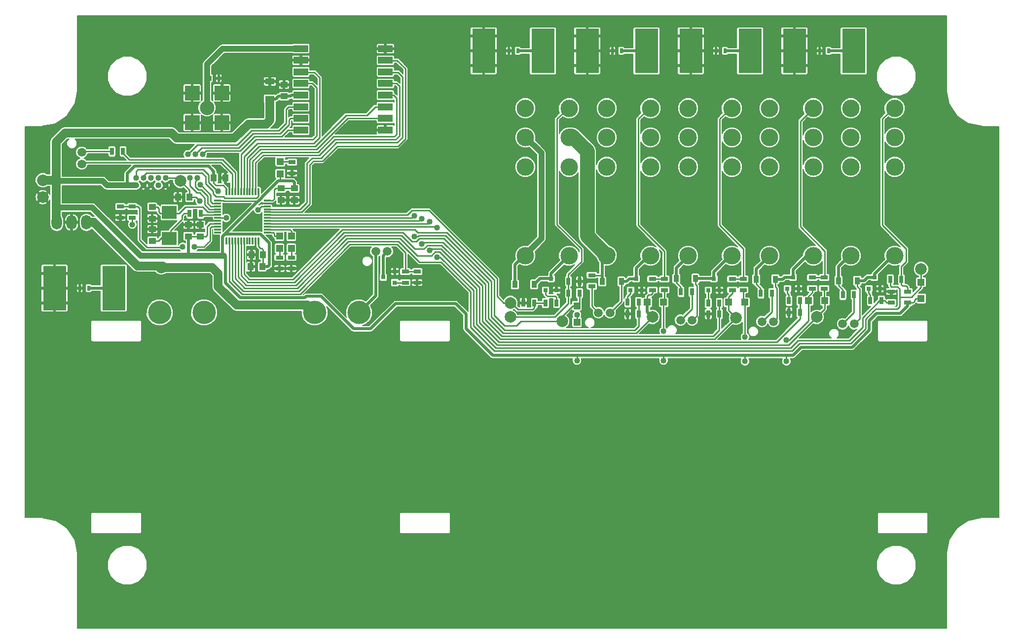
<source format=gtl>
G04 #@! TF.FileFunction,Copper,L1,Top,Signal*
%FSLAX46Y46*%
G04 Gerber Fmt 4.6, Leading zero omitted, Abs format (unit mm)*
G04 Created by KiCad (PCBNEW 0.201507280910+6003~25~ubuntu14.04.1-product) date Thu 20 Aug 2015 04:30:47 BST*
%MOMM*%
G01*
G04 APERTURE LIST*
%ADD10C,0.100000*%
%ADD11R,1.000000X1.250000*%
%ADD12R,1.250000X1.000000*%
%ADD13R,1.600000X1.000000*%
%ADD14R,0.500000X0.900000*%
%ADD15R,0.910000X1.220000*%
%ADD16C,4.000000*%
%ADD17C,3.000000*%
%ADD18R,0.800100X0.800100*%
%ADD19R,1.300000X0.700000*%
%ADD20R,0.700000X1.300000*%
%ADD21C,2.000000*%
%ADD22R,2.500000X2.300000*%
%ADD23C,1.500000*%
%ADD24R,1.200000X1.200000*%
%ADD25O,1.800000X2.500000*%
%ADD26R,1.200000X0.300000*%
%ADD27R,0.300000X1.200000*%
%ADD28R,2.500000X1.200000*%
%ADD29C,1.016000*%
%ADD30C,2.500000*%
%ADD31R,2.500000X2.500000*%
%ADD32R,1.198880X1.198880*%
%ADD33R,4.000000X2.540000*%
%ADD34R,4.000000X3.048000*%
%ADD35C,1.270000*%
%ADD36C,0.254000*%
%ADD37C,0.508000*%
%ADD38C,1.016000*%
%ADD39C,1.524000*%
%ADD40C,0.250000*%
%ADD41C,2.540000*%
%ADD42C,0.200000*%
G04 APERTURE END LIST*
D10*
D11*
X79232000Y-90424000D03*
X77232000Y-90424000D03*
X70755000Y-77216000D03*
X72755000Y-77216000D03*
X79105000Y-92456000D03*
X77105000Y-92456000D03*
X66595500Y-80518000D03*
X64595500Y-80518000D03*
D12*
X68453000Y-87233000D03*
X68453000Y-85233000D03*
X66421000Y-87233000D03*
X66421000Y-85233000D03*
X82296000Y-79010000D03*
X82296000Y-81010000D03*
D13*
X80391000Y-63603000D03*
X80391000Y-60603000D03*
D12*
X82804000Y-63166500D03*
X82804000Y-61166500D03*
X84582000Y-79010000D03*
X84582000Y-81010000D03*
X60198000Y-87995000D03*
X60198000Y-85995000D03*
X60198000Y-82185000D03*
X60198000Y-84185000D03*
D14*
X49264000Y-96139000D03*
X47764000Y-96139000D03*
X70116000Y-60071000D03*
X71616000Y-60071000D03*
D15*
X122461000Y-95504000D03*
X125731000Y-95504000D03*
X163863000Y-94615000D03*
X167133000Y-94615000D03*
D14*
X158484000Y-55372000D03*
X156984000Y-55372000D03*
D15*
X137447000Y-94996000D03*
X140717000Y-94996000D03*
D14*
X122924000Y-55372000D03*
X121424000Y-55372000D03*
D15*
X177960000Y-94869000D03*
X181230000Y-94869000D03*
D14*
X176264000Y-55372000D03*
X174764000Y-55372000D03*
D15*
X150147000Y-94488000D03*
X153417000Y-94488000D03*
D14*
X140704000Y-55372000D03*
X139204000Y-55372000D03*
D16*
X61468000Y-100330000D03*
X95678000Y-100330000D03*
X69088000Y-100330000D03*
X88068000Y-100330000D03*
D17*
X131746000Y-90558000D03*
X124246000Y-90558000D03*
X131746000Y-70258000D03*
X124246000Y-70258000D03*
X131746000Y-75298000D03*
X124246000Y-75298000D03*
X131746000Y-65218000D03*
X124246000Y-65218000D03*
X173656000Y-90558000D03*
X166156000Y-90558000D03*
X173656000Y-70258000D03*
X166156000Y-70258000D03*
X173656000Y-75298000D03*
X166156000Y-75298000D03*
X173656000Y-65218000D03*
X166156000Y-65218000D03*
X145716000Y-90558000D03*
X138216000Y-90558000D03*
X145716000Y-70258000D03*
X138216000Y-70258000D03*
X145716000Y-75298000D03*
X138216000Y-75298000D03*
X145716000Y-65218000D03*
X138216000Y-65218000D03*
X187626000Y-90558000D03*
X180126000Y-90558000D03*
X187626000Y-70258000D03*
X180126000Y-70258000D03*
X187626000Y-75298000D03*
X180126000Y-75298000D03*
X187626000Y-65218000D03*
X180126000Y-65218000D03*
X159686000Y-90558000D03*
X152186000Y-90558000D03*
X159686000Y-70258000D03*
X152186000Y-70258000D03*
X159686000Y-75298000D03*
X152186000Y-75298000D03*
X159686000Y-65218000D03*
X152186000Y-65218000D03*
D18*
X127701000Y-96504760D03*
X129601000Y-96504760D03*
X128651000Y-94505780D03*
X169230000Y-96250760D03*
X171130000Y-96250760D03*
X170180000Y-94251780D03*
X142306000Y-96504760D03*
X144206000Y-96504760D03*
X143256000Y-94505780D03*
X183200000Y-96250760D03*
X185100000Y-96250760D03*
X184150000Y-94251780D03*
X155641000Y-96504760D03*
X157541000Y-96504760D03*
X156591000Y-94505780D03*
D19*
X56769000Y-84008000D03*
X56769000Y-82108000D03*
X54737000Y-82108000D03*
X54737000Y-84008000D03*
D20*
X53279000Y-72644000D03*
X55179000Y-72644000D03*
X66614000Y-83312000D03*
X68514000Y-83312000D03*
X129601000Y-98679000D03*
X127701000Y-98679000D03*
X123891000Y-98679000D03*
X125791000Y-98679000D03*
X133538000Y-97028000D03*
X131638000Y-97028000D03*
X131638000Y-94996000D03*
X133538000Y-94996000D03*
X166558000Y-97028000D03*
X164658000Y-97028000D03*
D19*
X173482000Y-96200000D03*
X173482000Y-94300000D03*
X175514000Y-96200000D03*
X175514000Y-94300000D03*
D20*
X169484000Y-98298000D03*
X171384000Y-98298000D03*
D19*
X135636000Y-95819000D03*
X135636000Y-93919000D03*
D20*
X171384000Y-100330000D03*
X169484000Y-100330000D03*
D19*
X148082000Y-96454000D03*
X148082000Y-94554000D03*
X146050000Y-96454000D03*
X146050000Y-94554000D03*
D20*
X141798000Y-98552000D03*
X143698000Y-98552000D03*
X143698000Y-100584000D03*
X141798000Y-100584000D03*
X180655000Y-97282000D03*
X178755000Y-97282000D03*
D19*
X189865000Y-98613000D03*
X189865000Y-96713000D03*
D20*
X186883000Y-94615000D03*
X188783000Y-94615000D03*
X183454000Y-98298000D03*
X185354000Y-98298000D03*
X152842000Y-96774000D03*
X150942000Y-96774000D03*
D19*
X187071000Y-98613000D03*
X187071000Y-96713000D03*
X161671000Y-96454000D03*
X161671000Y-94554000D03*
X159766000Y-96454000D03*
X159766000Y-94554000D03*
D20*
X155641000Y-98679000D03*
X157541000Y-98679000D03*
X157541000Y-100584000D03*
X155641000Y-100584000D03*
D21*
X61722000Y-92583000D03*
X41402000Y-80518000D03*
X65024000Y-77724000D03*
X41402000Y-77597000D03*
X121666000Y-101092000D03*
X121666000Y-98679000D03*
X130556000Y-101854000D03*
X174244000Y-101092000D03*
X146050000Y-101092000D03*
X192151000Y-92837000D03*
X160401000Y-101219000D03*
D22*
X63119000Y-83112000D03*
X63119000Y-87612000D03*
D18*
X101838760Y-95184000D03*
X101838760Y-93284000D03*
X99839780Y-94234000D03*
D19*
X103632000Y-95184000D03*
X103632000Y-93284000D03*
X105664000Y-93284000D03*
X105664000Y-95184000D03*
D23*
X100568000Y-89827000D03*
X98568000Y-89827000D03*
X48095000Y-74787000D03*
X48095000Y-72787000D03*
X152892000Y-101638000D03*
X150892000Y-101638000D03*
X180705000Y-102273000D03*
X178705000Y-102273000D03*
X138795000Y-100368000D03*
X136795000Y-100368000D03*
X166862000Y-101892000D03*
X164862000Y-101892000D03*
D24*
X161928000Y-98552000D03*
X159128000Y-98552000D03*
X192151000Y-97920000D03*
X192151000Y-95120000D03*
X147958000Y-98552000D03*
X145158000Y-98552000D03*
X172844000Y-98298000D03*
X175644000Y-98298000D03*
X133096000Y-101984000D03*
X133096000Y-99184000D03*
D25*
X48895000Y-84836000D03*
X46355000Y-84836000D03*
X43815000Y-84836000D03*
D26*
X71442000Y-81070000D03*
X71442000Y-81570000D03*
X71442000Y-82070000D03*
X71442000Y-82570000D03*
X71442000Y-83070000D03*
X71442000Y-83570000D03*
X71442000Y-84070000D03*
X71442000Y-84570000D03*
X71442000Y-85070000D03*
X71442000Y-85570000D03*
X71442000Y-86070000D03*
X71442000Y-86570000D03*
D27*
X72942000Y-88070000D03*
X73442000Y-88070000D03*
X73942000Y-88070000D03*
X74442000Y-88070000D03*
X74942000Y-88070000D03*
X75442000Y-88070000D03*
X75942000Y-88070000D03*
X76442000Y-88070000D03*
X76942000Y-88070000D03*
X77442000Y-88070000D03*
X77942000Y-88070000D03*
X78442000Y-88070000D03*
D26*
X79942000Y-86570000D03*
X79942000Y-86070000D03*
X79942000Y-85570000D03*
X79942000Y-85070000D03*
X79942000Y-84570000D03*
X79942000Y-84070000D03*
X79942000Y-83570000D03*
X79942000Y-83070000D03*
X79942000Y-82570000D03*
X79942000Y-82070000D03*
X79942000Y-81570000D03*
X79942000Y-81070000D03*
D27*
X78442000Y-79570000D03*
X77942000Y-79570000D03*
X77442000Y-79570000D03*
X76942000Y-79570000D03*
X76442000Y-79570000D03*
X75942000Y-79570000D03*
X75442000Y-79570000D03*
X74942000Y-79570000D03*
X74442000Y-79570000D03*
X73942000Y-79570000D03*
X73442000Y-79570000D03*
X72942000Y-79570000D03*
D28*
X100214000Y-68976000D03*
X100214000Y-66976000D03*
X100214000Y-64976000D03*
X100214000Y-62976000D03*
X100214000Y-60976000D03*
X100214000Y-58976000D03*
X100214000Y-56976000D03*
X100214000Y-54976000D03*
X85714000Y-54976000D03*
X85714000Y-56976000D03*
X85714000Y-58976000D03*
X85714000Y-60976000D03*
X85714000Y-62976000D03*
X85714000Y-64976000D03*
X85714000Y-66976000D03*
X85714000Y-68976000D03*
D29*
X57404000Y-78486000D03*
X57404000Y-77216000D03*
X58674000Y-78486000D03*
X58674000Y-77216000D03*
X59944000Y-78486000D03*
X59944000Y-77216000D03*
X61214000Y-78486000D03*
X61214000Y-77216000D03*
X62484000Y-78486000D03*
X62484000Y-77216000D03*
D30*
X69596000Y-65151000D03*
D31*
X67056000Y-62611000D03*
X72136000Y-62611000D03*
X67056000Y-67691000D03*
X72136000Y-67691000D03*
D32*
X82169000Y-76487020D03*
X82169000Y-74388980D03*
X82042000Y-87215980D03*
X82042000Y-89314020D03*
X84074000Y-87215980D03*
X84074000Y-89314020D03*
D19*
X84201000Y-74488000D03*
X84201000Y-76388000D03*
X82042000Y-90871000D03*
X82042000Y-92771000D03*
X84074000Y-90871000D03*
X84074000Y-92771000D03*
D33*
X43434000Y-93599000D03*
D34*
X43434000Y-96139000D03*
D33*
X43434000Y-98679000D03*
X53594000Y-93599000D03*
D34*
X53594000Y-96139000D03*
D33*
X53594000Y-98679000D03*
X152654000Y-52832000D03*
D34*
X152654000Y-55372000D03*
D33*
X152654000Y-57912000D03*
X162814000Y-52832000D03*
D34*
X162814000Y-55372000D03*
D33*
X162814000Y-57912000D03*
X117094000Y-52832000D03*
D34*
X117094000Y-55372000D03*
D33*
X117094000Y-57912000D03*
X127254000Y-52832000D03*
D34*
X127254000Y-55372000D03*
D33*
X127254000Y-57912000D03*
X170434000Y-52832000D03*
D34*
X170434000Y-55372000D03*
D33*
X170434000Y-57912000D03*
X180594000Y-52832000D03*
D34*
X180594000Y-55372000D03*
D33*
X180594000Y-57912000D03*
X134874000Y-52832000D03*
D34*
X134874000Y-55372000D03*
D33*
X134874000Y-57912000D03*
X145034000Y-52832000D03*
D34*
X145034000Y-55372000D03*
D33*
X145034000Y-57912000D03*
D29*
X169037000Y-108712000D03*
X169037000Y-105029000D03*
X161925000Y-108712000D03*
X161925000Y-104521000D03*
X147955000Y-108585000D03*
X147955000Y-103505000D03*
X133096000Y-100711000D03*
X133096000Y-108585000D03*
X74168000Y-100838000D03*
X83312000Y-100838000D03*
X92456000Y-106172000D03*
X154305000Y-102870000D03*
X159893000Y-103886000D03*
X196850000Y-104140000D03*
X196850000Y-88900000D03*
X196850000Y-73660000D03*
X193040000Y-53340000D03*
X146558000Y-98806000D03*
X150241000Y-99187000D03*
X165000000Y-150000000D03*
X135000000Y-150000000D03*
X105000000Y-150000000D03*
X75000000Y-150000000D03*
X180000000Y-135000000D03*
X150000000Y-135000000D03*
X120000000Y-135000000D03*
X90000000Y-135000000D03*
X60000000Y-135000000D03*
X195000000Y-120000000D03*
X165000000Y-120000000D03*
X135000000Y-120000000D03*
X105000000Y-120000000D03*
X75000000Y-120000000D03*
X45000000Y-120000000D03*
X177292000Y-67564000D03*
X179451000Y-82423000D03*
D35*
X185547000Y-94869000D03*
D29*
X183769000Y-90170000D03*
X178943000Y-73025000D03*
X183515000Y-62357000D03*
X174244000Y-99187000D03*
X179705000Y-95504000D03*
X176530000Y-102362000D03*
X163957000Y-67437000D03*
X164846000Y-81788000D03*
D35*
X171704000Y-94869000D03*
D29*
X169926000Y-90297000D03*
X164592000Y-72898000D03*
X172593000Y-62611000D03*
X164084000Y-99568000D03*
X167513000Y-103505000D03*
X149987000Y-67437000D03*
X151257000Y-82296000D03*
X155829000Y-90551000D03*
X150241000Y-72771000D03*
X156464000Y-62484000D03*
D35*
X157988000Y-95123000D03*
D29*
X139573000Y-102108000D03*
X137922000Y-97663000D03*
X145923000Y-103124000D03*
X141351000Y-67691000D03*
X141351000Y-61849000D03*
X139700000Y-82423000D03*
X141986000Y-90297000D03*
X141351000Y-73279000D03*
X133604000Y-93599000D03*
D35*
X130048000Y-95123000D03*
D29*
X126746000Y-100076000D03*
X128524000Y-67564000D03*
X128524000Y-82296000D03*
X124460000Y-93980000D03*
X103886000Y-81788000D03*
X120650000Y-92710000D03*
X115570000Y-87630000D03*
X110490000Y-82550000D03*
X128524000Y-89916000D03*
X128524000Y-73152000D03*
X124460000Y-61976000D03*
X44196000Y-104648000D03*
X57404000Y-107696000D03*
X65659000Y-106807000D03*
X106680000Y-100584000D03*
X112268000Y-101092000D03*
X100584000Y-102616000D03*
X104648000Y-91948000D03*
X108204000Y-93472000D03*
X112268000Y-97028000D03*
X100584000Y-97536000D03*
X118110000Y-77470000D03*
X107696000Y-77724000D03*
X121920000Y-82550000D03*
X115570000Y-82550000D03*
X88900000Y-81788000D03*
X95504000Y-73914000D03*
X90424000Y-77470000D03*
X119380000Y-72898000D03*
X114300000Y-72898000D03*
X110998000Y-74676000D03*
X120650000Y-66802000D03*
X114808000Y-66802000D03*
X109474000Y-66802000D03*
X105918000Y-70358000D03*
X102362000Y-73914000D03*
X98552000Y-77724000D03*
X94488000Y-81788000D03*
X86995000Y-88265000D03*
X96012000Y-89662000D03*
X94996000Y-92964000D03*
X70866000Y-88900000D03*
X77216000Y-93726000D03*
X65151000Y-94742000D03*
X49276000Y-89154000D03*
X41148000Y-88900000D03*
X40386000Y-72390000D03*
X60960000Y-64770000D03*
X50800000Y-65278000D03*
X50546000Y-53086000D03*
D35*
X97917000Y-54991000D03*
D29*
X63500000Y-60960000D03*
X66040000Y-55880000D03*
X69850000Y-52070000D03*
X74930000Y-52070000D03*
X80010000Y-52070000D03*
X85090000Y-52070000D03*
X90170000Y-52070000D03*
X95250000Y-52070000D03*
X59944000Y-53086000D03*
X78740000Y-57150000D03*
X73660000Y-58420000D03*
X76200000Y-63500000D03*
X79756000Y-76200000D03*
X74549000Y-74930000D03*
X85598000Y-75438000D03*
X72898000Y-73406000D03*
X71882000Y-75819000D03*
X53340000Y-83312000D03*
X49276000Y-80137000D03*
X58293000Y-80645000D03*
X62357000Y-80645000D03*
X45847000Y-74803000D03*
X50800000Y-71374000D03*
X57912000Y-72136000D03*
X63373000Y-72390000D03*
X52578000Y-75946000D03*
X77343000Y-84963000D03*
X74422000Y-83693000D03*
X85852000Y-81026000D03*
D35*
X102362000Y-54991000D03*
D29*
X108966000Y-63627000D03*
X108966000Y-54991000D03*
D35*
X97917000Y-68961000D03*
D29*
X93599000Y-68961000D03*
D35*
X87884000Y-57023000D03*
D29*
X93726000Y-65151000D03*
X93726000Y-59436000D03*
X101854000Y-92075000D03*
X65151000Y-86233000D03*
D35*
X83486000Y-56976000D03*
X78740000Y-60579000D03*
X144526000Y-93726000D03*
D29*
X59055000Y-85090000D03*
X72898000Y-84074000D03*
X68326000Y-81153000D03*
X56769000Y-85217000D03*
X65405000Y-89027000D03*
X67437000Y-89027000D03*
X107823000Y-84709000D03*
X107823000Y-89662000D03*
X105156000Y-83693000D03*
X105156000Y-87249000D03*
X109093000Y-85725000D03*
X109093000Y-90805000D03*
X106426000Y-84201000D03*
X106426000Y-88519000D03*
X71501000Y-79502000D03*
X78359000Y-82677000D03*
X66294000Y-73152000D03*
X66675000Y-77216000D03*
X67564000Y-73152000D03*
X67945000Y-77216000D03*
X68834000Y-73152000D03*
X68453000Y-78359000D03*
D36*
X71442000Y-81070000D02*
X72434000Y-81070000D01*
X78486000Y-81153000D02*
X78486000Y-81083002D01*
X78416002Y-81153000D02*
X78486000Y-81153000D01*
X72517000Y-81153000D02*
X78416002Y-81153000D01*
X72434000Y-81070000D02*
X72517000Y-81153000D01*
D37*
X78740000Y-86868000D02*
X80264000Y-88392000D01*
X80264000Y-88392000D02*
X80264000Y-92202000D01*
X80264000Y-92202000D02*
X80010000Y-92456000D01*
X80010000Y-92456000D02*
X79105000Y-92456000D01*
X72771000Y-91186000D02*
X72771000Y-90805000D01*
X72771000Y-90805000D02*
X72517000Y-90551000D01*
X86614000Y-97536000D02*
X86360000Y-97790000D01*
X86360000Y-97790000D02*
X75311000Y-97790000D01*
X75311000Y-97790000D02*
X72771000Y-95250000D01*
X72771000Y-95250000D02*
X72771000Y-91186000D01*
X72771000Y-91186000D02*
X72771000Y-91059000D01*
X72771000Y-91059000D02*
X72263000Y-90551000D01*
X72644000Y-86868000D02*
X72263000Y-87249000D01*
X72263000Y-87249000D02*
X72263000Y-90551000D01*
X72263000Y-90551000D02*
X72263000Y-90424000D01*
X72263000Y-90424000D02*
X72263000Y-90551000D01*
D38*
X71628000Y-90551000D02*
X72263000Y-90551000D01*
X72263000Y-90551000D02*
X72517000Y-90551000D01*
X66421000Y-90551000D02*
X71628000Y-90551000D01*
X43688000Y-82296000D02*
X49911000Y-82296000D01*
X49911000Y-82296000D02*
X58166000Y-90551000D01*
X58166000Y-90551000D02*
X66421000Y-90551000D01*
D36*
X189865000Y-98613000D02*
X190820000Y-98613000D01*
X191259000Y-97920000D02*
X192151000Y-97920000D01*
X191008000Y-98171000D02*
X191259000Y-97920000D01*
X191008000Y-98425000D02*
X191008000Y-98171000D01*
X190820000Y-98613000D02*
X191008000Y-98425000D01*
X172844000Y-98298000D02*
X172844000Y-97539000D01*
X173482000Y-96901000D02*
X173482000Y-96200000D01*
X172844000Y-97539000D02*
X173482000Y-96901000D01*
D39*
X80391000Y-64135000D02*
X80391000Y-67310000D01*
X54864000Y-69469000D02*
X63500000Y-69469000D01*
X79756000Y-67945000D02*
X80391000Y-67310000D01*
X43688000Y-70993000D02*
X43688000Y-77597000D01*
X45212000Y-69469000D02*
X54864000Y-69469000D01*
X43688000Y-70993000D02*
X45212000Y-69469000D01*
X76708000Y-67945000D02*
X79756000Y-67945000D01*
X74295000Y-70358000D02*
X76708000Y-67945000D01*
X64389000Y-70358000D02*
X74295000Y-70358000D01*
X63500000Y-69469000D02*
X64389000Y-70358000D01*
D37*
X78994000Y-80518000D02*
X78994000Y-80575002D01*
X81788000Y-77724000D02*
X78994000Y-80518000D01*
X82169000Y-77724000D02*
X81788000Y-77724000D01*
X72701002Y-86868000D02*
X72644000Y-86868000D01*
X78994000Y-80575002D02*
X78486000Y-81083002D01*
X78486000Y-81083002D02*
X78035002Y-81534000D01*
X78035002Y-81534000D02*
X72701002Y-86868000D01*
X66421000Y-90678000D02*
X66421000Y-90551000D01*
X101981000Y-98806000D02*
X112268000Y-98806000D01*
X112268000Y-98806000D02*
X114046000Y-100584000D01*
X114046000Y-100584000D02*
X114046000Y-103124000D01*
X89154000Y-97536000D02*
X94742000Y-103124000D01*
X94742000Y-103124000D02*
X97663000Y-103124000D01*
X117094000Y-106172000D02*
X118618000Y-107696000D01*
X114046000Y-103124000D02*
X117094000Y-106172000D01*
X86614000Y-97536000D02*
X89154000Y-97536000D01*
X118618000Y-107696000D02*
X132588000Y-107696000D01*
X133096000Y-107696000D02*
X132588000Y-107696000D01*
X97663000Y-103124000D02*
X101981000Y-98806000D01*
X69215000Y-75184000D02*
X69850000Y-75184000D01*
X55880000Y-76454000D02*
X57150000Y-75184000D01*
X57150000Y-75184000D02*
X69215000Y-75184000D01*
X55880000Y-78486000D02*
X55880000Y-76454000D01*
X70755000Y-76089000D02*
X70755000Y-77216000D01*
X69850000Y-75184000D02*
X70755000Y-76089000D01*
D36*
X72942000Y-79570000D02*
X72942000Y-79038000D01*
X72942000Y-79038000D02*
X72390000Y-78486000D01*
X70755000Y-78121000D02*
X70755000Y-77216000D01*
X71120000Y-78486000D02*
X70755000Y-78121000D01*
X72390000Y-78486000D02*
X71120000Y-78486000D01*
X71442000Y-85070000D02*
X70124000Y-85070000D01*
X69358000Y-87233000D02*
X68453000Y-87233000D01*
X69596000Y-86995000D02*
X69358000Y-87233000D01*
X69596000Y-85598000D02*
X69596000Y-86995000D01*
X70124000Y-85070000D02*
X69596000Y-85598000D01*
X78442000Y-88070000D02*
X78442000Y-88983000D01*
X79232000Y-89519000D02*
X79232000Y-90424000D01*
X78994000Y-89281000D02*
X79232000Y-89519000D01*
X78740000Y-89281000D02*
X78994000Y-89281000D01*
X78442000Y-88983000D02*
X78740000Y-89281000D01*
X81153000Y-80137000D02*
X81153000Y-79248000D01*
X80855000Y-81070000D02*
X81153000Y-80772000D01*
X81153000Y-80772000D02*
X81153000Y-80137000D01*
X80042000Y-81070000D02*
X80855000Y-81070000D01*
X81407000Y-78994000D02*
X82042000Y-78994000D01*
X81153000Y-79248000D02*
X81407000Y-78994000D01*
X82042000Y-78994000D02*
X82296000Y-79010000D01*
X82169000Y-77724000D02*
X82169000Y-76487020D01*
X172844000Y-98298000D02*
X172844000Y-101730000D01*
X169037000Y-108712000D02*
X169037000Y-107696000D01*
X169545000Y-105029000D02*
X169037000Y-105029000D01*
X172844000Y-101730000D02*
X169545000Y-105029000D01*
X161928000Y-98552000D02*
X161928000Y-104518000D01*
X161925000Y-108712000D02*
X161925000Y-107696000D01*
X161928000Y-104518000D02*
X161925000Y-104521000D01*
X161925000Y-107696000D02*
X161925000Y-107823000D01*
X161925000Y-107823000D02*
X161925000Y-107696000D01*
X147958000Y-98552000D02*
X147958000Y-103502000D01*
X147955000Y-108585000D02*
X147955000Y-107696000D01*
X147958000Y-103502000D02*
X147955000Y-103505000D01*
X147955000Y-107696000D02*
X147955000Y-107823000D01*
X147955000Y-107823000D02*
X147955000Y-107696000D01*
X133096000Y-101984000D02*
X133096000Y-100711000D01*
X133096000Y-108585000D02*
X133096000Y-107696000D01*
X79232000Y-92456000D02*
X79232000Y-90424000D01*
D37*
X73787000Y-86868000D02*
X78740000Y-86868000D01*
X72644000Y-86868000D02*
X73787000Y-86868000D01*
X82804000Y-63166500D02*
X83899500Y-63166500D01*
X84090000Y-62976000D02*
X85964000Y-62976000D01*
X83899500Y-63166500D02*
X84090000Y-62976000D01*
X80391000Y-63603000D02*
X81431000Y-63603000D01*
X81431000Y-63603000D02*
X81867500Y-63166500D01*
X81867500Y-63166500D02*
X82804000Y-63166500D01*
X66421000Y-90551000D02*
X66421000Y-87233000D01*
D39*
X43688000Y-77597000D02*
X43688000Y-82296000D01*
X43688000Y-82296000D02*
X43688000Y-84709000D01*
X43688000Y-84709000D02*
X43815000Y-84836000D01*
X43815000Y-84074000D02*
X43815000Y-84836000D01*
D37*
X171196000Y-106680000D02*
X171577000Y-106299000D01*
X171577000Y-106299000D02*
X180340000Y-106299000D01*
X180340000Y-106299000D02*
X183261000Y-103378000D01*
X183261000Y-103378000D02*
X183261000Y-101727000D01*
X183261000Y-101727000D02*
X184277000Y-100711000D01*
X171196000Y-106680000D02*
X170180000Y-107696000D01*
X170180000Y-107696000D02*
X169037000Y-107696000D01*
X184277000Y-100711000D02*
X184531000Y-100457000D01*
X189865000Y-98613000D02*
X189865000Y-99187000D01*
X188595000Y-100457000D02*
X189865000Y-99187000D01*
X184531000Y-100457000D02*
X188595000Y-100457000D01*
X84582000Y-77978000D02*
X84582000Y-79010000D01*
X82169000Y-77724000D02*
X84328000Y-77724000D01*
X84328000Y-77724000D02*
X84582000Y-77978000D01*
D39*
X41402000Y-77597000D02*
X43688000Y-77597000D01*
X43688000Y-77597000D02*
X43688000Y-77724000D01*
D36*
X161671000Y-96454000D02*
X161671000Y-98295000D01*
X161671000Y-98295000D02*
X161928000Y-98552000D01*
X148082000Y-96454000D02*
X148082000Y-98428000D01*
X148082000Y-98428000D02*
X147958000Y-98552000D01*
D37*
X84709000Y-62992000D02*
X85725000Y-62992000D01*
X85725000Y-62992000D02*
X85964000Y-62976000D01*
D36*
X68723000Y-87233000D02*
X68453000Y-87233000D01*
X68453000Y-87233000D02*
X66421000Y-87233000D01*
X70374000Y-76962000D02*
X70374000Y-77105000D01*
D37*
X72644000Y-86868000D02*
X73152000Y-86868000D01*
X148844000Y-107696000D02*
X147955000Y-107696000D01*
X148844000Y-107696000D02*
X161925000Y-107696000D01*
X161925000Y-107696000D02*
X162052000Y-107696000D01*
X162052000Y-107696000D02*
X169037000Y-107696000D01*
X147955000Y-107696000D02*
X146558000Y-107696000D01*
X146558000Y-107696000D02*
X134366000Y-107696000D01*
X133096000Y-107696000D02*
X134366000Y-107696000D01*
X133858000Y-107696000D02*
X134366000Y-107696000D01*
X133096000Y-107696000D02*
X133350000Y-107696000D01*
D38*
X52451000Y-78486000D02*
X55880000Y-78486000D01*
X55880000Y-78486000D02*
X57404000Y-78486000D01*
X85725000Y-62992000D02*
X85964000Y-62976000D01*
D36*
X82296000Y-79010000D02*
X84439000Y-79010000D01*
X84439000Y-79010000D02*
X84455000Y-78994000D01*
X84455000Y-78994000D02*
X84582000Y-79010000D01*
X82296000Y-78994000D02*
X82296000Y-79010000D01*
X147958000Y-98552000D02*
X147828000Y-98682000D01*
X161928000Y-98552000D02*
X162052000Y-98676000D01*
X172844000Y-98298000D02*
X172466000Y-98676000D01*
D37*
X172974000Y-98298000D02*
X172844000Y-98298000D01*
X161798000Y-98552000D02*
X161928000Y-98552000D01*
X148082000Y-98552000D02*
X147958000Y-98552000D01*
D38*
X43688000Y-77724000D02*
X49149000Y-77724000D01*
X49149000Y-77724000D02*
X51689000Y-77724000D01*
X51689000Y-77724000D02*
X52451000Y-78486000D01*
D39*
X43688000Y-77724000D02*
X43688000Y-77851000D01*
D36*
X74168000Y-100838000D02*
X83312000Y-100838000D01*
X97028000Y-106172000D02*
X92456000Y-106172000D01*
X97028000Y-106172000D02*
X100584000Y-102616000D01*
X196850000Y-73660000D02*
X196850000Y-88900000D01*
X135000000Y-120000000D02*
X135000000Y-150000000D01*
X75000000Y-120000000D02*
X75000000Y-150000000D01*
X120000000Y-135000000D02*
X150000000Y-135000000D01*
X60000000Y-135000000D02*
X90000000Y-135000000D01*
X165000000Y-120000000D02*
X195000000Y-120000000D01*
X105000000Y-120000000D02*
X135000000Y-120000000D01*
X45000000Y-120000000D02*
X75000000Y-120000000D01*
X177292000Y-67564000D02*
X177292000Y-63373000D01*
X178562000Y-73025000D02*
X177292000Y-71755000D01*
X177292000Y-71755000D02*
X177292000Y-67564000D01*
X183769000Y-86741000D02*
X179451000Y-82423000D01*
D37*
X185100000Y-95316000D02*
X185547000Y-94869000D01*
X185100000Y-96250760D02*
X185100000Y-95316000D01*
D36*
X183769000Y-90170000D02*
X183769000Y-86741000D01*
X178943000Y-73025000D02*
X178562000Y-73025000D01*
X178308000Y-62357000D02*
X183515000Y-62357000D01*
X177292000Y-63373000D02*
X178308000Y-62357000D01*
X163957000Y-67437000D02*
X163957000Y-62992000D01*
X164592000Y-72517000D02*
X163957000Y-71882000D01*
X163957000Y-71882000D02*
X163957000Y-67437000D01*
X169926000Y-86868000D02*
X164846000Y-81788000D01*
D37*
X171130000Y-95316000D02*
X171577000Y-94869000D01*
X171577000Y-94869000D02*
X171704000Y-94869000D01*
X171130000Y-96250760D02*
X171130000Y-95316000D01*
D36*
X169926000Y-90297000D02*
X169926000Y-86868000D01*
X164592000Y-72898000D02*
X164592000Y-72517000D01*
X164338000Y-62611000D02*
X172593000Y-62611000D01*
X163957000Y-62992000D02*
X164338000Y-62611000D01*
X149987000Y-67437000D02*
X149987000Y-61976000D01*
X150241000Y-71882000D02*
X149987000Y-71628000D01*
X149987000Y-71628000D02*
X149987000Y-67437000D01*
X155829000Y-86868000D02*
X151257000Y-82296000D01*
X155829000Y-90551000D02*
X155829000Y-86868000D01*
X150241000Y-72771000D02*
X150241000Y-71882000D01*
X150495000Y-62484000D02*
X156464000Y-62484000D01*
X149987000Y-61976000D02*
X150495000Y-62484000D01*
D37*
X157541000Y-95570000D02*
X157988000Y-95123000D01*
X157541000Y-96504760D02*
X157541000Y-95570000D01*
D36*
X141351000Y-61849000D02*
X141351000Y-67691000D01*
X141351000Y-67691000D02*
X141351000Y-73279000D01*
X141986000Y-84709000D02*
X139700000Y-82423000D01*
X141986000Y-90297000D02*
X141986000Y-84709000D01*
X141351000Y-73279000D02*
X141478000Y-73152000D01*
X133538000Y-94996000D02*
X133538000Y-93665000D01*
X133538000Y-93665000D02*
X133604000Y-93599000D01*
X128524000Y-67564000D02*
X128524000Y-66040000D01*
X128524000Y-73152000D02*
X128524000Y-82296000D01*
X128524000Y-89916000D02*
X124460000Y-93980000D01*
X103886000Y-81788000D02*
X109728000Y-81788000D01*
X94488000Y-81788000D02*
X103886000Y-81788000D01*
X115570000Y-87630000D02*
X120650000Y-92710000D01*
X109728000Y-81788000D02*
X110490000Y-82550000D01*
X128524000Y-67564000D02*
X128524000Y-73152000D01*
X128524000Y-66040000D02*
X124460000Y-61976000D01*
X59944000Y-105156000D02*
X57404000Y-107696000D01*
X65659000Y-106807000D02*
X59944000Y-105156000D01*
X100584000Y-102616000D02*
X100584000Y-102108000D01*
X100584000Y-102108000D02*
X102108000Y-100584000D01*
X102108000Y-100584000D02*
X106680000Y-100584000D01*
X108204000Y-93472000D02*
X107188000Y-92456000D01*
X107188000Y-92456000D02*
X105156000Y-92456000D01*
X105156000Y-92456000D02*
X104648000Y-91948000D01*
X101092000Y-97028000D02*
X112268000Y-97028000D01*
X100584000Y-97536000D02*
X101092000Y-97028000D01*
X98552000Y-77724000D02*
X107696000Y-77724000D01*
X115570000Y-82550000D02*
X121920000Y-82550000D01*
X94488000Y-81788000D02*
X94488000Y-81534000D01*
X94488000Y-81534000D02*
X90424000Y-77470000D01*
X114808000Y-66802000D02*
X114808000Y-68326000D01*
X114808000Y-68326000D02*
X119380000Y-72898000D01*
X109474000Y-66802000D02*
X109474000Y-68072000D01*
X109474000Y-68072000D02*
X114300000Y-72898000D01*
X102362000Y-73914000D02*
X110236000Y-73914000D01*
X110236000Y-73914000D02*
X110998000Y-74676000D01*
X109474000Y-66802000D02*
X114808000Y-66802000D01*
X102362000Y-73914000D02*
X105918000Y-70358000D01*
X94488000Y-81788000D02*
X98552000Y-77724000D01*
X94996000Y-96012000D02*
X94996000Y-92964000D01*
X46355000Y-84836000D02*
X46355000Y-87757000D01*
X45212000Y-88900000D02*
X41148000Y-88900000D01*
X46355000Y-87757000D02*
X45212000Y-88900000D01*
X59944000Y-53086000D02*
X50546000Y-53086000D01*
X60960000Y-64770000D02*
X60452000Y-65278000D01*
X60452000Y-65278000D02*
X50800000Y-65278000D01*
D37*
X97932000Y-54976000D02*
X97917000Y-54991000D01*
X97932000Y-54976000D02*
X99964000Y-54976000D01*
D36*
X63500000Y-58420000D02*
X63500000Y-60960000D01*
X66040000Y-55880000D02*
X63500000Y-58420000D01*
X74930000Y-52070000D02*
X69850000Y-52070000D01*
X85090000Y-52070000D02*
X80010000Y-52070000D01*
X95250000Y-52070000D02*
X90170000Y-52070000D01*
X72136000Y-62611000D02*
X75311000Y-62611000D01*
X74930000Y-57150000D02*
X78740000Y-57150000D01*
X73660000Y-58420000D02*
X74930000Y-57150000D01*
X75311000Y-62611000D02*
X76200000Y-63500000D01*
X74549000Y-74930000D02*
X74549000Y-74168000D01*
X74942000Y-75323000D02*
X74549000Y-74930000D01*
X74942000Y-79570000D02*
X74942000Y-75323000D01*
X73787000Y-73406000D02*
X72898000Y-73406000D01*
X74549000Y-74168000D02*
X73787000Y-73406000D01*
X72755000Y-76184000D02*
X72390000Y-75819000D01*
X72390000Y-75819000D02*
X71882000Y-75819000D01*
X72755000Y-77216000D02*
X72755000Y-76184000D01*
X53340000Y-83312000D02*
X53340000Y-80645000D01*
X53340000Y-80645000D02*
X58293000Y-80645000D01*
X58293000Y-80645000D02*
X62357000Y-80645000D01*
X45847000Y-74803000D02*
X45847000Y-75184000D01*
X58166000Y-72390000D02*
X57912000Y-72136000D01*
X63373000Y-72390000D02*
X58166000Y-72390000D01*
X52070000Y-76454000D02*
X52578000Y-75946000D01*
X47117000Y-76454000D02*
X52070000Y-76454000D01*
X45847000Y-75184000D02*
X47117000Y-76454000D01*
X102362000Y-54991000D02*
X108966000Y-54991000D01*
D37*
X102347000Y-54976000D02*
X102362000Y-54991000D01*
X99964000Y-54976000D02*
X102347000Y-54976000D01*
X97932000Y-68976000D02*
X97917000Y-68961000D01*
X97932000Y-68976000D02*
X99964000Y-68976000D01*
X87837000Y-56976000D02*
X87884000Y-57023000D01*
X85964000Y-56976000D02*
X87837000Y-56976000D01*
D36*
X93726000Y-59436000D02*
X93726000Y-65151000D01*
D37*
X71616000Y-60071000D02*
X72390000Y-60071000D01*
X72136000Y-61087000D02*
X72136000Y-62611000D01*
X72390000Y-60833000D02*
X72136000Y-61087000D01*
X72390000Y-60071000D02*
X72390000Y-60833000D01*
X85964000Y-56976000D02*
X83486000Y-56976000D01*
D36*
X185100000Y-96250760D02*
X185658760Y-96250760D01*
X186121000Y-96713000D02*
X187071000Y-96713000D01*
X185658760Y-96250760D02*
X186121000Y-96713000D01*
X169484000Y-100330000D02*
X170180000Y-100330000D01*
X171130000Y-96967000D02*
X171130000Y-96250760D01*
X170434000Y-97663000D02*
X171130000Y-96967000D01*
X170434000Y-100076000D02*
X170434000Y-97663000D01*
X170180000Y-100330000D02*
X170434000Y-100076000D01*
X155641000Y-100584000D02*
X156337000Y-100584000D01*
X156860240Y-96504760D02*
X157541000Y-96504760D01*
X156591000Y-96774000D02*
X156860240Y-96504760D01*
X156591000Y-100330000D02*
X156591000Y-96774000D01*
X156337000Y-100584000D02*
X156591000Y-100330000D01*
X141798000Y-100584000D02*
X142494000Y-100584000D01*
X143398240Y-96504760D02*
X144206000Y-96504760D01*
X143256000Y-96647000D02*
X143398240Y-96504760D01*
X143256000Y-97155000D02*
X143256000Y-96647000D01*
X142875000Y-97536000D02*
X143256000Y-97155000D01*
X142875000Y-100203000D02*
X142875000Y-97536000D01*
X142494000Y-100584000D02*
X142875000Y-100203000D01*
X127127000Y-95504000D02*
X129667000Y-95504000D01*
X123891000Y-97724000D02*
X124333000Y-97282000D01*
X124333000Y-97282000D02*
X126238000Y-97282000D01*
X126238000Y-97282000D02*
X126746000Y-96774000D01*
X126746000Y-96774000D02*
X126746000Y-95885000D01*
X126746000Y-95885000D02*
X127127000Y-95504000D01*
X123891000Y-98679000D02*
X123891000Y-97724000D01*
D37*
X129601000Y-95570000D02*
X130048000Y-95123000D01*
X129601000Y-95570000D02*
X129601000Y-96504760D01*
D36*
X129667000Y-95504000D02*
X130048000Y-95123000D01*
D37*
X101838760Y-93284000D02*
X101838760Y-92090240D01*
X101838760Y-92090240D02*
X101854000Y-92075000D01*
D36*
X101838760Y-93284000D02*
X101838760Y-93964760D01*
X105664000Y-94488000D02*
X105664000Y-95184000D01*
X105410000Y-94234000D02*
X105664000Y-94488000D01*
X102108000Y-94234000D02*
X105410000Y-94234000D01*
X101838760Y-93964760D02*
X102108000Y-94234000D01*
X66421000Y-85233000D02*
X65389000Y-85233000D01*
X65151000Y-85471000D02*
X65151000Y-86233000D01*
X65389000Y-85233000D02*
X65151000Y-85471000D01*
X73442000Y-79570000D02*
X73442000Y-78649000D01*
X72755000Y-77962000D02*
X72755000Y-77216000D01*
X73442000Y-78649000D02*
X72755000Y-77962000D01*
X53340000Y-83312000D02*
X53594000Y-83312000D01*
X53721000Y-83312000D02*
X53340000Y-83312000D01*
X54737000Y-83185000D02*
X54737000Y-84008000D01*
X54610000Y-83058000D02*
X54737000Y-83185000D01*
X53848000Y-83058000D02*
X54610000Y-83058000D01*
X53594000Y-83312000D02*
X53848000Y-83058000D01*
X71442000Y-84570000D02*
X69965000Y-84570000D01*
X68453000Y-84455000D02*
X68453000Y-85233000D01*
X68580000Y-84328000D02*
X68453000Y-84455000D01*
X69723000Y-84328000D02*
X68580000Y-84328000D01*
X69965000Y-84570000D02*
X69723000Y-84328000D01*
X77942000Y-88070000D02*
X77942000Y-88809000D01*
X77232000Y-89392000D02*
X77232000Y-90424000D01*
X77343000Y-89281000D02*
X77232000Y-89392000D01*
X77470000Y-89281000D02*
X77343000Y-89281000D01*
X77942000Y-88809000D02*
X77470000Y-89281000D01*
X79942000Y-81570000D02*
X80935000Y-81570000D01*
X82296000Y-81788000D02*
X82296000Y-81010000D01*
X82042000Y-82042000D02*
X82296000Y-81788000D01*
X81407000Y-82042000D02*
X82042000Y-82042000D01*
X80935000Y-81570000D02*
X81407000Y-82042000D01*
X82042000Y-92771000D02*
X81092000Y-92771000D01*
X77105000Y-93615000D02*
X77216000Y-93726000D01*
X77105000Y-93615000D02*
X77105000Y-92456000D01*
X80137000Y-93726000D02*
X77216000Y-93726000D01*
X81092000Y-92771000D02*
X80137000Y-93726000D01*
X84074000Y-92771000D02*
X82042000Y-92771000D01*
X84201000Y-76388000D02*
X85532000Y-76388000D01*
X85836000Y-81010000D02*
X85852000Y-81026000D01*
X85836000Y-81010000D02*
X84582000Y-81010000D01*
X85852000Y-76708000D02*
X85852000Y-81026000D01*
X85532000Y-76388000D02*
X85852000Y-76708000D01*
X77232000Y-90424000D02*
X77232000Y-92456000D01*
D37*
X80391000Y-60603000D02*
X78764000Y-60603000D01*
X78764000Y-60603000D02*
X78740000Y-60579000D01*
X82804000Y-61166500D02*
X82804000Y-57658000D01*
X82804000Y-57658000D02*
X83486000Y-56976000D01*
X80391000Y-60603000D02*
X81431000Y-60603000D01*
X81994500Y-61166500D02*
X82804000Y-61166500D01*
X81431000Y-60603000D02*
X81994500Y-61166500D01*
D36*
X64595500Y-80518000D02*
X63817500Y-80518000D01*
X63436500Y-79438500D02*
X62484000Y-78486000D01*
X63436500Y-80137000D02*
X63436500Y-79438500D01*
X63817500Y-80518000D02*
X63436500Y-80137000D01*
X54737000Y-84008000D02*
X54417000Y-84008000D01*
X185100000Y-96250760D02*
X185150760Y-96250760D01*
D37*
X144206000Y-96504760D02*
X144206000Y-95824000D01*
X144206000Y-95824000D02*
X144526000Y-95504000D01*
X144526000Y-95504000D02*
X144526000Y-93726000D01*
X47764000Y-96139000D02*
X43434000Y-96139000D01*
X85964000Y-56976000D02*
X84756000Y-56976000D01*
D36*
X66421000Y-85233000D02*
X66278000Y-85233000D01*
X66421000Y-85233000D02*
X68453000Y-85233000D01*
D37*
X85725000Y-57023000D02*
X85964000Y-56976000D01*
D36*
X60198000Y-85090000D02*
X59055000Y-85090000D01*
X60198000Y-85995000D02*
X60198000Y-85090000D01*
X60198000Y-85090000D02*
X60198000Y-84201000D01*
X60198000Y-84201000D02*
X60198000Y-84185000D01*
X66564000Y-85360000D02*
X66548000Y-85344000D01*
X66548000Y-85344000D02*
X66548000Y-85360000D01*
X68580000Y-85344000D02*
X68580000Y-85360000D01*
X82296000Y-81010000D02*
X84439000Y-81010000D01*
X84439000Y-81010000D02*
X84455000Y-81026000D01*
X84455000Y-81026000D02*
X84582000Y-81010000D01*
X82169000Y-81026000D02*
X82296000Y-81010000D01*
D37*
X157541000Y-96504760D02*
X157541000Y-96459000D01*
D36*
X144206000Y-96504760D02*
X144033240Y-96504760D01*
X141732000Y-100584000D02*
X141798000Y-100584000D01*
D37*
X141732000Y-100584000D02*
X141798000Y-100584000D01*
D36*
X171130000Y-96250760D02*
X171130000Y-96332000D01*
X169418000Y-100330000D02*
X169484000Y-100330000D01*
X141732000Y-100584000D02*
X141798000Y-100584000D01*
D37*
X174764000Y-55372000D02*
X170688000Y-55372000D01*
X170688000Y-55372000D02*
X170434000Y-55118000D01*
X170434000Y-55118000D02*
X170434000Y-55372000D01*
X152654000Y-55372000D02*
X156972000Y-55372000D01*
X156972000Y-55372000D02*
X156984000Y-55372000D01*
X139204000Y-55372000D02*
X135128000Y-55372000D01*
X135128000Y-55372000D02*
X134874000Y-55118000D01*
X134874000Y-55118000D02*
X134874000Y-55372000D01*
X117094000Y-55372000D02*
X121412000Y-55372000D01*
X121412000Y-55372000D02*
X121424000Y-55372000D01*
D36*
X157541000Y-96504760D02*
X157495240Y-96504760D01*
X155702000Y-100584000D02*
X155641000Y-100584000D01*
X144272000Y-96520000D02*
X144206000Y-96504760D01*
X71446000Y-84074000D02*
X72898000Y-84074000D01*
X67691000Y-80518000D02*
X66595500Y-80518000D01*
X68326000Y-81153000D02*
X67691000Y-80518000D01*
X71446000Y-84074000D02*
X71442000Y-84070000D01*
D40*
X65024000Y-77724000D02*
X66595500Y-79295500D01*
X66595500Y-79295500D02*
X66595500Y-80518000D01*
D36*
X62484000Y-77216000D02*
X64516000Y-77216000D01*
X64516000Y-77216000D02*
X65024000Y-77724000D01*
X63119000Y-87412000D02*
X63373000Y-87158000D01*
X63373000Y-87158000D02*
X63373000Y-86233000D01*
X65659000Y-83312000D02*
X66614000Y-83312000D01*
X65278000Y-83693000D02*
X65659000Y-83312000D01*
X65278000Y-84328000D02*
X65278000Y-83693000D01*
X63373000Y-86233000D02*
X65278000Y-84328000D01*
X60198000Y-87995000D02*
X61230000Y-87995000D01*
X61813000Y-87412000D02*
X63119000Y-87412000D01*
X61230000Y-87995000D02*
X61813000Y-87412000D01*
X66614000Y-83312000D02*
X66548000Y-83312000D01*
X63119000Y-83312000D02*
X64770000Y-83312000D01*
X69735000Y-83070000D02*
X71342000Y-83070000D01*
X69735000Y-83070000D02*
X68834000Y-82169000D01*
X65913000Y-82169000D02*
X68834000Y-82169000D01*
X64770000Y-83312000D02*
X65913000Y-82169000D01*
X60198000Y-82185000D02*
X61103000Y-82185000D01*
X61595000Y-83312000D02*
X63119000Y-83312000D01*
X61341000Y-83058000D02*
X61595000Y-83312000D01*
X61341000Y-82423000D02*
X61341000Y-83058000D01*
X61103000Y-82185000D02*
X61341000Y-82423000D01*
X63500000Y-83058000D02*
X63500000Y-83312000D01*
X63246000Y-83058000D02*
X63500000Y-83312000D01*
X63500000Y-83058000D02*
X63500000Y-83312000D01*
D37*
X53594000Y-96139000D02*
X53594000Y-98679000D01*
X53594000Y-93599000D02*
X53594000Y-96139000D01*
X49264000Y-96139000D02*
X53594000Y-96139000D01*
X70116000Y-60071000D02*
X69596000Y-60071000D01*
X69596000Y-60071000D02*
X69469000Y-60071000D01*
X69469000Y-60071000D02*
X69596000Y-60071000D01*
D38*
X85964000Y-54976000D02*
X72278000Y-54976000D01*
X69596000Y-57658000D02*
X69596000Y-60071000D01*
X69596000Y-60071000D02*
X69596000Y-65151000D01*
X72278000Y-54976000D02*
X69596000Y-57658000D01*
D36*
X86364000Y-54976000D02*
X84964000Y-54976000D01*
X150147000Y-94488000D02*
X150147000Y-95156000D01*
X150942000Y-95951000D02*
X150942000Y-96774000D01*
X150147000Y-95156000D02*
X150942000Y-95951000D01*
D37*
X152186000Y-90558000D02*
X152186000Y-90638000D01*
X152186000Y-90638000D02*
X150147000Y-92677000D01*
X150147000Y-92677000D02*
X150147000Y-94488000D01*
D36*
X163863000Y-94615000D02*
X163863000Y-95410000D01*
X164658000Y-96205000D02*
X164658000Y-97028000D01*
X163863000Y-95410000D02*
X164658000Y-96205000D01*
D37*
X166156000Y-90558000D02*
X163863000Y-92851000D01*
X163863000Y-92851000D02*
X163863000Y-94615000D01*
D41*
X138216000Y-90558000D02*
X134874000Y-87216000D01*
X134874000Y-72644000D02*
X134874000Y-86868000D01*
X134874000Y-72644000D02*
X132234000Y-70004000D01*
X134874000Y-87216000D02*
X134874000Y-86868000D01*
D39*
X61722000Y-92583000D02*
X70485000Y-92583000D01*
X70485000Y-92583000D02*
X71501000Y-93599000D01*
X71501000Y-93599000D02*
X71501000Y-95885000D01*
X71501000Y-95885000D02*
X74676000Y-99060000D01*
X74676000Y-99060000D02*
X86798000Y-99060000D01*
X86798000Y-99060000D02*
X88068000Y-100330000D01*
D36*
X56769000Y-84008000D02*
X56769000Y-85217000D01*
D37*
X98568000Y-89827000D02*
X98568000Y-97440000D01*
X98568000Y-97440000D02*
X95678000Y-100330000D01*
D39*
X61976000Y-92329000D02*
X61722000Y-92583000D01*
X53721000Y-88392000D02*
X57658000Y-92329000D01*
X57658000Y-92329000D02*
X61468000Y-92329000D01*
X61468000Y-92329000D02*
X61722000Y-92583000D01*
X53721000Y-88392000D02*
X53721000Y-88392000D01*
X53721000Y-88392000D02*
X50165000Y-84836000D01*
X50165000Y-84836000D02*
X48895000Y-84836000D01*
D37*
X177960000Y-94869000D02*
X177960000Y-92470000D01*
X177960000Y-92470000D02*
X180126000Y-90304000D01*
D36*
X177960000Y-94869000D02*
X177960000Y-95664000D01*
X178755000Y-96459000D02*
X178755000Y-97282000D01*
X177960000Y-95664000D02*
X178755000Y-96459000D01*
X135636000Y-93919000D02*
X137414000Y-93919000D01*
X137414000Y-93919000D02*
X137414000Y-93980000D01*
D37*
X137414000Y-91106000D02*
X137414000Y-93980000D01*
X137414000Y-93980000D02*
X137414000Y-94996000D01*
D36*
X137226000Y-94808000D02*
X137414000Y-94996000D01*
X137414000Y-94996000D02*
X137447000Y-94996000D01*
X164592000Y-96774000D02*
X164658000Y-96774000D01*
D41*
X131746000Y-70004000D02*
X132234000Y-70004000D01*
X138430000Y-90424000D02*
X138216000Y-90304000D01*
D37*
X138216000Y-90304000D02*
X137414000Y-91106000D01*
X137414000Y-94996000D02*
X137447000Y-94996000D01*
D38*
X152146000Y-90424000D02*
X152186000Y-90304000D01*
X166116000Y-90424000D02*
X166156000Y-90304000D01*
X180086000Y-90424000D02*
X180126000Y-90304000D01*
X131746000Y-70004000D02*
X131980000Y-70004000D01*
X138430000Y-90170000D02*
X138216000Y-90304000D01*
D37*
X124246000Y-90304000D02*
X122428000Y-92122000D01*
X122428000Y-92122000D02*
X122428000Y-95504000D01*
X122428000Y-95504000D02*
X122461000Y-95504000D01*
D38*
X124246000Y-70004000D02*
X124246000Y-70144000D01*
X124246000Y-70144000D02*
X127000000Y-72898000D01*
X127000000Y-87630000D02*
X124206000Y-90424000D01*
X127000000Y-72898000D02*
X127000000Y-87630000D01*
X124206000Y-90424000D02*
X124246000Y-90304000D01*
D37*
X128651000Y-94505780D02*
X128651000Y-93599000D01*
X128651000Y-93599000D02*
X131826000Y-90424000D01*
X131826000Y-90424000D02*
X131746000Y-90304000D01*
X125731000Y-95504000D02*
X126747000Y-94488000D01*
X126747000Y-94488000D02*
X128778000Y-94488000D01*
X128778000Y-94488000D02*
X128651000Y-94505780D01*
D36*
X133096000Y-99184000D02*
X132337000Y-99184000D01*
X132337000Y-99184000D02*
X130556000Y-100965000D01*
X130556000Y-100965000D02*
X130556000Y-101854000D01*
X105791000Y-86614000D02*
X110744000Y-86614000D01*
X84328000Y-94615000D02*
X92837000Y-86106000D01*
X92837000Y-86106000D02*
X97028000Y-86106000D01*
X76835000Y-94615000D02*
X80391000Y-94615000D01*
X75946000Y-88138000D02*
X75946000Y-93726000D01*
X75946000Y-93726000D02*
X76835000Y-94615000D01*
X118872000Y-100838000D02*
X120650000Y-102616000D01*
X123444000Y-101854000D02*
X130556000Y-101854000D01*
X122682000Y-102616000D02*
X120650000Y-102616000D01*
X123444000Y-101854000D02*
X122682000Y-102616000D01*
X102743000Y-86106000D02*
X98806000Y-86106000D01*
X105283000Y-86106000D02*
X102743000Y-86106000D01*
X105791000Y-86614000D02*
X105283000Y-86106000D01*
X97028000Y-86106000D02*
X98806000Y-86106000D01*
X80391000Y-94615000D02*
X84328000Y-94615000D01*
X118872000Y-94742000D02*
X118872000Y-100838000D01*
X110744000Y-86614000D02*
X118872000Y-94742000D01*
X75946000Y-88138000D02*
X75942000Y-88170000D01*
X133538000Y-97028000D02*
X133538000Y-98742000D01*
X133538000Y-98742000D02*
X133096000Y-99184000D01*
D37*
X133096000Y-99184000D02*
X133096000Y-99314000D01*
X133096000Y-99060000D02*
X133096000Y-99184000D01*
D36*
X104267000Y-89154000D02*
X105664000Y-90551000D01*
X105664000Y-90551000D02*
X107442000Y-90551000D01*
X108839000Y-89916000D02*
X109474000Y-89916000D01*
X104267000Y-89154000D02*
X102743000Y-87630000D01*
X102362000Y-87630000D02*
X102743000Y-87630000D01*
X108839000Y-89916000D02*
X108775500Y-89916000D01*
X119380000Y-105918000D02*
X117856000Y-104394000D01*
X169418000Y-105918000D02*
X174244000Y-101092000D01*
X169418000Y-105918000D02*
X119380000Y-105918000D01*
X117856000Y-104394000D02*
X115824000Y-102362000D01*
X108140500Y-90551000D02*
X107569000Y-90551000D01*
X108775500Y-89916000D02*
X108140500Y-90551000D01*
X107569000Y-90551000D02*
X107442000Y-90551000D01*
X115824000Y-96266000D02*
X115824000Y-102362000D01*
X109474000Y-89916000D02*
X115824000Y-96266000D01*
X81153000Y-96139000D02*
X85090000Y-96139000D01*
X74422000Y-94488000D02*
X76073000Y-96139000D01*
X74422000Y-88138000D02*
X74422000Y-94488000D01*
X76073000Y-96139000D02*
X81153000Y-96139000D01*
X93599000Y-87630000D02*
X102362000Y-87630000D01*
X85090000Y-96139000D02*
X93599000Y-87630000D01*
X102362000Y-87630000D02*
X102362000Y-87630000D01*
X175644000Y-98298000D02*
X175644000Y-99692000D01*
X175644000Y-99692000D02*
X174244000Y-101092000D01*
X175514000Y-96200000D02*
X175514000Y-98168000D01*
X175514000Y-98168000D02*
X175644000Y-98298000D01*
X74422000Y-88138000D02*
X74442000Y-88170000D01*
X167133000Y-94615000D02*
X167133000Y-95886000D01*
X167386000Y-96139000D02*
X167386000Y-101368000D01*
X167133000Y-95886000D02*
X167386000Y-96139000D01*
X167386000Y-101368000D02*
X166862000Y-101892000D01*
D37*
X167133000Y-94615000D02*
X168402000Y-94615000D01*
X168765220Y-94251780D02*
X170180000Y-94251780D01*
X168402000Y-94615000D02*
X168765220Y-94251780D01*
X170180000Y-94251780D02*
X170180000Y-92964000D01*
X170180000Y-92964000D02*
X172840000Y-90304000D01*
X172840000Y-90304000D02*
X173656000Y-90304000D01*
X170162220Y-94234000D02*
X170180000Y-94251780D01*
D36*
X173656000Y-65218000D02*
X171450000Y-67424000D01*
X175641000Y-89789000D02*
X175641000Y-94173000D01*
X171450000Y-85598000D02*
X175641000Y-89789000D01*
X171450000Y-67424000D02*
X171450000Y-85598000D01*
X175641000Y-94173000D02*
X175514000Y-94300000D01*
X173482000Y-94300000D02*
X175514000Y-94300000D01*
D37*
X162814000Y-55372000D02*
X162814000Y-57658000D01*
X162814000Y-57658000D02*
X163068000Y-57912000D01*
X163068000Y-57912000D02*
X162814000Y-57912000D01*
X162814000Y-52832000D02*
X162814000Y-55372000D01*
X158484000Y-55372000D02*
X162814000Y-55372000D01*
X175514000Y-94300000D02*
X175448000Y-94234000D01*
X173482000Y-94234000D02*
X173482000Y-94300000D01*
X175514000Y-94234000D02*
X175514000Y-94300000D01*
D36*
X146050000Y-96454000D02*
X146050000Y-97028000D01*
X145158000Y-97539000D02*
X145158000Y-98552000D01*
X145415000Y-97282000D02*
X145158000Y-97539000D01*
X145796000Y-97282000D02*
X145415000Y-97282000D01*
X146050000Y-97028000D02*
X145796000Y-97282000D01*
X106045000Y-87630000D02*
X110236000Y-87630000D01*
X84582000Y-95123000D02*
X93091000Y-86614000D01*
X93091000Y-86614000D02*
X102616000Y-86614000D01*
X103251000Y-86614000D02*
X104775000Y-88138000D01*
X104775000Y-88138000D02*
X105537000Y-88138000D01*
X105537000Y-88138000D02*
X106045000Y-87630000D01*
X143256000Y-103886000D02*
X120396000Y-103886000D01*
X146050000Y-101092000D02*
X143256000Y-103886000D01*
X120396000Y-103886000D02*
X119380000Y-102870000D01*
X119380000Y-102870000D02*
X117856000Y-101346000D01*
X102616000Y-86614000D02*
X103251000Y-86614000D01*
X76581000Y-95123000D02*
X80645000Y-95123000D01*
X75438000Y-93980000D02*
X76581000Y-95123000D01*
X75438000Y-93980000D02*
X75438000Y-88138000D01*
X80645000Y-95123000D02*
X84582000Y-95123000D01*
X117856000Y-95250000D02*
X117856000Y-101346000D01*
X110236000Y-87630000D02*
X117856000Y-95250000D01*
X75438000Y-88138000D02*
X75442000Y-88070000D01*
D37*
X145158000Y-98552000D02*
X145158000Y-100200000D01*
X145158000Y-100200000D02*
X146050000Y-101092000D01*
X145288000Y-98552000D02*
X145158000Y-98552000D01*
D36*
X75438000Y-88138000D02*
X75442000Y-88170000D01*
D37*
X140717000Y-94996000D02*
X141605000Y-94996000D01*
X142095220Y-94505780D02*
X143256000Y-94505780D01*
X141605000Y-94996000D02*
X142095220Y-94505780D01*
D36*
X140717000Y-94996000D02*
X140717000Y-98446000D01*
X140717000Y-98446000D02*
X138795000Y-100368000D01*
D37*
X143256000Y-94505780D02*
X143256000Y-92710000D01*
X143256000Y-92710000D02*
X145542000Y-90424000D01*
X145542000Y-90424000D02*
X145716000Y-90304000D01*
X143256000Y-94488000D02*
X143256000Y-94505780D01*
D36*
X140716000Y-94996000D02*
X140717000Y-94996000D01*
D37*
X143256000Y-94488000D02*
X143256000Y-94505780D01*
D36*
X148082000Y-94554000D02*
X148082000Y-89789000D01*
X143637000Y-67043000D02*
X145716000Y-64964000D01*
X143637000Y-85344000D02*
X143637000Y-67043000D01*
X148082000Y-89789000D02*
X143637000Y-85344000D01*
X148082000Y-94554000D02*
X146050000Y-94554000D01*
D37*
X146116000Y-94554000D02*
X146050000Y-94488000D01*
X146050000Y-94488000D02*
X146050000Y-94554000D01*
X148082000Y-94488000D02*
X148082000Y-94554000D01*
X127254000Y-55372000D02*
X127254000Y-57404000D01*
X127254000Y-57404000D02*
X127000000Y-57658000D01*
X127000000Y-57658000D02*
X127254000Y-57912000D01*
X127254000Y-52832000D02*
X127254000Y-55626000D01*
X127254000Y-55626000D02*
X127254000Y-55372000D01*
X122924000Y-55372000D02*
X127254000Y-55372000D01*
X148270000Y-94554000D02*
X148336000Y-94488000D01*
X148336000Y-94488000D02*
X148336000Y-94554000D01*
D36*
X148270000Y-94554000D02*
X148336000Y-94488000D01*
X148336000Y-94488000D02*
X148336000Y-94554000D01*
D37*
X148336000Y-94488000D02*
X148336000Y-94554000D01*
D36*
X104013000Y-89662000D02*
X106045000Y-91694000D01*
X106045000Y-91694000D02*
X108712000Y-91694000D01*
X188468000Y-97663000D02*
X190500000Y-97663000D01*
X192151000Y-96012000D02*
X192151000Y-95120000D01*
X190500000Y-97663000D02*
X192151000Y-96012000D01*
X188468000Y-96393000D02*
X188468000Y-96266000D01*
X188468000Y-97663000D02*
X188468000Y-96393000D01*
X186883000Y-95697000D02*
X186883000Y-94615000D01*
X187071000Y-95885000D02*
X186883000Y-95697000D01*
X188087000Y-95885000D02*
X187071000Y-95885000D01*
X188468000Y-96266000D02*
X188087000Y-95885000D01*
X109474000Y-91694000D02*
X109728000Y-91694000D01*
X114808000Y-97028000D02*
X114808000Y-102870000D01*
X81407000Y-96647000D02*
X85344000Y-96647000D01*
X102108000Y-88138000D02*
X102489000Y-88138000D01*
X169926000Y-106934000D02*
X170053000Y-106934000D01*
X184023000Y-100076000D02*
X184404000Y-99695000D01*
X184404000Y-99695000D02*
X188087000Y-99695000D01*
X188087000Y-99695000D02*
X188468000Y-99314000D01*
X118872000Y-106934000D02*
X169926000Y-106934000D01*
X118872000Y-106934000D02*
X117094000Y-105156000D01*
X117094000Y-105156000D02*
X114808000Y-102870000D01*
X188468000Y-97663000D02*
X188468000Y-99314000D01*
X182626000Y-101473000D02*
X184023000Y-100076000D01*
X182626000Y-103124000D02*
X182626000Y-101473000D01*
X180086000Y-105664000D02*
X182626000Y-103124000D01*
X171323000Y-105664000D02*
X180086000Y-105664000D01*
X170053000Y-106934000D02*
X171323000Y-105664000D01*
X75819000Y-96647000D02*
X81407000Y-96647000D01*
X73942000Y-94770000D02*
X73942000Y-88070000D01*
X73942000Y-94770000D02*
X75819000Y-96647000D01*
X102489000Y-88138000D02*
X104013000Y-89662000D01*
X93853000Y-88138000D02*
X102108000Y-88138000D01*
X85344000Y-96647000D02*
X93853000Y-88138000D01*
X108712000Y-91694000D02*
X109474000Y-91694000D01*
X114808000Y-96774000D02*
X114808000Y-97028000D01*
X109728000Y-91694000D02*
X114808000Y-96774000D01*
X186883000Y-94808000D02*
X186883000Y-94615000D01*
X192151000Y-95120000D02*
X192151000Y-92837000D01*
D37*
X181230000Y-94869000D02*
X182372000Y-94869000D01*
X182989220Y-94251780D02*
X184150000Y-94251780D01*
X182372000Y-94869000D02*
X182989220Y-94251780D01*
D36*
X181230000Y-94869000D02*
X181230000Y-95886000D01*
X181610000Y-101368000D02*
X180705000Y-102273000D01*
X181610000Y-96266000D02*
X181610000Y-101368000D01*
X181230000Y-95886000D02*
X181610000Y-96266000D01*
D37*
X184150000Y-94251780D02*
X184150000Y-93726000D01*
X184150000Y-93726000D02*
X187706000Y-90170000D01*
X187706000Y-90170000D02*
X187626000Y-90304000D01*
X184150000Y-94234000D02*
X184150000Y-94251780D01*
X184150000Y-94234000D02*
X184150000Y-94251780D01*
D36*
X188783000Y-94615000D02*
X188783000Y-95565000D01*
X189865000Y-96012000D02*
X189865000Y-96713000D01*
X189611000Y-95758000D02*
X189865000Y-96012000D01*
X188976000Y-95758000D02*
X189611000Y-95758000D01*
X188783000Y-95565000D02*
X188976000Y-95758000D01*
X188783000Y-94615000D02*
X188783000Y-92395000D01*
X189230000Y-91948000D02*
X189611000Y-91567000D01*
X189611000Y-91567000D02*
X189611000Y-89408000D01*
X189611000Y-89408000D02*
X185547000Y-85344000D01*
X185547000Y-85344000D02*
X185547000Y-67043000D01*
X185547000Y-67043000D02*
X187626000Y-64964000D01*
X188783000Y-92395000D02*
X189230000Y-91948000D01*
X189865000Y-96713000D02*
X189677000Y-96713000D01*
D37*
X180594000Y-55372000D02*
X180594000Y-57404000D01*
X180594000Y-57404000D02*
X180848000Y-57658000D01*
X180848000Y-57658000D02*
X180594000Y-57912000D01*
X180594000Y-52832000D02*
X180594000Y-55372000D01*
X180594000Y-55372000D02*
X180848000Y-55626000D01*
X180848000Y-55626000D02*
X180594000Y-55372000D01*
X176264000Y-55372000D02*
X180594000Y-55372000D01*
X180594000Y-55372000D02*
X180848000Y-55118000D01*
X180848000Y-55118000D02*
X180594000Y-55372000D01*
D36*
X102997000Y-87122000D02*
X105283000Y-89408000D01*
X105283000Y-89408000D02*
X106045000Y-89408000D01*
X159766000Y-96454000D02*
X159766000Y-97028000D01*
X159128000Y-97666000D02*
X159128000Y-98552000D01*
X159766000Y-97028000D02*
X159128000Y-97666000D01*
X107442000Y-88773000D02*
X109855000Y-88773000D01*
X84836000Y-95631000D02*
X93345000Y-87122000D01*
X93345000Y-87122000D02*
X102489000Y-87122000D01*
X106045000Y-89408000D02*
X106807000Y-89408000D01*
X106807000Y-89408000D02*
X107442000Y-88773000D01*
X118618000Y-103632000D02*
X116840000Y-101854000D01*
X156718000Y-104902000D02*
X119888000Y-104902000D01*
X160401000Y-101219000D02*
X156718000Y-104902000D01*
X119888000Y-104902000D02*
X118618000Y-103632000D01*
X76327000Y-95631000D02*
X80899000Y-95631000D01*
X74942000Y-94246000D02*
X74942000Y-88070000D01*
X74942000Y-94246000D02*
X76327000Y-95631000D01*
X102489000Y-87122000D02*
X102997000Y-87122000D01*
X80899000Y-95631000D02*
X84836000Y-95631000D01*
X116840000Y-95758000D02*
X116840000Y-101854000D01*
X109855000Y-88773000D02*
X116840000Y-95758000D01*
X159128000Y-98552000D02*
X159128000Y-99946000D01*
X159128000Y-99946000D02*
X160401000Y-101219000D01*
X161671000Y-94554000D02*
X161671000Y-89408000D01*
X157607000Y-67043000D02*
X159686000Y-64964000D01*
X157607000Y-85344000D02*
X157607000Y-67043000D01*
X161671000Y-89408000D02*
X157607000Y-85344000D01*
X159766000Y-94554000D02*
X161671000Y-94554000D01*
D37*
X145034000Y-55372000D02*
X145034000Y-57658000D01*
X145034000Y-57658000D02*
X144780000Y-57912000D01*
X144780000Y-57912000D02*
X145034000Y-57912000D01*
X145034000Y-52832000D02*
X145034000Y-55118000D01*
X145034000Y-55118000D02*
X145034000Y-55372000D01*
X140704000Y-55372000D02*
X144780000Y-55372000D01*
X144780000Y-55372000D02*
X145034000Y-55626000D01*
X145034000Y-55626000D02*
X145034000Y-55372000D01*
X161732000Y-94554000D02*
X161798000Y-94488000D01*
X161798000Y-94488000D02*
X161671000Y-94554000D01*
X161798000Y-94488000D02*
X161671000Y-94554000D01*
D36*
X131638000Y-94996000D02*
X131638000Y-93787000D01*
X129667000Y-67043000D02*
X131746000Y-64964000D01*
X129667000Y-85217000D02*
X129667000Y-67043000D01*
X133858000Y-89408000D02*
X129667000Y-85217000D01*
X133858000Y-91567000D02*
X133858000Y-89408000D01*
X131638000Y-93787000D02*
X133858000Y-91567000D01*
X131638000Y-94996000D02*
X131638000Y-97028000D01*
X131638000Y-97028000D02*
X131638000Y-98740000D01*
X131638000Y-98740000D02*
X129286000Y-101092000D01*
X129286000Y-101092000D02*
X121412000Y-101092000D01*
X121412000Y-101092000D02*
X121666000Y-101092000D01*
D37*
X131638000Y-96962000D02*
X131572000Y-97028000D01*
X131572000Y-97028000D02*
X131638000Y-97028000D01*
X131746000Y-64964000D02*
X131124000Y-64964000D01*
X131572000Y-94996000D02*
X131638000Y-94996000D01*
D36*
X166558000Y-97028000D02*
X166558000Y-100196000D01*
X166558000Y-100196000D02*
X164862000Y-101892000D01*
X135636000Y-95819000D02*
X135636000Y-99209000D01*
X135636000Y-99209000D02*
X136795000Y-100368000D01*
X180655000Y-97282000D02*
X180655000Y-100323000D01*
X180655000Y-100323000D02*
X178705000Y-102273000D01*
X152842000Y-96774000D02*
X152842000Y-99688000D01*
X152842000Y-99688000D02*
X150892000Y-101638000D01*
X127701000Y-96504760D02*
X127701000Y-97221000D01*
X129601000Y-97724000D02*
X129601000Y-98679000D01*
X129413000Y-97536000D02*
X129601000Y-97724000D01*
X128016000Y-97536000D02*
X129413000Y-97536000D01*
X127701000Y-97221000D02*
X128016000Y-97536000D01*
X127701000Y-96504760D02*
X127701000Y-96713000D01*
X129540000Y-98552000D02*
X129601000Y-98679000D01*
X169230000Y-96250760D02*
X169230000Y-96967000D01*
X169484000Y-97221000D02*
X169484000Y-98298000D01*
X169230000Y-96967000D02*
X169484000Y-97221000D01*
X169418000Y-98298000D02*
X169484000Y-98298000D01*
X142306000Y-96504760D02*
X142306000Y-97089000D01*
X141798000Y-97597000D02*
X141798000Y-98552000D01*
X142306000Y-97089000D02*
X141798000Y-97597000D01*
X142240000Y-96520000D02*
X142306000Y-96504760D01*
X183200000Y-96250760D02*
X183200000Y-96967000D01*
X183454000Y-97221000D02*
X183454000Y-98298000D01*
X183200000Y-96967000D02*
X183454000Y-97221000D01*
X183200000Y-96250760D02*
X183134000Y-96316760D01*
X155641000Y-96504760D02*
X155641000Y-98745000D01*
X155641000Y-98745000D02*
X155702000Y-98806000D01*
X155702000Y-98806000D02*
X155641000Y-98679000D01*
X58039000Y-87884000D02*
X59309000Y-89154000D01*
X58039000Y-82423000D02*
X57724000Y-82108000D01*
X56769000Y-82108000D02*
X57724000Y-82108000D01*
X58039000Y-87884000D02*
X58039000Y-83058000D01*
X58039000Y-83058000D02*
X58039000Y-82423000D01*
X65278000Y-89154000D02*
X65405000Y-89027000D01*
X59309000Y-89154000D02*
X65278000Y-89154000D01*
X70386000Y-85570000D02*
X70104000Y-85852000D01*
X70104000Y-85852000D02*
X70104000Y-88011000D01*
X70104000Y-88011000D02*
X69723000Y-88392000D01*
X71342000Y-85570000D02*
X70386000Y-85570000D01*
X69088000Y-89027000D02*
X69723000Y-88392000D01*
X67437000Y-89027000D02*
X69088000Y-89027000D01*
X57089000Y-82108000D02*
X56769000Y-82108000D01*
X54737000Y-82108000D02*
X56769000Y-82108000D01*
X71342000Y-83570000D02*
X68711000Y-83570000D01*
X68711000Y-83570000D02*
X68453000Y-83312000D01*
X68453000Y-83312000D02*
X68514000Y-83312000D01*
X68580000Y-83312000D02*
X68514000Y-83312000D01*
X124968000Y-99822000D02*
X125476000Y-99822000D01*
X124968000Y-99822000D02*
X122936000Y-99822000D01*
X121920000Y-98806000D02*
X122936000Y-99822000D01*
X125791000Y-99507000D02*
X125791000Y-98679000D01*
X125476000Y-99822000D02*
X125791000Y-99507000D01*
X107442000Y-82804000D02*
X107696000Y-82804000D01*
X101342000Y-83570000D02*
X104009000Y-83570000D01*
X104775000Y-82804000D02*
X104009000Y-83570000D01*
X107442000Y-82804000D02*
X104775000Y-82804000D01*
X120523000Y-98679000D02*
X121666000Y-98679000D01*
X119380000Y-97536000D02*
X120523000Y-98679000D01*
X119380000Y-94488000D02*
X119380000Y-97536000D01*
X107696000Y-82804000D02*
X119380000Y-94488000D01*
X80042000Y-83570000D02*
X101342000Y-83570000D01*
X101342000Y-83570000D02*
X101346000Y-83566000D01*
X80010000Y-83566000D02*
X80042000Y-83570000D01*
X125791000Y-98679000D02*
X125791000Y-98999000D01*
X121920000Y-98806000D02*
X121666000Y-98679000D01*
X127701000Y-98679000D02*
X125857000Y-98679000D01*
X125857000Y-98679000D02*
X125730000Y-98552000D01*
X125730000Y-98552000D02*
X125791000Y-98679000D01*
X166304000Y-105410000D02*
X167386000Y-105410000D01*
X108077000Y-89662000D02*
X108331000Y-89408000D01*
X108331000Y-89408000D02*
X109728000Y-89408000D01*
X109728000Y-89408000D02*
X116332000Y-96012000D01*
X116332000Y-96012000D02*
X116332000Y-102108000D01*
X166304000Y-105410000D02*
X119634000Y-105410000D01*
X119634000Y-105410000D02*
X118110000Y-103886000D01*
X118110000Y-103886000D02*
X116332000Y-102108000D01*
X107823000Y-89662000D02*
X108077000Y-89662000D01*
X171384000Y-101412000D02*
X171384000Y-100330000D01*
X167386000Y-105410000D02*
X171384000Y-101412000D01*
X107823000Y-84709000D02*
X107442000Y-85090000D01*
X107442000Y-85090000D02*
X100330000Y-85090000D01*
X108077000Y-89408000D02*
X107823000Y-89662000D01*
X100330000Y-85090000D02*
X80010000Y-85090000D01*
X80010000Y-85090000D02*
X80042000Y-85070000D01*
X171384000Y-98298000D02*
X171384000Y-100264000D01*
X171384000Y-100264000D02*
X171450000Y-100330000D01*
X171450000Y-100330000D02*
X171384000Y-100330000D01*
X140904000Y-103378000D02*
X143002000Y-103378000D01*
X105791000Y-87249000D02*
X105918000Y-87122000D01*
X105918000Y-87122000D02*
X110490000Y-87122000D01*
X110490000Y-87122000D02*
X118364000Y-94996000D01*
X118364000Y-94996000D02*
X118364000Y-101092000D01*
X120650000Y-103378000D02*
X140904000Y-103378000D01*
X118364000Y-101092000D02*
X120650000Y-103378000D01*
X105156000Y-87249000D02*
X105791000Y-87249000D01*
X143698000Y-102682000D02*
X143698000Y-100584000D01*
X143002000Y-103378000D02*
X143698000Y-102682000D01*
X105156000Y-83693000D02*
X104779000Y-84070000D01*
X104779000Y-84070000D02*
X101532500Y-84070000D01*
X105283000Y-87122000D02*
X105156000Y-87249000D01*
X79942000Y-84070000D02*
X101532500Y-84070000D01*
X80010000Y-84074000D02*
X80042000Y-84070000D01*
X143698000Y-100584000D02*
X143698000Y-98618000D01*
X143698000Y-98618000D02*
X143764000Y-98552000D01*
X143764000Y-98552000D02*
X143698000Y-98552000D01*
X109093000Y-90805000D02*
X109601000Y-90805000D01*
X115316000Y-96774000D02*
X115316000Y-102616000D01*
X169799000Y-106426000D02*
X171069000Y-105156000D01*
X171069000Y-105156000D02*
X179832000Y-105156000D01*
X179832000Y-105156000D02*
X182118000Y-102870000D01*
X182118000Y-102870000D02*
X182118000Y-101219000D01*
X182118000Y-101219000D02*
X185039000Y-98298000D01*
X166116000Y-106426000D02*
X169672000Y-106426000D01*
X119126000Y-106426000D02*
X166116000Y-106426000D01*
X119126000Y-106426000D02*
X117348000Y-104648000D01*
X169672000Y-106426000D02*
X169799000Y-106426000D01*
X117348000Y-104648000D02*
X115316000Y-102616000D01*
X115316000Y-96520000D02*
X115316000Y-96774000D01*
X109601000Y-90805000D02*
X115316000Y-96520000D01*
X109093000Y-90805000D02*
X109347000Y-90805000D01*
X109093000Y-85725000D02*
X108938000Y-85570000D01*
X79942000Y-85570000D02*
X99032000Y-85570000D01*
X108938000Y-85570000D02*
X99032000Y-85570000D01*
X185039000Y-98298000D02*
X185354000Y-98298000D01*
X187071000Y-98613000D02*
X186243000Y-98613000D01*
X185928000Y-98298000D02*
X185354000Y-98298000D01*
X186243000Y-98613000D02*
X185928000Y-98298000D01*
X153731000Y-104394000D02*
X156464000Y-104394000D01*
X117348000Y-95504000D02*
X117348000Y-101600000D01*
X106426000Y-88519000D02*
X106680000Y-88265000D01*
X106680000Y-88265000D02*
X110109000Y-88265000D01*
X110109000Y-88265000D02*
X116586000Y-94742000D01*
X106426000Y-84201000D02*
X106057000Y-84570000D01*
X106057000Y-84570000D02*
X101246004Y-84570000D01*
X153731000Y-104394000D02*
X120142000Y-104394000D01*
X120142000Y-104394000D02*
X119126000Y-103378000D01*
X119126000Y-103378000D02*
X117348000Y-101600000D01*
X79942000Y-84570000D02*
X101246004Y-84570000D01*
X116586000Y-94742000D02*
X117348000Y-95504000D01*
X157541000Y-103317000D02*
X157541000Y-100584000D01*
X156464000Y-104394000D02*
X157541000Y-103317000D01*
X157541000Y-98679000D02*
X157541000Y-100269000D01*
X157541000Y-100269000D02*
X157480000Y-100330000D01*
X157480000Y-100330000D02*
X157541000Y-100584000D01*
X71501000Y-79502000D02*
X71374000Y-79502000D01*
X71374000Y-79502000D02*
X70104000Y-78232000D01*
X68780002Y-75765002D02*
X68907002Y-75765002D01*
X57404000Y-76073000D02*
X57711998Y-75765002D01*
X57711998Y-75765002D02*
X68780002Y-75765002D01*
X57404000Y-77216000D02*
X57404000Y-76073000D01*
X69850000Y-77978000D02*
X70104000Y-78232000D01*
X69850000Y-76708000D02*
X69850000Y-77978000D01*
X68907002Y-75765002D02*
X69850000Y-76708000D01*
X78966000Y-82070000D02*
X78359000Y-82677000D01*
X78966000Y-82070000D02*
X79942000Y-82070000D01*
X71120000Y-80391000D02*
X72390000Y-80391000D01*
X68707000Y-76327000D02*
X69342000Y-76962000D01*
X69342000Y-76962000D02*
X69342000Y-78232000D01*
X69342000Y-78232000D02*
X70612000Y-79502000D01*
X70612000Y-79502000D02*
X70612000Y-79883000D01*
X70612000Y-79883000D02*
X71120000Y-80391000D01*
X58674000Y-76835000D02*
X59182000Y-76327000D01*
X59182000Y-76327000D02*
X65913000Y-76327000D01*
X78442000Y-80308000D02*
X78442000Y-79470000D01*
X65913000Y-76327000D02*
X68707000Y-76327000D01*
X78105000Y-80645000D02*
X78442000Y-80308000D01*
X72644000Y-80645000D02*
X78105000Y-80645000D01*
X72390000Y-80391000D02*
X72644000Y-80645000D01*
X58674000Y-77216000D02*
X58674000Y-76835000D01*
X53279000Y-72644000D02*
X48238000Y-72644000D01*
X48238000Y-72644000D02*
X48095000Y-72787000D01*
X153417000Y-94488000D02*
X153417000Y-95505000D01*
X153670000Y-100860000D02*
X152892000Y-101638000D01*
X153670000Y-95758000D02*
X153670000Y-100860000D01*
X153417000Y-95505000D02*
X153670000Y-95758000D01*
D37*
X153417000Y-94488000D02*
X156573220Y-94488000D01*
X156573220Y-94488000D02*
X156591000Y-94505780D01*
X156591000Y-94505780D02*
X156591000Y-93345000D01*
X156591000Y-93345000D02*
X159512000Y-90424000D01*
X159512000Y-90424000D02*
X159686000Y-90304000D01*
X156464000Y-94234000D02*
X156591000Y-94505780D01*
X156464000Y-94488000D02*
X156591000Y-94505780D01*
D36*
X73942000Y-76482000D02*
X73942000Y-79470000D01*
X73942000Y-76482000D02*
X72009000Y-74549000D01*
X48333000Y-74549000D02*
X72009000Y-74549000D01*
X48333000Y-74549000D02*
X48095000Y-74787000D01*
X72263000Y-74041000D02*
X56261000Y-74041000D01*
X74442000Y-76220000D02*
X72263000Y-74041000D01*
X56261000Y-74041000D02*
X55179000Y-72959000D01*
X55179000Y-72959000D02*
X55179000Y-72644000D01*
X74442000Y-79470000D02*
X74442000Y-76220000D01*
X76942000Y-79470000D02*
X76942000Y-74061000D01*
X76942000Y-74061000D02*
X78740000Y-72263000D01*
X78740000Y-72263000D02*
X88392000Y-72263000D01*
X88392000Y-72263000D02*
X93726000Y-66929000D01*
X93726000Y-66929000D02*
X100330000Y-66929000D01*
X100330000Y-66929000D02*
X99964000Y-66976000D01*
X99964000Y-64976000D02*
X98473000Y-64976000D01*
X76442000Y-73799000D02*
X76442000Y-79470000D01*
X76442000Y-73799000D02*
X78486000Y-71755000D01*
X78486000Y-71755000D02*
X88138000Y-71755000D01*
X88138000Y-71755000D02*
X93472000Y-66421000D01*
X97028000Y-66421000D02*
X93472000Y-66421000D01*
X98473000Y-64976000D02*
X97028000Y-66421000D01*
X100964000Y-64976000D02*
X99564000Y-64976000D01*
X100203000Y-65024000D02*
X99964000Y-64976000D01*
X77442000Y-79470000D02*
X77442000Y-74323000D01*
X77442000Y-74323000D02*
X78994000Y-72771000D01*
X78994000Y-72771000D02*
X88646000Y-72771000D01*
X88646000Y-72771000D02*
X91313000Y-70104000D01*
X91313000Y-70104000D02*
X101727000Y-70104000D01*
X101727000Y-70104000D02*
X102108000Y-69723000D01*
X102108000Y-69723000D02*
X102108000Y-63500000D01*
X102108000Y-63500000D02*
X101600000Y-62992000D01*
X101600000Y-62992000D02*
X100076000Y-62992000D01*
X100076000Y-62992000D02*
X99964000Y-62976000D01*
X100964000Y-60976000D02*
X99564000Y-60976000D01*
X102108000Y-60960000D02*
X100203000Y-60960000D01*
X102616000Y-61468000D02*
X102108000Y-60960000D01*
X102616000Y-69977000D02*
X102616000Y-61468000D01*
X101981000Y-70612000D02*
X102616000Y-69977000D01*
X91513002Y-70612000D02*
X101981000Y-70612000D01*
X88846002Y-73279000D02*
X91513002Y-70612000D01*
X79248000Y-73279000D02*
X88846002Y-73279000D01*
X100203000Y-60960000D02*
X99964000Y-60976000D01*
X77942000Y-74585000D02*
X79248000Y-73279000D01*
X77942000Y-79470000D02*
X77942000Y-74585000D01*
X100964000Y-58976000D02*
X99564000Y-58976000D01*
X102362000Y-59055000D02*
X100076000Y-59055000D01*
X103124000Y-59817000D02*
X102362000Y-59055000D01*
X103124000Y-70231000D02*
X103124000Y-59817000D01*
X102235000Y-71120000D02*
X103124000Y-70231000D01*
X91821000Y-71120000D02*
X102235000Y-71120000D01*
X89154000Y-73787000D02*
X91821000Y-71120000D01*
X87630000Y-73787000D02*
X89154000Y-73787000D01*
X86741000Y-74676000D02*
X87630000Y-73787000D01*
X86741000Y-81407000D02*
X86741000Y-74676000D01*
X100076000Y-59055000D02*
X99964000Y-58976000D01*
X85578000Y-82570000D02*
X86741000Y-81407000D01*
X80042000Y-82570000D02*
X85578000Y-82570000D01*
X102235000Y-57023000D02*
X100330000Y-57023000D01*
X103632000Y-58420000D02*
X102235000Y-57023000D01*
X103632000Y-70485000D02*
X103632000Y-58420000D01*
X102362000Y-71755000D02*
X103632000Y-70485000D01*
X91948000Y-71755000D02*
X102362000Y-71755000D01*
X89408000Y-74295000D02*
X91948000Y-71755000D01*
X87884000Y-74295000D02*
X89408000Y-74295000D01*
X87249000Y-74930000D02*
X87884000Y-74295000D01*
X87249000Y-81661000D02*
X87249000Y-74930000D01*
X100330000Y-57023000D02*
X99964000Y-56976000D01*
X85840000Y-83070000D02*
X87249000Y-81661000D01*
X80042000Y-83070000D02*
X85840000Y-83070000D01*
X86364000Y-58976000D02*
X84964000Y-58976000D01*
X75942000Y-79470000D02*
X75942000Y-73537000D01*
X75942000Y-73537000D02*
X78232000Y-71247000D01*
X78232000Y-71247000D02*
X87884000Y-71247000D01*
X87884000Y-71247000D02*
X88900000Y-70231000D01*
X88900000Y-70231000D02*
X88900000Y-59944000D01*
X88900000Y-59944000D02*
X88011000Y-59055000D01*
X88011000Y-59055000D02*
X85725000Y-59055000D01*
X85725000Y-59055000D02*
X85964000Y-58976000D01*
X75442000Y-79470000D02*
X75442000Y-73148000D01*
X75442000Y-73148000D02*
X77978000Y-70612000D01*
X75442000Y-79470000D02*
X75438000Y-79466000D01*
X77978000Y-70612000D02*
X87757000Y-70612000D01*
X87757000Y-70612000D02*
X88392000Y-69977000D01*
X88392000Y-69977000D02*
X88392000Y-61722000D01*
X88392000Y-61722000D02*
X87630000Y-60960000D01*
X87630000Y-60960000D02*
X85725000Y-60960000D01*
X85725000Y-60960000D02*
X85964000Y-60976000D01*
X85598000Y-61087000D02*
X85964000Y-60976000D01*
X67691000Y-71755000D02*
X67945000Y-71501000D01*
X85964000Y-64976000D02*
X83614000Y-64976000D01*
X83185000Y-65405000D02*
X83614000Y-64976000D01*
X83185000Y-67818000D02*
X83185000Y-65405000D01*
X81915000Y-69088000D02*
X83185000Y-67818000D01*
X77216000Y-69088000D02*
X81915000Y-69088000D01*
X66294000Y-73152000D02*
X67691000Y-71755000D01*
X74803000Y-71501000D02*
X77216000Y-69088000D01*
X67945000Y-71501000D02*
X74803000Y-71501000D01*
X66675000Y-78549500D02*
X67881500Y-79756000D01*
X66675000Y-78105000D02*
X66675000Y-78549500D01*
X69997000Y-82570000D02*
X71342000Y-82570000D01*
X69215000Y-81788000D02*
X69215000Y-80645000D01*
X69997000Y-82570000D02*
X69215000Y-81788000D01*
X66675000Y-78105000D02*
X66675000Y-77216000D01*
X68326000Y-79756000D02*
X69215000Y-80645000D01*
X67881500Y-79756000D02*
X68326000Y-79756000D01*
X86364000Y-64976000D02*
X84964000Y-64976000D01*
X85852000Y-65024000D02*
X85964000Y-64976000D01*
X85852000Y-65024000D02*
X85964000Y-64976000D01*
X68707000Y-72009000D02*
X75057000Y-72009000D01*
X75057000Y-72009000D02*
X77470000Y-69596000D01*
X82169000Y-69596000D02*
X83693000Y-68072000D01*
X83693000Y-68072000D02*
X83693000Y-67183000D01*
X83693000Y-67183000D02*
X83900000Y-66976000D01*
X85964000Y-66976000D02*
X83900000Y-66976000D01*
X77470000Y-69596000D02*
X82169000Y-69596000D01*
X67564000Y-73152000D02*
X68453000Y-72263000D01*
X68453000Y-72263000D02*
X68707000Y-72009000D01*
X67564000Y-77851000D02*
X67945000Y-77470000D01*
X67564000Y-78232000D02*
X67564000Y-77851000D01*
X67564000Y-78740000D02*
X68072000Y-79248000D01*
X68072000Y-79248000D02*
X68643500Y-79248000D01*
X68643500Y-79248000D02*
X69723000Y-80327500D01*
X69723000Y-80327500D02*
X69723000Y-80391000D01*
X70259000Y-82070000D02*
X69723000Y-81534000D01*
X69723000Y-81534000D02*
X69723000Y-80391000D01*
X71342000Y-82070000D02*
X70259000Y-82070000D01*
X67564000Y-78232000D02*
X67564000Y-78740000D01*
X67945000Y-77470000D02*
X67945000Y-77216000D01*
X84916000Y-66976000D02*
X85964000Y-66976000D01*
X85725000Y-67056000D02*
X85964000Y-66976000D01*
X85852000Y-67056000D02*
X85964000Y-66976000D01*
X68453000Y-78359000D02*
X68834000Y-78740000D01*
X70231000Y-80137000D02*
X70231000Y-81280000D01*
X70231000Y-81280000D02*
X70521000Y-81570000D01*
X70521000Y-81570000D02*
X71442000Y-81570000D01*
X68834000Y-78740000D02*
X70231000Y-80137000D01*
X68834000Y-73152000D02*
X69469000Y-72517000D01*
X83551000Y-68976000D02*
X85964000Y-68976000D01*
X82423000Y-70104000D02*
X83551000Y-68976000D01*
X77724000Y-70104000D02*
X82423000Y-70104000D01*
X75311000Y-72517000D02*
X77724000Y-70104000D01*
X69469000Y-72517000D02*
X75311000Y-72517000D01*
X68834000Y-73152000D02*
X68961000Y-73152000D01*
X84948000Y-68976000D02*
X85964000Y-68976000D01*
X85979000Y-68961000D02*
X85964000Y-68976000D01*
D37*
X99839780Y-94234000D02*
X99839780Y-90555220D01*
X99839780Y-90555220D02*
X100568000Y-89827000D01*
D36*
X101838760Y-95184000D02*
X103632000Y-95184000D01*
X103632000Y-93284000D02*
X105664000Y-93284000D01*
X102235000Y-88646000D02*
X103632000Y-90043000D01*
X96520000Y-88646000D02*
X102235000Y-88646000D01*
X85598000Y-97155000D02*
X94107000Y-88646000D01*
X94107000Y-88646000D02*
X96520000Y-88646000D01*
X73442000Y-94996000D02*
X75601000Y-97155000D01*
X75601000Y-97155000D02*
X81661000Y-97155000D01*
X81661000Y-97155000D02*
X85598000Y-97155000D01*
X103632000Y-90043000D02*
X103632000Y-93284000D01*
X73442000Y-88070000D02*
X73442000Y-94996000D01*
X73442000Y-94996000D02*
X73442000Y-95032000D01*
X79942000Y-86570000D02*
X80982000Y-86570000D01*
X81246980Y-87215980D02*
X82042000Y-87215980D01*
X81153000Y-87122000D02*
X81246980Y-87215980D01*
X81153000Y-86741000D02*
X81153000Y-87122000D01*
X80982000Y-86570000D02*
X81153000Y-86741000D01*
X79942000Y-86070000D02*
X83784000Y-86070000D01*
X84074000Y-86360000D02*
X84074000Y-87215980D01*
X83784000Y-86070000D02*
X84074000Y-86360000D01*
X82169000Y-74388980D02*
X84101980Y-74388980D01*
X84101980Y-74388980D02*
X84201000Y-74488000D01*
X82042000Y-89314020D02*
X82042000Y-90871000D01*
X84074000Y-90871000D02*
X84074000Y-89314020D01*
D42*
G36*
X196550000Y-62200000D02*
X196556725Y-62233809D01*
X196556725Y-62268282D01*
X196998224Y-64487846D01*
X197050484Y-64614014D01*
X197050487Y-64614017D01*
X198307766Y-66495668D01*
X198404331Y-66592233D01*
X200285986Y-67849515D01*
X200285987Y-67849516D01*
X200412154Y-67901776D01*
X202631718Y-68343275D01*
X202666191Y-68343275D01*
X202700000Y-68350000D01*
X205550000Y-68350000D01*
X205550000Y-135550000D01*
X202700000Y-135550000D01*
X202666191Y-135556725D01*
X202631718Y-135556725D01*
X200412154Y-135998224D01*
X200285987Y-136050484D01*
X200285986Y-136050485D01*
X198404331Y-137307767D01*
X198307766Y-137404332D01*
X197050487Y-139285983D01*
X197050484Y-139285986D01*
X196998224Y-139412154D01*
X196556725Y-141631718D01*
X196556725Y-141666191D01*
X196550000Y-141700000D01*
X196550000Y-154550000D01*
X47350000Y-154550000D01*
X47350000Y-144399235D01*
X52504811Y-144399235D01*
X53021340Y-145649329D01*
X53976940Y-146606599D01*
X55226131Y-147125309D01*
X56578735Y-147126489D01*
X57828829Y-146609960D01*
X58786099Y-145654360D01*
X59304809Y-144405169D01*
X59304814Y-144399235D01*
X184521311Y-144399235D01*
X185037840Y-145649329D01*
X185993440Y-146606599D01*
X187242631Y-147125309D01*
X188595235Y-147126489D01*
X189845329Y-146609960D01*
X190802599Y-145654360D01*
X191321309Y-144405169D01*
X191322489Y-143052565D01*
X190805960Y-141802471D01*
X189850360Y-140845201D01*
X188601169Y-140326491D01*
X187248565Y-140325311D01*
X185998471Y-140841840D01*
X185041201Y-141797440D01*
X184522491Y-143046631D01*
X184521311Y-144399235D01*
X59304814Y-144399235D01*
X59305989Y-143052565D01*
X58789460Y-141802471D01*
X57833860Y-140845201D01*
X56584669Y-140326491D01*
X55232065Y-140325311D01*
X53981971Y-140841840D01*
X53024701Y-141797440D01*
X52505991Y-143046631D01*
X52504811Y-144399235D01*
X47350000Y-144399235D01*
X47350000Y-141700000D01*
X47343275Y-141666191D01*
X47343275Y-141631718D01*
X46901776Y-139412154D01*
X46849516Y-139285987D01*
X46849515Y-139285986D01*
X45592233Y-137404331D01*
X45495668Y-137307766D01*
X43614017Y-136050487D01*
X43614014Y-136050484D01*
X43487846Y-135998224D01*
X41461714Y-135595201D01*
X41433939Y-135576642D01*
X41300000Y-135550000D01*
X38350000Y-135550000D01*
X38350000Y-135000000D01*
X49650000Y-135000000D01*
X49650000Y-138000000D01*
X49676642Y-138133939D01*
X49752513Y-138247487D01*
X49866061Y-138323358D01*
X50000000Y-138350000D01*
X58000000Y-138350000D01*
X58133939Y-138323358D01*
X58247487Y-138247487D01*
X58323358Y-138133939D01*
X58350000Y-138000000D01*
X58350000Y-135000000D01*
X102650000Y-135000000D01*
X102650000Y-138000000D01*
X102676642Y-138133939D01*
X102752513Y-138247487D01*
X102866061Y-138323358D01*
X103000000Y-138350000D01*
X111000000Y-138350000D01*
X111133939Y-138323358D01*
X111247487Y-138247487D01*
X111323358Y-138133939D01*
X111350000Y-138000000D01*
X111350000Y-135000000D01*
X184650000Y-135000000D01*
X184650000Y-138000000D01*
X184676642Y-138133939D01*
X184752513Y-138247487D01*
X184866061Y-138323358D01*
X185000000Y-138350000D01*
X193000000Y-138350000D01*
X193133939Y-138323358D01*
X193247487Y-138247487D01*
X193323358Y-138133939D01*
X193350000Y-138000000D01*
X193350000Y-135000000D01*
X193323358Y-134866061D01*
X193247487Y-134752513D01*
X193133939Y-134676642D01*
X193000000Y-134650000D01*
X185000000Y-134650000D01*
X184866061Y-134676642D01*
X184752513Y-134752513D01*
X184676642Y-134866061D01*
X184650000Y-135000000D01*
X111350000Y-135000000D01*
X111323358Y-134866061D01*
X111247487Y-134752513D01*
X111133939Y-134676642D01*
X111000000Y-134650000D01*
X103000000Y-134650000D01*
X102866061Y-134676642D01*
X102752513Y-134752513D01*
X102676642Y-134866061D01*
X102650000Y-135000000D01*
X58350000Y-135000000D01*
X58323358Y-134866061D01*
X58247487Y-134752513D01*
X58133939Y-134676642D01*
X58000000Y-134650000D01*
X50000000Y-134650000D01*
X49866061Y-134676642D01*
X49752513Y-134752513D01*
X49676642Y-134866061D01*
X49650000Y-135000000D01*
X38350000Y-135000000D01*
X38350000Y-102000000D01*
X49650000Y-102000000D01*
X49650000Y-105000000D01*
X49676642Y-105133939D01*
X49752513Y-105247487D01*
X49866061Y-105323358D01*
X50000000Y-105350000D01*
X58000000Y-105350000D01*
X58133939Y-105323358D01*
X58247487Y-105247487D01*
X58323358Y-105133939D01*
X58350000Y-105000000D01*
X58350000Y-102000000D01*
X58323358Y-101866061D01*
X58247487Y-101752513D01*
X58133939Y-101676642D01*
X58000000Y-101650000D01*
X50000000Y-101650000D01*
X49866061Y-101676642D01*
X49752513Y-101752513D01*
X49676642Y-101866061D01*
X49650000Y-102000000D01*
X38350000Y-102000000D01*
X38350000Y-100785491D01*
X59167601Y-100785491D01*
X59517018Y-101631143D01*
X60163453Y-102278708D01*
X61008495Y-102629600D01*
X61923491Y-102630399D01*
X62769143Y-102280982D01*
X63416708Y-101634547D01*
X63767600Y-100789505D01*
X63767603Y-100785491D01*
X66787601Y-100785491D01*
X67137018Y-101631143D01*
X67783453Y-102278708D01*
X68628495Y-102629600D01*
X69543491Y-102630399D01*
X70389143Y-102280982D01*
X71036708Y-101634547D01*
X71387600Y-100789505D01*
X71388399Y-99874509D01*
X71038982Y-99028857D01*
X70392547Y-98381292D01*
X69547505Y-98030400D01*
X68632509Y-98029601D01*
X67786857Y-98379018D01*
X67139292Y-99025453D01*
X66788400Y-99870495D01*
X66787601Y-100785491D01*
X63767603Y-100785491D01*
X63768399Y-99874509D01*
X63418982Y-99028857D01*
X62772547Y-98381292D01*
X61927505Y-98030400D01*
X61012509Y-98029601D01*
X60166857Y-98379018D01*
X59519292Y-99025453D01*
X59168400Y-99870495D01*
X59167601Y-100785491D01*
X38350000Y-100785491D01*
X38350000Y-98908000D01*
X41134000Y-98908000D01*
X41134000Y-100008673D01*
X41179672Y-100118936D01*
X41264063Y-100203328D01*
X41374326Y-100249000D01*
X43205000Y-100249000D01*
X43280000Y-100174000D01*
X43280000Y-98833000D01*
X43588000Y-98833000D01*
X43588000Y-100174000D01*
X43663000Y-100249000D01*
X45493674Y-100249000D01*
X45603937Y-100203328D01*
X45688328Y-100118936D01*
X45734000Y-100008673D01*
X45734000Y-98908000D01*
X45659000Y-98833000D01*
X43588000Y-98833000D01*
X43280000Y-98833000D01*
X41209000Y-98833000D01*
X41134000Y-98908000D01*
X38350000Y-98908000D01*
X38350000Y-96368000D01*
X41134000Y-96368000D01*
X41134000Y-98450000D01*
X41209000Y-98525000D01*
X43280000Y-98525000D01*
X43280000Y-96293000D01*
X43588000Y-96293000D01*
X43588000Y-98525000D01*
X45659000Y-98525000D01*
X45734000Y-98450000D01*
X45734000Y-96368000D01*
X47214000Y-96368000D01*
X47214000Y-96648673D01*
X47259672Y-96758936D01*
X47344063Y-96843328D01*
X47454326Y-96889000D01*
X47564000Y-96889000D01*
X47639000Y-96814000D01*
X47639000Y-96293000D01*
X47889000Y-96293000D01*
X47889000Y-96814000D01*
X47964000Y-96889000D01*
X48073674Y-96889000D01*
X48183937Y-96843328D01*
X48268328Y-96758936D01*
X48314000Y-96648673D01*
X48314000Y-96368000D01*
X48239000Y-96293000D01*
X47889000Y-96293000D01*
X47639000Y-96293000D01*
X47289000Y-96293000D01*
X47214000Y-96368000D01*
X45734000Y-96368000D01*
X45659000Y-96293000D01*
X43588000Y-96293000D01*
X43280000Y-96293000D01*
X41209000Y-96293000D01*
X41134000Y-96368000D01*
X38350000Y-96368000D01*
X38350000Y-93828000D01*
X41134000Y-93828000D01*
X41134000Y-95910000D01*
X41209000Y-95985000D01*
X43280000Y-95985000D01*
X43280000Y-93753000D01*
X43588000Y-93753000D01*
X43588000Y-95985000D01*
X45659000Y-95985000D01*
X45734000Y-95910000D01*
X45734000Y-95629327D01*
X47214000Y-95629327D01*
X47214000Y-95910000D01*
X47289000Y-95985000D01*
X47639000Y-95985000D01*
X47639000Y-95464000D01*
X47889000Y-95464000D01*
X47889000Y-95985000D01*
X48239000Y-95985000D01*
X48314000Y-95910000D01*
X48314000Y-95689000D01*
X48708123Y-95689000D01*
X48708123Y-96589000D01*
X48729042Y-96700173D01*
X48794745Y-96802279D01*
X48894997Y-96870778D01*
X49014000Y-96894877D01*
X49514000Y-96894877D01*
X49625173Y-96873958D01*
X49727279Y-96808255D01*
X49795778Y-96708003D01*
X49798816Y-96693000D01*
X51288123Y-96693000D01*
X51288123Y-99949000D01*
X51309042Y-100060173D01*
X51374745Y-100162279D01*
X51474997Y-100230778D01*
X51594000Y-100254877D01*
X55594000Y-100254877D01*
X55705173Y-100233958D01*
X55807279Y-100168255D01*
X55875778Y-100068003D01*
X55899877Y-99949000D01*
X55899877Y-92329000D01*
X55878958Y-92217827D01*
X55813255Y-92115721D01*
X55713003Y-92047222D01*
X55594000Y-92023123D01*
X51594000Y-92023123D01*
X51482827Y-92044042D01*
X51380721Y-92109745D01*
X51312222Y-92209997D01*
X51288123Y-92329000D01*
X51288123Y-95585000D01*
X49800308Y-95585000D01*
X49798958Y-95577827D01*
X49733255Y-95475721D01*
X49633003Y-95407222D01*
X49514000Y-95383123D01*
X49014000Y-95383123D01*
X48902827Y-95404042D01*
X48800721Y-95469745D01*
X48732222Y-95569997D01*
X48708123Y-95689000D01*
X48314000Y-95689000D01*
X48314000Y-95629327D01*
X48268328Y-95519064D01*
X48183937Y-95434672D01*
X48073674Y-95389000D01*
X47964000Y-95389000D01*
X47889000Y-95464000D01*
X47639000Y-95464000D01*
X47564000Y-95389000D01*
X47454326Y-95389000D01*
X47344063Y-95434672D01*
X47259672Y-95519064D01*
X47214000Y-95629327D01*
X45734000Y-95629327D01*
X45734000Y-93828000D01*
X45659000Y-93753000D01*
X43588000Y-93753000D01*
X43280000Y-93753000D01*
X41209000Y-93753000D01*
X41134000Y-93828000D01*
X38350000Y-93828000D01*
X38350000Y-92269327D01*
X41134000Y-92269327D01*
X41134000Y-93370000D01*
X41209000Y-93445000D01*
X43280000Y-93445000D01*
X43280000Y-92104000D01*
X43588000Y-92104000D01*
X43588000Y-93445000D01*
X45659000Y-93445000D01*
X45734000Y-93370000D01*
X45734000Y-92269327D01*
X45688328Y-92159064D01*
X45603937Y-92074672D01*
X45493674Y-92029000D01*
X43663000Y-92029000D01*
X43588000Y-92104000D01*
X43280000Y-92104000D01*
X43205000Y-92029000D01*
X41374326Y-92029000D01*
X41264063Y-92074672D01*
X41179672Y-92159064D01*
X41134000Y-92269327D01*
X38350000Y-92269327D01*
X38350000Y-81504379D01*
X40633410Y-81504379D01*
X40752774Y-81673584D01*
X41244416Y-81834068D01*
X41760048Y-81794193D01*
X42051226Y-81673584D01*
X42170590Y-81504379D01*
X41402000Y-80735789D01*
X40633410Y-81504379D01*
X38350000Y-81504379D01*
X38350000Y-80360416D01*
X40085932Y-80360416D01*
X40125807Y-80876048D01*
X40246416Y-81167226D01*
X40415621Y-81286590D01*
X41184211Y-80518000D01*
X40415621Y-79749410D01*
X40246416Y-79868774D01*
X40085932Y-80360416D01*
X38350000Y-80360416D01*
X38350000Y-79531621D01*
X40633410Y-79531621D01*
X41402000Y-80300211D01*
X42170590Y-79531621D01*
X42051226Y-79362416D01*
X41559584Y-79201932D01*
X41043952Y-79241807D01*
X40752774Y-79362416D01*
X40633410Y-79531621D01*
X38350000Y-79531621D01*
X38350000Y-77854452D01*
X40101774Y-77854452D01*
X40299271Y-78332429D01*
X40664647Y-78698444D01*
X41142279Y-78896774D01*
X41659452Y-78897226D01*
X42137429Y-78699729D01*
X42178229Y-78659000D01*
X42626000Y-78659000D01*
X42626000Y-80033946D01*
X42557584Y-79868774D01*
X42388379Y-79749410D01*
X41619789Y-80518000D01*
X42388379Y-81286590D01*
X42557584Y-81167226D01*
X42626000Y-80957634D01*
X42626000Y-84400334D01*
X42615000Y-84455634D01*
X42615000Y-85216366D01*
X42706345Y-85675586D01*
X42966472Y-86064894D01*
X43355780Y-86325021D01*
X43815000Y-86416366D01*
X44274220Y-86325021D01*
X44663528Y-86064894D01*
X44923655Y-85675586D01*
X45015000Y-85216366D01*
X45015000Y-84990000D01*
X45155000Y-84990000D01*
X45155000Y-85340000D01*
X45305278Y-85787498D01*
X45615367Y-86143423D01*
X46016727Y-86337334D01*
X46201000Y-86300410D01*
X46201000Y-84990000D01*
X46509000Y-84990000D01*
X46509000Y-86300410D01*
X46693273Y-86337334D01*
X47094633Y-86143423D01*
X47404722Y-85787498D01*
X47555000Y-85340000D01*
X47555000Y-84990000D01*
X46509000Y-84990000D01*
X46201000Y-84990000D01*
X45155000Y-84990000D01*
X45015000Y-84990000D01*
X45015000Y-84455634D01*
X44990408Y-84332000D01*
X45155000Y-84332000D01*
X45155000Y-84682000D01*
X46201000Y-84682000D01*
X46201000Y-83371590D01*
X46509000Y-83371590D01*
X46509000Y-84682000D01*
X47555000Y-84682000D01*
X47555000Y-84332000D01*
X47404722Y-83884502D01*
X47094633Y-83528577D01*
X46693273Y-83334666D01*
X46509000Y-83371590D01*
X46201000Y-83371590D01*
X46016727Y-83334666D01*
X45615367Y-83528577D01*
X45305278Y-83884502D01*
X45155000Y-84332000D01*
X44990408Y-84332000D01*
X44923655Y-83996414D01*
X44835249Y-83864105D01*
X44796160Y-83667590D01*
X44750000Y-83598507D01*
X44750000Y-83104000D01*
X49576316Y-83104000D01*
X50266507Y-83794191D01*
X50165000Y-83774000D01*
X49855043Y-83774000D01*
X49743528Y-83607106D01*
X49354220Y-83346979D01*
X48895000Y-83255634D01*
X48435780Y-83346979D01*
X48046472Y-83607106D01*
X47786345Y-83996414D01*
X47695000Y-84455634D01*
X47695000Y-85216366D01*
X47786345Y-85675586D01*
X48046472Y-86064894D01*
X48435780Y-86325021D01*
X48895000Y-86416366D01*
X49354220Y-86325021D01*
X49743528Y-86064894D01*
X49802997Y-85975892D01*
X52970052Y-89142947D01*
X52970055Y-89142949D01*
X56907053Y-93079948D01*
X57086729Y-93200003D01*
X57251590Y-93310160D01*
X57658000Y-93391000D01*
X60691715Y-93391000D01*
X60984647Y-93684444D01*
X61462279Y-93882774D01*
X61979452Y-93883226D01*
X62457429Y-93685729D01*
X62498229Y-93645000D01*
X70045106Y-93645000D01*
X70439000Y-94038894D01*
X70439000Y-95885000D01*
X70512101Y-96252503D01*
X70519840Y-96291410D01*
X70750053Y-96635947D01*
X73925053Y-99810947D01*
X74269590Y-100041160D01*
X74676000Y-100122000D01*
X85768180Y-100122000D01*
X85767601Y-100785491D01*
X86117018Y-101631143D01*
X86763453Y-102278708D01*
X87608495Y-102629600D01*
X88523491Y-102630399D01*
X89369143Y-102280982D01*
X90016708Y-101634547D01*
X90367600Y-100789505D01*
X90368399Y-99874509D01*
X90128545Y-99294019D01*
X94350263Y-103515737D01*
X94529993Y-103635829D01*
X94742000Y-103678000D01*
X97663000Y-103678000D01*
X97875007Y-103635829D01*
X98054737Y-103515737D01*
X99570474Y-102000000D01*
X102650000Y-102000000D01*
X102650000Y-105000000D01*
X102676642Y-105133939D01*
X102752513Y-105247487D01*
X102866061Y-105323358D01*
X103000000Y-105350000D01*
X111000000Y-105350000D01*
X111133939Y-105323358D01*
X111247487Y-105247487D01*
X111323358Y-105133939D01*
X111350000Y-105000000D01*
X111350000Y-102000000D01*
X111323358Y-101866061D01*
X111247487Y-101752513D01*
X111133939Y-101676642D01*
X111000000Y-101650000D01*
X103000000Y-101650000D01*
X102866061Y-101676642D01*
X102752513Y-101752513D01*
X102676642Y-101866061D01*
X102650000Y-102000000D01*
X99570474Y-102000000D01*
X102210474Y-99360000D01*
X112038526Y-99360000D01*
X113492000Y-100813474D01*
X113492000Y-103124000D01*
X113534171Y-103336007D01*
X113618708Y-103462525D01*
X113654263Y-103515737D01*
X118226263Y-108087737D01*
X118405993Y-108207829D01*
X118618000Y-108250000D01*
X132360214Y-108250000D01*
X132288140Y-108423574D01*
X132287860Y-108745016D01*
X132410611Y-109042097D01*
X132637707Y-109269590D01*
X132934574Y-109392860D01*
X133256016Y-109393140D01*
X133553097Y-109270389D01*
X133780590Y-109043293D01*
X133903860Y-108746426D01*
X133904140Y-108424984D01*
X133831838Y-108250000D01*
X147219214Y-108250000D01*
X147147140Y-108423574D01*
X147146860Y-108745016D01*
X147269611Y-109042097D01*
X147496707Y-109269590D01*
X147793574Y-109392860D01*
X148115016Y-109393140D01*
X148412097Y-109270389D01*
X148639590Y-109043293D01*
X148762860Y-108746426D01*
X148763140Y-108424984D01*
X148690838Y-108250000D01*
X161244123Y-108250000D01*
X161240410Y-108253707D01*
X161117140Y-108550574D01*
X161116860Y-108872016D01*
X161239611Y-109169097D01*
X161466707Y-109396590D01*
X161763574Y-109519860D01*
X162085016Y-109520140D01*
X162382097Y-109397389D01*
X162609590Y-109170293D01*
X162732860Y-108873426D01*
X162733140Y-108551984D01*
X162610389Y-108254903D01*
X162605495Y-108250000D01*
X168356123Y-108250000D01*
X168352410Y-108253707D01*
X168229140Y-108550574D01*
X168228860Y-108872016D01*
X168351611Y-109169097D01*
X168578707Y-109396590D01*
X168875574Y-109519860D01*
X169197016Y-109520140D01*
X169494097Y-109397389D01*
X169721590Y-109170293D01*
X169844860Y-108873426D01*
X169845140Y-108551984D01*
X169722389Y-108254903D01*
X169717495Y-108250000D01*
X170180000Y-108250000D01*
X170392007Y-108207829D01*
X170571737Y-108087737D01*
X171806474Y-106853000D01*
X180340000Y-106853000D01*
X180552007Y-106810829D01*
X180731737Y-106690737D01*
X183652737Y-103769737D01*
X183712741Y-103679935D01*
X183772829Y-103590007D01*
X183815000Y-103378000D01*
X183815000Y-102000000D01*
X184650000Y-102000000D01*
X184650000Y-105000000D01*
X184676642Y-105133939D01*
X184752513Y-105247487D01*
X184866061Y-105323358D01*
X185000000Y-105350000D01*
X193000000Y-105350000D01*
X193133939Y-105323358D01*
X193247487Y-105247487D01*
X193323358Y-105133939D01*
X193350000Y-105000000D01*
X193350000Y-102000000D01*
X193323358Y-101866061D01*
X193247487Y-101752513D01*
X193133939Y-101676642D01*
X193000000Y-101650000D01*
X185000000Y-101650000D01*
X184866061Y-101676642D01*
X184752513Y-101752513D01*
X184676642Y-101866061D01*
X184650000Y-102000000D01*
X183815000Y-102000000D01*
X183815000Y-101956474D01*
X184760474Y-101011000D01*
X188595000Y-101011000D01*
X188807007Y-100968829D01*
X188986737Y-100848737D01*
X190256737Y-99578737D01*
X190263359Y-99568827D01*
X190376829Y-99399007D01*
X190402714Y-99268877D01*
X190515000Y-99268877D01*
X190626173Y-99247958D01*
X190728279Y-99182255D01*
X190796778Y-99082003D01*
X190805284Y-99040000D01*
X190819995Y-99040000D01*
X190820000Y-99040001D01*
X190983406Y-99007497D01*
X191121935Y-98914935D01*
X191309932Y-98726937D01*
X191309935Y-98726935D01*
X191318966Y-98713419D01*
X191331745Y-98733279D01*
X191431997Y-98801778D01*
X191551000Y-98825877D01*
X192751000Y-98825877D01*
X192862173Y-98804958D01*
X192964279Y-98739255D01*
X193032778Y-98639003D01*
X193056877Y-98520000D01*
X193056877Y-97320000D01*
X193035958Y-97208827D01*
X192970255Y-97106721D01*
X192870003Y-97038222D01*
X192751000Y-97014123D01*
X191752746Y-97014123D01*
X192452932Y-96313937D01*
X192452935Y-96313935D01*
X192545497Y-96175406D01*
X192552016Y-96142634D01*
X192575241Y-96025877D01*
X192751000Y-96025877D01*
X192862173Y-96004958D01*
X192964279Y-95939255D01*
X193032778Y-95839003D01*
X193056877Y-95720000D01*
X193056877Y-94520000D01*
X193035958Y-94408827D01*
X192970255Y-94306721D01*
X192870003Y-94238222D01*
X192751000Y-94214123D01*
X192578000Y-94214123D01*
X192578000Y-94067170D01*
X192886429Y-93939729D01*
X193252444Y-93574353D01*
X193450774Y-93096721D01*
X193451226Y-92579548D01*
X193253729Y-92101571D01*
X192888353Y-91735556D01*
X192410721Y-91537226D01*
X191893548Y-91536774D01*
X191415571Y-91734271D01*
X191049556Y-92099647D01*
X190851226Y-92577279D01*
X190850774Y-93094452D01*
X191048271Y-93572429D01*
X191413647Y-93938444D01*
X191724000Y-94067314D01*
X191724000Y-94214123D01*
X191551000Y-94214123D01*
X191439827Y-94235042D01*
X191337721Y-94300745D01*
X191269222Y-94400997D01*
X191245123Y-94520000D01*
X191245123Y-95720000D01*
X191266042Y-95831173D01*
X191331745Y-95933279D01*
X191431997Y-96001778D01*
X191536242Y-96022888D01*
X190820877Y-96738253D01*
X190820877Y-96363000D01*
X190799958Y-96251827D01*
X190734255Y-96149721D01*
X190634003Y-96081222D01*
X190515000Y-96057123D01*
X190292000Y-96057123D01*
X190292000Y-96012000D01*
X190259497Y-95848594D01*
X190166935Y-95710065D01*
X190166932Y-95710063D01*
X189912935Y-95456065D01*
X189774406Y-95363503D01*
X189611000Y-95330999D01*
X189610995Y-95331000D01*
X189425512Y-95331000D01*
X189438877Y-95265000D01*
X189438877Y-93965000D01*
X189417958Y-93853827D01*
X189352255Y-93751721D01*
X189252003Y-93683222D01*
X189210000Y-93674716D01*
X189210000Y-92571870D01*
X189531932Y-92249937D01*
X189531935Y-92249935D01*
X189912932Y-91868937D01*
X189912935Y-91868935D01*
X190005497Y-91730406D01*
X190038000Y-91567000D01*
X190038000Y-89408005D01*
X190038001Y-89408000D01*
X190005497Y-89244594D01*
X189912935Y-89106065D01*
X185974000Y-85167130D01*
X185974000Y-76013413D01*
X186099145Y-76316286D01*
X186605051Y-76823076D01*
X187266387Y-77097687D01*
X187982471Y-77098312D01*
X188644286Y-76824855D01*
X189151076Y-76318949D01*
X189425687Y-75657613D01*
X189426312Y-74941529D01*
X189152855Y-74279714D01*
X188646949Y-73772924D01*
X187985613Y-73498313D01*
X187269529Y-73497688D01*
X186607714Y-73771145D01*
X186100924Y-74277051D01*
X185974000Y-74582718D01*
X185974000Y-70973413D01*
X186099145Y-71276286D01*
X186605051Y-71783076D01*
X187266387Y-72057687D01*
X187982471Y-72058312D01*
X188644286Y-71784855D01*
X189151076Y-71278949D01*
X189425687Y-70617613D01*
X189426312Y-69901529D01*
X189152855Y-69239714D01*
X188646949Y-68732924D01*
X187985613Y-68458313D01*
X187269529Y-68457688D01*
X186607714Y-68731145D01*
X186100924Y-69237051D01*
X185974000Y-69542718D01*
X185974000Y-67219870D01*
X186527990Y-66665880D01*
X186605051Y-66743076D01*
X187266387Y-67017687D01*
X187982471Y-67018312D01*
X188644286Y-66744855D01*
X189151076Y-66238949D01*
X189425687Y-65577613D01*
X189426312Y-64861529D01*
X189152855Y-64199714D01*
X188646949Y-63692924D01*
X187985613Y-63418313D01*
X187269529Y-63417688D01*
X186607714Y-63691145D01*
X186100924Y-64197051D01*
X185826313Y-64858387D01*
X185825688Y-65574471D01*
X185997016Y-65989114D01*
X185245065Y-66741065D01*
X185152503Y-66879594D01*
X185119999Y-67043000D01*
X185120000Y-67043005D01*
X185120000Y-85343995D01*
X185119999Y-85344000D01*
X185152503Y-85507406D01*
X185245065Y-85645935D01*
X188621477Y-89022347D01*
X187985613Y-88758313D01*
X187269529Y-88757688D01*
X186607714Y-89031145D01*
X186100924Y-89537051D01*
X185826313Y-90198387D01*
X185825688Y-90914471D01*
X185928714Y-91163812D01*
X183758263Y-93334263D01*
X183638171Y-93513993D01*
X183626043Y-93574966D01*
X183536671Y-93632475D01*
X183492050Y-93697780D01*
X182989220Y-93697780D01*
X182777213Y-93739951D01*
X182636534Y-93833950D01*
X182597483Y-93860043D01*
X182142526Y-94315000D01*
X181990877Y-94315000D01*
X181990877Y-94259000D01*
X181969958Y-94147827D01*
X181904255Y-94045721D01*
X181804003Y-93977222D01*
X181685000Y-93953123D01*
X180775000Y-93953123D01*
X180663827Y-93974042D01*
X180561721Y-94039745D01*
X180493222Y-94139997D01*
X180469123Y-94259000D01*
X180469123Y-95479000D01*
X180490042Y-95590173D01*
X180555745Y-95692279D01*
X180655997Y-95760778D01*
X180775000Y-95784877D01*
X180803000Y-95784877D01*
X180803000Y-95885995D01*
X180802999Y-95886000D01*
X180835503Y-96049406D01*
X180928065Y-96187935D01*
X181081807Y-96341677D01*
X181005000Y-96326123D01*
X180305000Y-96326123D01*
X180193827Y-96347042D01*
X180091721Y-96412745D01*
X180023222Y-96512997D01*
X179999123Y-96632000D01*
X179999123Y-97932000D01*
X180020042Y-98043173D01*
X180085745Y-98145279D01*
X180185997Y-98213778D01*
X180228000Y-98222284D01*
X180228000Y-100146131D01*
X179081654Y-101292477D01*
X178914774Y-101223182D01*
X178497058Y-101222818D01*
X178111000Y-101382334D01*
X177815372Y-101677446D01*
X177655182Y-102063226D01*
X177654818Y-102480942D01*
X177814334Y-102867000D01*
X178109446Y-103162628D01*
X178495226Y-103322818D01*
X178912942Y-103323182D01*
X179299000Y-103163666D01*
X179594628Y-102868554D01*
X179705074Y-102602571D01*
X179814334Y-102867000D01*
X180109446Y-103162628D01*
X180495226Y-103322818D01*
X180912942Y-103323182D01*
X181165165Y-103218965D01*
X179655130Y-104729000D01*
X177721584Y-104729000D01*
X177967538Y-104483475D01*
X178104843Y-104152806D01*
X178105156Y-103794764D01*
X177968428Y-103463857D01*
X177715475Y-103210462D01*
X177384806Y-103073157D01*
X177026764Y-103072844D01*
X176695857Y-103209572D01*
X176442462Y-103462525D01*
X176305157Y-103793194D01*
X176304844Y-104151236D01*
X176441572Y-104482143D01*
X176687998Y-104729000D01*
X171210870Y-104729000D01*
X173676073Y-102263796D01*
X173984279Y-102391774D01*
X174501452Y-102392226D01*
X174979429Y-102194729D01*
X175345444Y-101829353D01*
X175543774Y-101351721D01*
X175544226Y-100834548D01*
X175415898Y-100523972D01*
X175945935Y-99993935D01*
X176038497Y-99855406D01*
X176071001Y-99692000D01*
X176071000Y-99691995D01*
X176071000Y-99203877D01*
X176244000Y-99203877D01*
X176355173Y-99182958D01*
X176457279Y-99117255D01*
X176525778Y-99017003D01*
X176549877Y-98898000D01*
X176549877Y-97698000D01*
X176528958Y-97586827D01*
X176463255Y-97484721D01*
X176363003Y-97416222D01*
X176244000Y-97392123D01*
X175941000Y-97392123D01*
X175941000Y-96855877D01*
X176164000Y-96855877D01*
X176275173Y-96834958D01*
X176377279Y-96769255D01*
X176445778Y-96669003D01*
X176469877Y-96550000D01*
X176469877Y-95850000D01*
X176448958Y-95738827D01*
X176383255Y-95636721D01*
X176283003Y-95568222D01*
X176164000Y-95544123D01*
X174864000Y-95544123D01*
X174752827Y-95565042D01*
X174650721Y-95630745D01*
X174582222Y-95730997D01*
X174558123Y-95850000D01*
X174558123Y-96550000D01*
X174579042Y-96661173D01*
X174644745Y-96763279D01*
X174744997Y-96831778D01*
X174864000Y-96855877D01*
X175087000Y-96855877D01*
X175087000Y-97392123D01*
X175044000Y-97392123D01*
X174932827Y-97413042D01*
X174830721Y-97478745D01*
X174762222Y-97578997D01*
X174738123Y-97698000D01*
X174738123Y-98898000D01*
X174759042Y-99009173D01*
X174824745Y-99111279D01*
X174924997Y-99179778D01*
X175044000Y-99203877D01*
X175217000Y-99203877D01*
X175217000Y-99515130D01*
X174811926Y-99920204D01*
X174503721Y-99792226D01*
X173986548Y-99791774D01*
X173508571Y-99989271D01*
X173271000Y-100226427D01*
X173271000Y-99203877D01*
X173444000Y-99203877D01*
X173555173Y-99182958D01*
X173657279Y-99117255D01*
X173725778Y-99017003D01*
X173749877Y-98898000D01*
X173749877Y-97698000D01*
X173728958Y-97586827D01*
X173663255Y-97484721D01*
X173567544Y-97419325D01*
X173783932Y-97202937D01*
X173783935Y-97202935D01*
X173876497Y-97064406D01*
X173909000Y-96901000D01*
X173909000Y-96855877D01*
X174132000Y-96855877D01*
X174243173Y-96834958D01*
X174345279Y-96769255D01*
X174413778Y-96669003D01*
X174437877Y-96550000D01*
X174437877Y-95850000D01*
X174416958Y-95738827D01*
X174351255Y-95636721D01*
X174251003Y-95568222D01*
X174132000Y-95544123D01*
X172832000Y-95544123D01*
X172720827Y-95565042D01*
X172618721Y-95630745D01*
X172550222Y-95730997D01*
X172526123Y-95850000D01*
X172526123Y-96550000D01*
X172547042Y-96661173D01*
X172612745Y-96763279D01*
X172712997Y-96831778D01*
X172832000Y-96855877D01*
X172923254Y-96855877D01*
X172542065Y-97237065D01*
X172449503Y-97375594D01*
X172446215Y-97392123D01*
X172244000Y-97392123D01*
X172132827Y-97413042D01*
X172030721Y-97478745D01*
X172005415Y-97515781D01*
X171953255Y-97434721D01*
X171853003Y-97366222D01*
X171734000Y-97342123D01*
X171034000Y-97342123D01*
X170922827Y-97363042D01*
X170820721Y-97428745D01*
X170752222Y-97528997D01*
X170728123Y-97648000D01*
X170728123Y-98948000D01*
X170749042Y-99059173D01*
X170814745Y-99161279D01*
X170914997Y-99229778D01*
X170957000Y-99238284D01*
X170957000Y-99388612D01*
X170922827Y-99395042D01*
X170820721Y-99460745D01*
X170752222Y-99560997D01*
X170728123Y-99680000D01*
X170728123Y-100980000D01*
X170749042Y-101091173D01*
X170814745Y-101193279D01*
X170914997Y-101261778D01*
X170927767Y-101264364D01*
X167209130Y-104983000D01*
X162605877Y-104983000D01*
X162609590Y-104979293D01*
X162732860Y-104682426D01*
X162733140Y-104360984D01*
X162644989Y-104147641D01*
X162851525Y-104354538D01*
X163182194Y-104491843D01*
X163540236Y-104492156D01*
X163871143Y-104355428D01*
X164124538Y-104102475D01*
X164261843Y-103771806D01*
X164262156Y-103413764D01*
X164125428Y-103082857D01*
X163872475Y-102829462D01*
X163541806Y-102692157D01*
X163183764Y-102691844D01*
X162852857Y-102828572D01*
X162599462Y-103081525D01*
X162462157Y-103412194D01*
X162461844Y-103770236D01*
X162563972Y-104017405D01*
X162383293Y-103836410D01*
X162355000Y-103824662D01*
X162355000Y-102099942D01*
X163811818Y-102099942D01*
X163971334Y-102486000D01*
X164266446Y-102781628D01*
X164652226Y-102941818D01*
X165069942Y-102942182D01*
X165456000Y-102782666D01*
X165751628Y-102487554D01*
X165862074Y-102221571D01*
X165971334Y-102486000D01*
X166266446Y-102781628D01*
X166652226Y-102941818D01*
X167069942Y-102942182D01*
X167456000Y-102782666D01*
X167751628Y-102487554D01*
X167911818Y-102101774D01*
X167912182Y-101684058D01*
X167802793Y-101419317D01*
X167813001Y-101368000D01*
X167813000Y-101367995D01*
X167813000Y-100559000D01*
X168834000Y-100559000D01*
X168834000Y-101039673D01*
X168879672Y-101149936D01*
X168964063Y-101234328D01*
X169074326Y-101280000D01*
X169255000Y-101280000D01*
X169330000Y-101205000D01*
X169330000Y-100484000D01*
X169638000Y-100484000D01*
X169638000Y-101205000D01*
X169713000Y-101280000D01*
X169893674Y-101280000D01*
X170003937Y-101234328D01*
X170088328Y-101149936D01*
X170134000Y-101039673D01*
X170134000Y-100559000D01*
X170059000Y-100484000D01*
X169638000Y-100484000D01*
X169330000Y-100484000D01*
X168909000Y-100484000D01*
X168834000Y-100559000D01*
X167813000Y-100559000D01*
X167813000Y-99620327D01*
X168834000Y-99620327D01*
X168834000Y-100101000D01*
X168909000Y-100176000D01*
X169330000Y-100176000D01*
X169330000Y-99455000D01*
X169638000Y-99455000D01*
X169638000Y-100176000D01*
X170059000Y-100176000D01*
X170134000Y-100101000D01*
X170134000Y-99620327D01*
X170088328Y-99510064D01*
X170003937Y-99425672D01*
X169893674Y-99380000D01*
X169713000Y-99380000D01*
X169638000Y-99455000D01*
X169330000Y-99455000D01*
X169255000Y-99380000D01*
X169074326Y-99380000D01*
X168964063Y-99425672D01*
X168879672Y-99510064D01*
X168834000Y-99620327D01*
X167813000Y-99620327D01*
X167813000Y-96139005D01*
X167813001Y-96139000D01*
X167780497Y-95975594D01*
X167697053Y-95850710D01*
X168524073Y-95850710D01*
X168524073Y-96650810D01*
X168544992Y-96761983D01*
X168610695Y-96864089D01*
X168710947Y-96932588D01*
X168803000Y-96951229D01*
X168803000Y-96966995D01*
X168802999Y-96967000D01*
X168835503Y-97130406D01*
X168928065Y-97268935D01*
X169022429Y-97363298D01*
X168920721Y-97428745D01*
X168852222Y-97528997D01*
X168828123Y-97648000D01*
X168828123Y-98948000D01*
X168849042Y-99059173D01*
X168914745Y-99161279D01*
X169014997Y-99229778D01*
X169134000Y-99253877D01*
X169834000Y-99253877D01*
X169945173Y-99232958D01*
X170047279Y-99167255D01*
X170115778Y-99067003D01*
X170139877Y-98948000D01*
X170139877Y-97648000D01*
X170118958Y-97536827D01*
X170053255Y-97434721D01*
X169953003Y-97366222D01*
X169911000Y-97357716D01*
X169911000Y-97221000D01*
X169878497Y-97057594D01*
X169785935Y-96919065D01*
X169785932Y-96919063D01*
X169778591Y-96911722D01*
X169843329Y-96870065D01*
X169911828Y-96769813D01*
X169935927Y-96650810D01*
X169935927Y-96479760D01*
X170429950Y-96479760D01*
X170429950Y-96710483D01*
X170475622Y-96820746D01*
X170560013Y-96905138D01*
X170670276Y-96950810D01*
X170901000Y-96950810D01*
X170976000Y-96875810D01*
X170976000Y-96404760D01*
X171284000Y-96404760D01*
X171284000Y-96875810D01*
X171359000Y-96950810D01*
X171589724Y-96950810D01*
X171699987Y-96905138D01*
X171784378Y-96820746D01*
X171830050Y-96710483D01*
X171830050Y-96479760D01*
X171755050Y-96404760D01*
X171284000Y-96404760D01*
X170976000Y-96404760D01*
X170504950Y-96404760D01*
X170429950Y-96479760D01*
X169935927Y-96479760D01*
X169935927Y-95850710D01*
X169924699Y-95791037D01*
X170429950Y-95791037D01*
X170429950Y-96021760D01*
X170504950Y-96096760D01*
X170976000Y-96096760D01*
X170976000Y-95625710D01*
X171284000Y-95625710D01*
X171284000Y-96096760D01*
X171755050Y-96096760D01*
X171830050Y-96021760D01*
X171830050Y-95791037D01*
X171784378Y-95680774D01*
X171699987Y-95596382D01*
X171589724Y-95550710D01*
X171359000Y-95550710D01*
X171284000Y-95625710D01*
X170976000Y-95625710D01*
X170901000Y-95550710D01*
X170670276Y-95550710D01*
X170560013Y-95596382D01*
X170475622Y-95680774D01*
X170429950Y-95791037D01*
X169924699Y-95791037D01*
X169915008Y-95739537D01*
X169849305Y-95637431D01*
X169749053Y-95568932D01*
X169630050Y-95544833D01*
X168829950Y-95544833D01*
X168718777Y-95565752D01*
X168616671Y-95631455D01*
X168548172Y-95731707D01*
X168524073Y-95850710D01*
X167697053Y-95850710D01*
X167687935Y-95837065D01*
X167560000Y-95709130D01*
X167560000Y-95530877D01*
X167588000Y-95530877D01*
X167699173Y-95509958D01*
X167801279Y-95444255D01*
X167869778Y-95344003D01*
X167893877Y-95225000D01*
X167893877Y-95169000D01*
X168402000Y-95169000D01*
X168614007Y-95126829D01*
X168793737Y-95006737D01*
X168994694Y-94805780D01*
X169522518Y-94805780D01*
X169560695Y-94865109D01*
X169660947Y-94933608D01*
X169779950Y-94957707D01*
X170580050Y-94957707D01*
X170691223Y-94936788D01*
X170793329Y-94871085D01*
X170861828Y-94770833D01*
X170885927Y-94651830D01*
X170885927Y-93851730D01*
X170865008Y-93740557D01*
X170799305Y-93638451D01*
X170734000Y-93593830D01*
X170734000Y-93193474D01*
X172240070Y-91687404D01*
X172635051Y-92083076D01*
X173296387Y-92357687D01*
X174012471Y-92358312D01*
X174674286Y-92084855D01*
X175181076Y-91578949D01*
X175214000Y-91499659D01*
X175214000Y-93644123D01*
X174864000Y-93644123D01*
X174752827Y-93665042D01*
X174650721Y-93730745D01*
X174582222Y-93830997D01*
X174573716Y-93873000D01*
X174423388Y-93873000D01*
X174416958Y-93838827D01*
X174351255Y-93736721D01*
X174251003Y-93668222D01*
X174132000Y-93644123D01*
X172832000Y-93644123D01*
X172720827Y-93665042D01*
X172618721Y-93730745D01*
X172550222Y-93830997D01*
X172526123Y-93950000D01*
X172526123Y-94650000D01*
X172547042Y-94761173D01*
X172612745Y-94863279D01*
X172712997Y-94931778D01*
X172832000Y-94955877D01*
X174132000Y-94955877D01*
X174243173Y-94934958D01*
X174345279Y-94869255D01*
X174413778Y-94769003D01*
X174422284Y-94727000D01*
X174572612Y-94727000D01*
X174579042Y-94761173D01*
X174644745Y-94863279D01*
X174744997Y-94931778D01*
X174864000Y-94955877D01*
X176164000Y-94955877D01*
X176275173Y-94934958D01*
X176377279Y-94869255D01*
X176445778Y-94769003D01*
X176469877Y-94650000D01*
X176469877Y-94259000D01*
X177199123Y-94259000D01*
X177199123Y-95479000D01*
X177220042Y-95590173D01*
X177285745Y-95692279D01*
X177385997Y-95760778D01*
X177505000Y-95784877D01*
X177557043Y-95784877D01*
X177565503Y-95827406D01*
X177658065Y-95965935D01*
X178156469Y-96464338D01*
X178123222Y-96512997D01*
X178099123Y-96632000D01*
X178099123Y-97932000D01*
X178120042Y-98043173D01*
X178185745Y-98145279D01*
X178285997Y-98213778D01*
X178405000Y-98237877D01*
X179105000Y-98237877D01*
X179216173Y-98216958D01*
X179318279Y-98151255D01*
X179386778Y-98051003D01*
X179410877Y-97932000D01*
X179410877Y-96632000D01*
X179389958Y-96520827D01*
X179324255Y-96418721D01*
X179224003Y-96350222D01*
X179157692Y-96336794D01*
X179149497Y-96295594D01*
X179144425Y-96288003D01*
X179056935Y-96157065D01*
X179056932Y-96157063D01*
X178609931Y-95710062D01*
X178628279Y-95698255D01*
X178696778Y-95598003D01*
X178720877Y-95479000D01*
X178720877Y-94259000D01*
X178699958Y-94147827D01*
X178634255Y-94045721D01*
X178534003Y-93977222D01*
X178514000Y-93973171D01*
X178514000Y-92699474D01*
X179122961Y-92090513D01*
X179766387Y-92357687D01*
X180482471Y-92358312D01*
X181144286Y-92084855D01*
X181651076Y-91578949D01*
X181925687Y-90917613D01*
X181926312Y-90201529D01*
X181652855Y-89539714D01*
X181146949Y-89032924D01*
X180485613Y-88758313D01*
X179769529Y-88757688D01*
X179107714Y-89031145D01*
X178600924Y-89537051D01*
X178326313Y-90198387D01*
X178325688Y-90914471D01*
X178444503Y-91202023D01*
X177568263Y-92078263D01*
X177448171Y-92257993D01*
X177406000Y-92470000D01*
X177406000Y-93971751D01*
X177393827Y-93974042D01*
X177291721Y-94039745D01*
X177223222Y-94139997D01*
X177199123Y-94259000D01*
X176469877Y-94259000D01*
X176469877Y-93950000D01*
X176448958Y-93838827D01*
X176383255Y-93736721D01*
X176283003Y-93668222D01*
X176164000Y-93644123D01*
X176068000Y-93644123D01*
X176068000Y-89789005D01*
X176068001Y-89789000D01*
X176035497Y-89625594D01*
X175942935Y-89487065D01*
X171877000Y-85421130D01*
X171877000Y-75706050D01*
X172129145Y-76316286D01*
X172635051Y-76823076D01*
X173296387Y-77097687D01*
X174012471Y-77098312D01*
X174674286Y-76824855D01*
X175181076Y-76318949D01*
X175455687Y-75657613D01*
X175455689Y-75654471D01*
X178325688Y-75654471D01*
X178599145Y-76316286D01*
X179105051Y-76823076D01*
X179766387Y-77097687D01*
X180482471Y-77098312D01*
X181144286Y-76824855D01*
X181651076Y-76318949D01*
X181925687Y-75657613D01*
X181926312Y-74941529D01*
X181652855Y-74279714D01*
X181146949Y-73772924D01*
X180485613Y-73498313D01*
X179769529Y-73497688D01*
X179107714Y-73771145D01*
X178600924Y-74277051D01*
X178326313Y-74938387D01*
X178325688Y-75654471D01*
X175455689Y-75654471D01*
X175456312Y-74941529D01*
X175182855Y-74279714D01*
X174676949Y-73772924D01*
X174015613Y-73498313D01*
X173299529Y-73497688D01*
X172637714Y-73771145D01*
X172130924Y-74277051D01*
X171877000Y-74888567D01*
X171877000Y-70666050D01*
X172129145Y-71276286D01*
X172635051Y-71783076D01*
X173296387Y-72057687D01*
X174012471Y-72058312D01*
X174674286Y-71784855D01*
X175181076Y-71278949D01*
X175455687Y-70617613D01*
X175455689Y-70614471D01*
X178325688Y-70614471D01*
X178599145Y-71276286D01*
X179105051Y-71783076D01*
X179766387Y-72057687D01*
X180482471Y-72058312D01*
X181144286Y-71784855D01*
X181651076Y-71278949D01*
X181925687Y-70617613D01*
X181926312Y-69901529D01*
X181652855Y-69239714D01*
X181146949Y-68732924D01*
X180485613Y-68458313D01*
X179769529Y-68457688D01*
X179107714Y-68731145D01*
X178600924Y-69237051D01*
X178326313Y-69898387D01*
X178325688Y-70614471D01*
X175455689Y-70614471D01*
X175456312Y-69901529D01*
X175182855Y-69239714D01*
X174676949Y-68732924D01*
X174015613Y-68458313D01*
X173299529Y-68457688D01*
X172637714Y-68731145D01*
X172130924Y-69237051D01*
X171877000Y-69848567D01*
X171877000Y-67600870D01*
X172705529Y-66772341D01*
X173296387Y-67017687D01*
X174012471Y-67018312D01*
X174674286Y-66744855D01*
X175181076Y-66238949D01*
X175455687Y-65577613D01*
X175455689Y-65574471D01*
X178325688Y-65574471D01*
X178599145Y-66236286D01*
X179105051Y-66743076D01*
X179766387Y-67017687D01*
X180482471Y-67018312D01*
X181144286Y-66744855D01*
X181651076Y-66238949D01*
X181925687Y-65577613D01*
X181926312Y-64861529D01*
X181652855Y-64199714D01*
X181146949Y-63692924D01*
X180485613Y-63418313D01*
X179769529Y-63417688D01*
X179107714Y-63691145D01*
X178600924Y-64197051D01*
X178326313Y-64858387D01*
X178325688Y-65574471D01*
X175455689Y-65574471D01*
X175456312Y-64861529D01*
X175182855Y-64199714D01*
X174676949Y-63692924D01*
X174015613Y-63418313D01*
X173299529Y-63417688D01*
X172637714Y-63691145D01*
X172130924Y-64197051D01*
X171856313Y-64858387D01*
X171855688Y-65574471D01*
X172101281Y-66168849D01*
X171148065Y-67122065D01*
X171055503Y-67260594D01*
X171022999Y-67424000D01*
X171023000Y-67424005D01*
X171023000Y-85597995D01*
X171022999Y-85598000D01*
X171055503Y-85761406D01*
X171148065Y-85899935D01*
X174006435Y-88758305D01*
X173299529Y-88757688D01*
X172637714Y-89031145D01*
X172130924Y-89537051D01*
X171856313Y-90198387D01*
X171856046Y-90504480D01*
X169788263Y-92572263D01*
X169668171Y-92751993D01*
X169626000Y-92964000D01*
X169626000Y-93594298D01*
X169566671Y-93632475D01*
X169522050Y-93697780D01*
X168765220Y-93697780D01*
X168553214Y-93739950D01*
X168373483Y-93860043D01*
X168172526Y-94061000D01*
X167893877Y-94061000D01*
X167893877Y-94005000D01*
X167872958Y-93893827D01*
X167807255Y-93791721D01*
X167707003Y-93723222D01*
X167588000Y-93699123D01*
X166678000Y-93699123D01*
X166566827Y-93720042D01*
X166464721Y-93785745D01*
X166396222Y-93885997D01*
X166372123Y-94005000D01*
X166372123Y-95225000D01*
X166393042Y-95336173D01*
X166458745Y-95438279D01*
X166558997Y-95506778D01*
X166678000Y-95530877D01*
X166706000Y-95530877D01*
X166706000Y-95885995D01*
X166705999Y-95886000D01*
X166738503Y-96049406D01*
X166753682Y-96072123D01*
X166208000Y-96072123D01*
X166096827Y-96093042D01*
X165994721Y-96158745D01*
X165926222Y-96258997D01*
X165902123Y-96378000D01*
X165902123Y-97678000D01*
X165923042Y-97789173D01*
X165988745Y-97891279D01*
X166088997Y-97959778D01*
X166131000Y-97968284D01*
X166131000Y-100019131D01*
X165238654Y-100911477D01*
X165071774Y-100842182D01*
X164654058Y-100841818D01*
X164268000Y-101001334D01*
X163972372Y-101296446D01*
X163812182Y-101682226D01*
X163811818Y-102099942D01*
X162355000Y-102099942D01*
X162355000Y-99457877D01*
X162528000Y-99457877D01*
X162639173Y-99436958D01*
X162741279Y-99371255D01*
X162809778Y-99271003D01*
X162833877Y-99152000D01*
X162833877Y-97952000D01*
X162812958Y-97840827D01*
X162747255Y-97738721D01*
X162647003Y-97670222D01*
X162528000Y-97646123D01*
X162098000Y-97646123D01*
X162098000Y-97109877D01*
X162321000Y-97109877D01*
X162432173Y-97088958D01*
X162534279Y-97023255D01*
X162602778Y-96923003D01*
X162626877Y-96804000D01*
X162626877Y-96104000D01*
X162605958Y-95992827D01*
X162540255Y-95890721D01*
X162440003Y-95822222D01*
X162321000Y-95798123D01*
X161021000Y-95798123D01*
X160909827Y-95819042D01*
X160807721Y-95884745D01*
X160739222Y-95984997D01*
X160718624Y-96086712D01*
X160700958Y-95992827D01*
X160635255Y-95890721D01*
X160535003Y-95822222D01*
X160416000Y-95798123D01*
X159116000Y-95798123D01*
X159004827Y-95819042D01*
X158902721Y-95884745D01*
X158834222Y-95984997D01*
X158810123Y-96104000D01*
X158810123Y-96804000D01*
X158831042Y-96915173D01*
X158896745Y-97017279D01*
X158996997Y-97085778D01*
X159086273Y-97103857D01*
X158826065Y-97364065D01*
X158733503Y-97502594D01*
X158704953Y-97646123D01*
X158528000Y-97646123D01*
X158416827Y-97667042D01*
X158314721Y-97732745D01*
X158246222Y-97832997D01*
X158222123Y-97952000D01*
X158222123Y-99152000D01*
X158243042Y-99263173D01*
X158308745Y-99365279D01*
X158408997Y-99433778D01*
X158528000Y-99457877D01*
X158701000Y-99457877D01*
X158701000Y-99945995D01*
X158700999Y-99946000D01*
X158733503Y-100109406D01*
X158826065Y-100247935D01*
X159229204Y-100651074D01*
X159101226Y-100959279D01*
X159100774Y-101476452D01*
X159229102Y-101787029D01*
X157968000Y-103048130D01*
X157968000Y-101525388D01*
X158002173Y-101518958D01*
X158104279Y-101453255D01*
X158172778Y-101353003D01*
X158196877Y-101234000D01*
X158196877Y-99934000D01*
X158175958Y-99822827D01*
X158110255Y-99720721D01*
X158010003Y-99652222D01*
X157968000Y-99643716D01*
X157968000Y-99620388D01*
X158002173Y-99613958D01*
X158104279Y-99548255D01*
X158172778Y-99448003D01*
X158196877Y-99329000D01*
X158196877Y-98029000D01*
X158175958Y-97917827D01*
X158110255Y-97815721D01*
X158010003Y-97747222D01*
X157891000Y-97723123D01*
X157191000Y-97723123D01*
X157079827Y-97744042D01*
X156977721Y-97809745D01*
X156909222Y-97909997D01*
X156885123Y-98029000D01*
X156885123Y-99329000D01*
X156906042Y-99440173D01*
X156971745Y-99542279D01*
X157071997Y-99610778D01*
X157114000Y-99619284D01*
X157114000Y-99642612D01*
X157079827Y-99649042D01*
X156977721Y-99714745D01*
X156909222Y-99814997D01*
X156885123Y-99934000D01*
X156885123Y-101234000D01*
X156906042Y-101345173D01*
X156971745Y-101447279D01*
X157071997Y-101515778D01*
X157114000Y-101524284D01*
X157114000Y-103140130D01*
X156287130Y-103967000D01*
X150035806Y-103967000D01*
X150154538Y-103848475D01*
X150291843Y-103517806D01*
X150292156Y-103159764D01*
X150155428Y-102828857D01*
X149902475Y-102575462D01*
X149571806Y-102438157D01*
X149213764Y-102437844D01*
X148882857Y-102574572D01*
X148629462Y-102827525D01*
X148568046Y-102975433D01*
X148413293Y-102820410D01*
X148385000Y-102808662D01*
X148385000Y-101845942D01*
X149841818Y-101845942D01*
X150001334Y-102232000D01*
X150296446Y-102527628D01*
X150682226Y-102687818D01*
X151099942Y-102688182D01*
X151486000Y-102528666D01*
X151781628Y-102233554D01*
X151892074Y-101967571D01*
X152001334Y-102232000D01*
X152296446Y-102527628D01*
X152682226Y-102687818D01*
X153099942Y-102688182D01*
X153486000Y-102528666D01*
X153781628Y-102233554D01*
X153941818Y-101847774D01*
X153942182Y-101430058D01*
X153872487Y-101261382D01*
X153971932Y-101161937D01*
X153971935Y-101161935D01*
X154064497Y-101023406D01*
X154097000Y-100860000D01*
X154097000Y-100813000D01*
X154991000Y-100813000D01*
X154991000Y-101293673D01*
X155036672Y-101403936D01*
X155121063Y-101488328D01*
X155231326Y-101534000D01*
X155412000Y-101534000D01*
X155487000Y-101459000D01*
X155487000Y-100738000D01*
X155795000Y-100738000D01*
X155795000Y-101459000D01*
X155870000Y-101534000D01*
X156050674Y-101534000D01*
X156160937Y-101488328D01*
X156245328Y-101403936D01*
X156291000Y-101293673D01*
X156291000Y-100813000D01*
X156216000Y-100738000D01*
X155795000Y-100738000D01*
X155487000Y-100738000D01*
X155066000Y-100738000D01*
X154991000Y-100813000D01*
X154097000Y-100813000D01*
X154097000Y-96104710D01*
X154935073Y-96104710D01*
X154935073Y-96904810D01*
X154955992Y-97015983D01*
X155021695Y-97118089D01*
X155121947Y-97186588D01*
X155214000Y-97205229D01*
X155214000Y-97737612D01*
X155179827Y-97744042D01*
X155077721Y-97809745D01*
X155009222Y-97909997D01*
X154985123Y-98029000D01*
X154985123Y-99329000D01*
X155006042Y-99440173D01*
X155071745Y-99542279D01*
X155171997Y-99610778D01*
X155286669Y-99634000D01*
X155231326Y-99634000D01*
X155121063Y-99679672D01*
X155036672Y-99764064D01*
X154991000Y-99874327D01*
X154991000Y-100355000D01*
X155066000Y-100430000D01*
X155487000Y-100430000D01*
X155487000Y-100410000D01*
X155795000Y-100410000D01*
X155795000Y-100430000D01*
X156216000Y-100430000D01*
X156291000Y-100355000D01*
X156291000Y-99874327D01*
X156245328Y-99764064D01*
X156160937Y-99679672D01*
X156050674Y-99634000D01*
X155995661Y-99634000D01*
X156102173Y-99613958D01*
X156204279Y-99548255D01*
X156272778Y-99448003D01*
X156296877Y-99329000D01*
X156296877Y-98029000D01*
X156275958Y-97917827D01*
X156210255Y-97815721D01*
X156110003Y-97747222D01*
X156068000Y-97738716D01*
X156068000Y-97205616D01*
X156152223Y-97189768D01*
X156254329Y-97124065D01*
X156322828Y-97023813D01*
X156346927Y-96904810D01*
X156346927Y-96733760D01*
X156840950Y-96733760D01*
X156840950Y-96964483D01*
X156886622Y-97074746D01*
X156971013Y-97159138D01*
X157081276Y-97204810D01*
X157312000Y-97204810D01*
X157387000Y-97129810D01*
X157387000Y-96658760D01*
X157695000Y-96658760D01*
X157695000Y-97129810D01*
X157770000Y-97204810D01*
X158000724Y-97204810D01*
X158110987Y-97159138D01*
X158195378Y-97074746D01*
X158241050Y-96964483D01*
X158241050Y-96733760D01*
X158166050Y-96658760D01*
X157695000Y-96658760D01*
X157387000Y-96658760D01*
X156915950Y-96658760D01*
X156840950Y-96733760D01*
X156346927Y-96733760D01*
X156346927Y-96104710D01*
X156335699Y-96045037D01*
X156840950Y-96045037D01*
X156840950Y-96275760D01*
X156915950Y-96350760D01*
X157387000Y-96350760D01*
X157387000Y-95879710D01*
X157695000Y-95879710D01*
X157695000Y-96350760D01*
X158166050Y-96350760D01*
X158241050Y-96275760D01*
X158241050Y-96045037D01*
X158195378Y-95934774D01*
X158110987Y-95850382D01*
X158000724Y-95804710D01*
X157770000Y-95804710D01*
X157695000Y-95879710D01*
X157387000Y-95879710D01*
X157312000Y-95804710D01*
X157081276Y-95804710D01*
X156971013Y-95850382D01*
X156886622Y-95934774D01*
X156840950Y-96045037D01*
X156335699Y-96045037D01*
X156326008Y-95993537D01*
X156260305Y-95891431D01*
X156160053Y-95822932D01*
X156041050Y-95798833D01*
X155240950Y-95798833D01*
X155129777Y-95819752D01*
X155027671Y-95885455D01*
X154959172Y-95985707D01*
X154935073Y-96104710D01*
X154097000Y-96104710D01*
X154097000Y-95758005D01*
X154097001Y-95758000D01*
X154064497Y-95594594D01*
X153971935Y-95456065D01*
X153912185Y-95396315D01*
X153983173Y-95382958D01*
X154085279Y-95317255D01*
X154153778Y-95217003D01*
X154177877Y-95098000D01*
X154177877Y-95042000D01*
X155922077Y-95042000D01*
X155971695Y-95119109D01*
X156071947Y-95187608D01*
X156190950Y-95211707D01*
X156991050Y-95211707D01*
X157102223Y-95190788D01*
X157204329Y-95125085D01*
X157272828Y-95024833D01*
X157296927Y-94905830D01*
X157296927Y-94105730D01*
X157276008Y-93994557D01*
X157210305Y-93892451D01*
X157145000Y-93847830D01*
X157145000Y-93574474D01*
X158650737Y-92068737D01*
X158665051Y-92083076D01*
X159326387Y-92357687D01*
X160042471Y-92358312D01*
X160704286Y-92084855D01*
X161211076Y-91578949D01*
X161244000Y-91499659D01*
X161244000Y-93898123D01*
X161021000Y-93898123D01*
X160909827Y-93919042D01*
X160807721Y-93984745D01*
X160739222Y-94084997D01*
X160730716Y-94127000D01*
X160707388Y-94127000D01*
X160700958Y-94092827D01*
X160635255Y-93990721D01*
X160535003Y-93922222D01*
X160416000Y-93898123D01*
X159116000Y-93898123D01*
X159004827Y-93919042D01*
X158902721Y-93984745D01*
X158834222Y-94084997D01*
X158810123Y-94204000D01*
X158810123Y-94904000D01*
X158831042Y-95015173D01*
X158896745Y-95117279D01*
X158996997Y-95185778D01*
X159116000Y-95209877D01*
X160416000Y-95209877D01*
X160527173Y-95188958D01*
X160629279Y-95123255D01*
X160697778Y-95023003D01*
X160706284Y-94981000D01*
X160729612Y-94981000D01*
X160736042Y-95015173D01*
X160801745Y-95117279D01*
X160901997Y-95185778D01*
X161021000Y-95209877D01*
X162321000Y-95209877D01*
X162432173Y-95188958D01*
X162534279Y-95123255D01*
X162602778Y-95023003D01*
X162626877Y-94904000D01*
X162626877Y-94204000D01*
X162605958Y-94092827D01*
X162549444Y-94005000D01*
X163102123Y-94005000D01*
X163102123Y-95225000D01*
X163123042Y-95336173D01*
X163188745Y-95438279D01*
X163288997Y-95506778D01*
X163408000Y-95530877D01*
X163460043Y-95530877D01*
X163468503Y-95573406D01*
X163561065Y-95711935D01*
X164059469Y-96210338D01*
X164026222Y-96258997D01*
X164002123Y-96378000D01*
X164002123Y-97678000D01*
X164023042Y-97789173D01*
X164088745Y-97891279D01*
X164188997Y-97959778D01*
X164308000Y-97983877D01*
X165008000Y-97983877D01*
X165119173Y-97962958D01*
X165221279Y-97897255D01*
X165289778Y-97797003D01*
X165313877Y-97678000D01*
X165313877Y-96378000D01*
X165292958Y-96266827D01*
X165227255Y-96164721D01*
X165127003Y-96096222D01*
X165060692Y-96082794D01*
X165052497Y-96041594D01*
X165049156Y-96036594D01*
X164959935Y-95903065D01*
X164959932Y-95903063D01*
X164512931Y-95456062D01*
X164531279Y-95444255D01*
X164599778Y-95344003D01*
X164623877Y-95225000D01*
X164623877Y-94005000D01*
X164602958Y-93893827D01*
X164537255Y-93791721D01*
X164437003Y-93723222D01*
X164417000Y-93719171D01*
X164417000Y-93080474D01*
X165332436Y-92165038D01*
X165796387Y-92357687D01*
X166512471Y-92358312D01*
X167174286Y-92084855D01*
X167681076Y-91578949D01*
X167955687Y-90917613D01*
X167956312Y-90201529D01*
X167682855Y-89539714D01*
X167176949Y-89032924D01*
X166515613Y-88758313D01*
X165799529Y-88757688D01*
X165137714Y-89031145D01*
X164630924Y-89537051D01*
X164356313Y-90198387D01*
X164355688Y-90914471D01*
X164548768Y-91381758D01*
X163471263Y-92459263D01*
X163351171Y-92638993D01*
X163309000Y-92851000D01*
X163309000Y-93717751D01*
X163296827Y-93720042D01*
X163194721Y-93785745D01*
X163126222Y-93885997D01*
X163102123Y-94005000D01*
X162549444Y-94005000D01*
X162540255Y-93990721D01*
X162440003Y-93922222D01*
X162321000Y-93898123D01*
X162098000Y-93898123D01*
X162098000Y-89408005D01*
X162098001Y-89408000D01*
X162065497Y-89244594D01*
X161972935Y-89106065D01*
X158034000Y-85167130D01*
X158034000Y-76013413D01*
X158159145Y-76316286D01*
X158665051Y-76823076D01*
X159326387Y-77097687D01*
X160042471Y-77098312D01*
X160704286Y-76824855D01*
X161211076Y-76318949D01*
X161485687Y-75657613D01*
X161485689Y-75654471D01*
X164355688Y-75654471D01*
X164629145Y-76316286D01*
X165135051Y-76823076D01*
X165796387Y-77097687D01*
X166512471Y-77098312D01*
X167174286Y-76824855D01*
X167681076Y-76318949D01*
X167955687Y-75657613D01*
X167956312Y-74941529D01*
X167682855Y-74279714D01*
X167176949Y-73772924D01*
X166515613Y-73498313D01*
X165799529Y-73497688D01*
X165137714Y-73771145D01*
X164630924Y-74277051D01*
X164356313Y-74938387D01*
X164355688Y-75654471D01*
X161485689Y-75654471D01*
X161486312Y-74941529D01*
X161212855Y-74279714D01*
X160706949Y-73772924D01*
X160045613Y-73498313D01*
X159329529Y-73497688D01*
X158667714Y-73771145D01*
X158160924Y-74277051D01*
X158034000Y-74582718D01*
X158034000Y-70973413D01*
X158159145Y-71276286D01*
X158665051Y-71783076D01*
X159326387Y-72057687D01*
X160042471Y-72058312D01*
X160704286Y-71784855D01*
X161211076Y-71278949D01*
X161485687Y-70617613D01*
X161485689Y-70614471D01*
X164355688Y-70614471D01*
X164629145Y-71276286D01*
X165135051Y-71783076D01*
X165796387Y-72057687D01*
X166512471Y-72058312D01*
X167174286Y-71784855D01*
X167681076Y-71278949D01*
X167955687Y-70617613D01*
X167956312Y-69901529D01*
X167682855Y-69239714D01*
X167176949Y-68732924D01*
X166515613Y-68458313D01*
X165799529Y-68457688D01*
X165137714Y-68731145D01*
X164630924Y-69237051D01*
X164356313Y-69898387D01*
X164355688Y-70614471D01*
X161485689Y-70614471D01*
X161486312Y-69901529D01*
X161212855Y-69239714D01*
X160706949Y-68732924D01*
X160045613Y-68458313D01*
X159329529Y-68457688D01*
X158667714Y-68731145D01*
X158160924Y-69237051D01*
X158034000Y-69542718D01*
X158034000Y-67219870D01*
X158587990Y-66665880D01*
X158665051Y-66743076D01*
X159326387Y-67017687D01*
X160042471Y-67018312D01*
X160704286Y-66744855D01*
X161211076Y-66238949D01*
X161485687Y-65577613D01*
X161485689Y-65574471D01*
X164355688Y-65574471D01*
X164629145Y-66236286D01*
X165135051Y-66743076D01*
X165796387Y-67017687D01*
X166512471Y-67018312D01*
X167174286Y-66744855D01*
X167681076Y-66238949D01*
X167955687Y-65577613D01*
X167956312Y-64861529D01*
X167682855Y-64199714D01*
X167176949Y-63692924D01*
X166515613Y-63418313D01*
X165799529Y-63417688D01*
X165137714Y-63691145D01*
X164630924Y-64197051D01*
X164356313Y-64858387D01*
X164355688Y-65574471D01*
X161485689Y-65574471D01*
X161486312Y-64861529D01*
X161212855Y-64199714D01*
X160706949Y-63692924D01*
X160045613Y-63418313D01*
X159329529Y-63417688D01*
X158667714Y-63691145D01*
X158160924Y-64197051D01*
X157886313Y-64858387D01*
X157885688Y-65574471D01*
X158057016Y-65989114D01*
X157305065Y-66741065D01*
X157212503Y-66879594D01*
X157179999Y-67043000D01*
X157180000Y-67043005D01*
X157180000Y-85343995D01*
X157179999Y-85344000D01*
X157212503Y-85507406D01*
X157305065Y-85645935D01*
X160681477Y-89022347D01*
X160045613Y-88758313D01*
X159329529Y-88757688D01*
X158667714Y-89031145D01*
X158160924Y-89537051D01*
X157886313Y-90198387D01*
X157885688Y-90914471D01*
X157988714Y-91163812D01*
X156199263Y-92953263D01*
X156079171Y-93132993D01*
X156037000Y-93345000D01*
X156037000Y-93848298D01*
X155977671Y-93886475D01*
X155945199Y-93934000D01*
X154177877Y-93934000D01*
X154177877Y-93878000D01*
X154156958Y-93766827D01*
X154091255Y-93664721D01*
X153991003Y-93596222D01*
X153872000Y-93572123D01*
X152962000Y-93572123D01*
X152850827Y-93593042D01*
X152748721Y-93658745D01*
X152680222Y-93758997D01*
X152656123Y-93878000D01*
X152656123Y-95098000D01*
X152677042Y-95209173D01*
X152742745Y-95311279D01*
X152842997Y-95379778D01*
X152962000Y-95403877D01*
X152990000Y-95403877D01*
X152990000Y-95504995D01*
X152989999Y-95505000D01*
X153022503Y-95668406D01*
X153115065Y-95806935D01*
X153126253Y-95818123D01*
X152492000Y-95818123D01*
X152380827Y-95839042D01*
X152278721Y-95904745D01*
X152210222Y-96004997D01*
X152186123Y-96124000D01*
X152186123Y-97424000D01*
X152207042Y-97535173D01*
X152272745Y-97637279D01*
X152372997Y-97705778D01*
X152415000Y-97714284D01*
X152415000Y-99511131D01*
X151268654Y-100657477D01*
X151101774Y-100588182D01*
X150684058Y-100587818D01*
X150298000Y-100747334D01*
X150002372Y-101042446D01*
X149842182Y-101428226D01*
X149841818Y-101845942D01*
X148385000Y-101845942D01*
X148385000Y-99457877D01*
X148558000Y-99457877D01*
X148669173Y-99436958D01*
X148771279Y-99371255D01*
X148839778Y-99271003D01*
X148863877Y-99152000D01*
X148863877Y-97952000D01*
X148842958Y-97840827D01*
X148777255Y-97738721D01*
X148677003Y-97670222D01*
X148558000Y-97646123D01*
X148509000Y-97646123D01*
X148509000Y-97109877D01*
X148732000Y-97109877D01*
X148843173Y-97088958D01*
X148945279Y-97023255D01*
X149013778Y-96923003D01*
X149037877Y-96804000D01*
X149037877Y-96104000D01*
X149016958Y-95992827D01*
X148951255Y-95890721D01*
X148851003Y-95822222D01*
X148732000Y-95798123D01*
X147432000Y-95798123D01*
X147320827Y-95819042D01*
X147218721Y-95884745D01*
X147150222Y-95984997D01*
X147126123Y-96104000D01*
X147126123Y-96804000D01*
X147147042Y-96915173D01*
X147212745Y-97017279D01*
X147312997Y-97085778D01*
X147432000Y-97109877D01*
X147655000Y-97109877D01*
X147655000Y-97646123D01*
X147358000Y-97646123D01*
X147246827Y-97667042D01*
X147144721Y-97732745D01*
X147076222Y-97832997D01*
X147052123Y-97952000D01*
X147052123Y-99152000D01*
X147073042Y-99263173D01*
X147138745Y-99365279D01*
X147238997Y-99433778D01*
X147358000Y-99457877D01*
X147531000Y-99457877D01*
X147531000Y-102805936D01*
X147497903Y-102819611D01*
X147270410Y-103046707D01*
X147147140Y-103343574D01*
X147146860Y-103665016D01*
X147269611Y-103962097D01*
X147274505Y-103967000D01*
X143778870Y-103967000D01*
X145482073Y-102263796D01*
X145790279Y-102391774D01*
X146307452Y-102392226D01*
X146785429Y-102194729D01*
X147151444Y-101829353D01*
X147349774Y-101351721D01*
X147350226Y-100834548D01*
X147152729Y-100356571D01*
X146787353Y-99990556D01*
X146309721Y-99792226D01*
X145792548Y-99791774D01*
X145712000Y-99825056D01*
X145712000Y-99457877D01*
X145758000Y-99457877D01*
X145869173Y-99436958D01*
X145971279Y-99371255D01*
X146039778Y-99271003D01*
X146063877Y-99152000D01*
X146063877Y-97952000D01*
X146042958Y-97840827D01*
X145977255Y-97738721D01*
X145902696Y-97687777D01*
X145959406Y-97676497D01*
X146097935Y-97583935D01*
X146351932Y-97329937D01*
X146351935Y-97329935D01*
X146444497Y-97191406D01*
X146460714Y-97109877D01*
X146700000Y-97109877D01*
X146811173Y-97088958D01*
X146913279Y-97023255D01*
X146981778Y-96923003D01*
X147005877Y-96804000D01*
X147005877Y-96104000D01*
X146984958Y-95992827D01*
X146919255Y-95890721D01*
X146819003Y-95822222D01*
X146700000Y-95798123D01*
X145400000Y-95798123D01*
X145288827Y-95819042D01*
X145186721Y-95884745D01*
X145118222Y-95984997D01*
X145094123Y-96104000D01*
X145094123Y-96804000D01*
X145115042Y-96915173D01*
X145143649Y-96959630D01*
X145113065Y-96980065D01*
X144856065Y-97237065D01*
X144763503Y-97375594D01*
X144730999Y-97539000D01*
X144731000Y-97539005D01*
X144731000Y-97646123D01*
X144558000Y-97646123D01*
X144446827Y-97667042D01*
X144344721Y-97732745D01*
X144319415Y-97769781D01*
X144267255Y-97688721D01*
X144167003Y-97620222D01*
X144048000Y-97596123D01*
X143348000Y-97596123D01*
X143236827Y-97617042D01*
X143134721Y-97682745D01*
X143066222Y-97782997D01*
X143042123Y-97902000D01*
X143042123Y-99202000D01*
X143063042Y-99313173D01*
X143128745Y-99415279D01*
X143228997Y-99483778D01*
X143271000Y-99492284D01*
X143271000Y-99642612D01*
X143236827Y-99649042D01*
X143134721Y-99714745D01*
X143066222Y-99814997D01*
X143042123Y-99934000D01*
X143042123Y-101234000D01*
X143063042Y-101345173D01*
X143128745Y-101447279D01*
X143228997Y-101515778D01*
X143271000Y-101524284D01*
X143271000Y-102505131D01*
X142825130Y-102951000D01*
X135514757Y-102951000D01*
X135804143Y-102831428D01*
X136057538Y-102578475D01*
X136194843Y-102247806D01*
X136195156Y-101889764D01*
X136058428Y-101558857D01*
X135805475Y-101305462D01*
X135474806Y-101168157D01*
X135116764Y-101167844D01*
X134785857Y-101304572D01*
X134532462Y-101557525D01*
X134395157Y-101888194D01*
X134394844Y-102246236D01*
X134531572Y-102577143D01*
X134784525Y-102830538D01*
X135074631Y-102951000D01*
X131297168Y-102951000D01*
X131657444Y-102591353D01*
X131855774Y-102113721D01*
X131856226Y-101596548D01*
X131658729Y-101118571D01*
X131332799Y-100792071D01*
X132218346Y-99906523D01*
X132276745Y-99997279D01*
X132376997Y-100065778D01*
X132496000Y-100089877D01*
X132574525Y-100089877D01*
X132411410Y-100252707D01*
X132288140Y-100549574D01*
X132287860Y-100871016D01*
X132382655Y-101100439D01*
X132282721Y-101164745D01*
X132214222Y-101264997D01*
X132190123Y-101384000D01*
X132190123Y-102584000D01*
X132211042Y-102695173D01*
X132276745Y-102797279D01*
X132376997Y-102865778D01*
X132496000Y-102889877D01*
X133696000Y-102889877D01*
X133807173Y-102868958D01*
X133909279Y-102803255D01*
X133977778Y-102703003D01*
X134001877Y-102584000D01*
X134001877Y-101384000D01*
X133980958Y-101272827D01*
X133915255Y-101170721D01*
X133815003Y-101102222D01*
X133808949Y-101100996D01*
X133903860Y-100872426D01*
X133904140Y-100550984D01*
X133781389Y-100253903D01*
X133617649Y-100089877D01*
X133696000Y-100089877D01*
X133807173Y-100068958D01*
X133909279Y-100003255D01*
X133977778Y-99903003D01*
X134001877Y-99784000D01*
X134001877Y-98584000D01*
X133980958Y-98472827D01*
X133965000Y-98448027D01*
X133965000Y-97969388D01*
X133999173Y-97962958D01*
X134101279Y-97897255D01*
X134169778Y-97797003D01*
X134193877Y-97678000D01*
X134193877Y-96378000D01*
X134172958Y-96266827D01*
X134107255Y-96164721D01*
X134007003Y-96096222D01*
X133888000Y-96072123D01*
X133188000Y-96072123D01*
X133076827Y-96093042D01*
X132974721Y-96158745D01*
X132906222Y-96258997D01*
X132882123Y-96378000D01*
X132882123Y-97678000D01*
X132903042Y-97789173D01*
X132968745Y-97891279D01*
X133068997Y-97959778D01*
X133111000Y-97968284D01*
X133111000Y-98278123D01*
X132496000Y-98278123D01*
X132384827Y-98299042D01*
X132282721Y-98364745D01*
X132214222Y-98464997D01*
X132190123Y-98584000D01*
X132190123Y-98786215D01*
X132173594Y-98789503D01*
X132036999Y-98880773D01*
X132065000Y-98740000D01*
X132065000Y-97969388D01*
X132099173Y-97962958D01*
X132201279Y-97897255D01*
X132269778Y-97797003D01*
X132293877Y-97678000D01*
X132293877Y-96378000D01*
X132272958Y-96266827D01*
X132207255Y-96164721D01*
X132107003Y-96096222D01*
X132065000Y-96087716D01*
X132065000Y-95937388D01*
X132099173Y-95930958D01*
X132201279Y-95865255D01*
X132269778Y-95765003D01*
X132293877Y-95646000D01*
X132293877Y-95225000D01*
X132888000Y-95225000D01*
X132888000Y-95705673D01*
X132933672Y-95815936D01*
X133018063Y-95900328D01*
X133128326Y-95946000D01*
X133309000Y-95946000D01*
X133384000Y-95871000D01*
X133384000Y-95150000D01*
X133692000Y-95150000D01*
X133692000Y-95871000D01*
X133767000Y-95946000D01*
X133947674Y-95946000D01*
X134057937Y-95900328D01*
X134142328Y-95815936D01*
X134188000Y-95705673D01*
X134188000Y-95469000D01*
X134680123Y-95469000D01*
X134680123Y-96169000D01*
X134701042Y-96280173D01*
X134766745Y-96382279D01*
X134866997Y-96450778D01*
X134986000Y-96474877D01*
X135209000Y-96474877D01*
X135209000Y-99208995D01*
X135208999Y-99209000D01*
X135241503Y-99372406D01*
X135334065Y-99510935D01*
X135814477Y-99991346D01*
X135745182Y-100158226D01*
X135744818Y-100575942D01*
X135904334Y-100962000D01*
X136199446Y-101257628D01*
X136585226Y-101417818D01*
X137002942Y-101418182D01*
X137389000Y-101258666D01*
X137684628Y-100963554D01*
X137795074Y-100697571D01*
X137904334Y-100962000D01*
X138199446Y-101257628D01*
X138585226Y-101417818D01*
X139002942Y-101418182D01*
X139389000Y-101258666D01*
X139684628Y-100963554D01*
X139747143Y-100813000D01*
X141148000Y-100813000D01*
X141148000Y-101293673D01*
X141193672Y-101403936D01*
X141278063Y-101488328D01*
X141388326Y-101534000D01*
X141569000Y-101534000D01*
X141644000Y-101459000D01*
X141644000Y-100738000D01*
X141952000Y-100738000D01*
X141952000Y-101459000D01*
X142027000Y-101534000D01*
X142207674Y-101534000D01*
X142317937Y-101488328D01*
X142402328Y-101403936D01*
X142448000Y-101293673D01*
X142448000Y-100813000D01*
X142373000Y-100738000D01*
X141952000Y-100738000D01*
X141644000Y-100738000D01*
X141223000Y-100738000D01*
X141148000Y-100813000D01*
X139747143Y-100813000D01*
X139844818Y-100577774D01*
X139845182Y-100160058D01*
X139775487Y-99991383D01*
X139892542Y-99874327D01*
X141148000Y-99874327D01*
X141148000Y-100355000D01*
X141223000Y-100430000D01*
X141644000Y-100430000D01*
X141644000Y-99709000D01*
X141952000Y-99709000D01*
X141952000Y-100430000D01*
X142373000Y-100430000D01*
X142448000Y-100355000D01*
X142448000Y-99874327D01*
X142402328Y-99764064D01*
X142317937Y-99679672D01*
X142207674Y-99634000D01*
X142027000Y-99634000D01*
X141952000Y-99709000D01*
X141644000Y-99709000D01*
X141569000Y-99634000D01*
X141388326Y-99634000D01*
X141278063Y-99679672D01*
X141193672Y-99764064D01*
X141148000Y-99874327D01*
X139892542Y-99874327D01*
X141018932Y-98747937D01*
X141018935Y-98747935D01*
X141111497Y-98609406D01*
X141142123Y-98455436D01*
X141142123Y-99202000D01*
X141163042Y-99313173D01*
X141228745Y-99415279D01*
X141328997Y-99483778D01*
X141448000Y-99507877D01*
X142148000Y-99507877D01*
X142259173Y-99486958D01*
X142361279Y-99421255D01*
X142429778Y-99321003D01*
X142453877Y-99202000D01*
X142453877Y-97902000D01*
X142432958Y-97790827D01*
X142367255Y-97688721D01*
X142333329Y-97665540D01*
X142607932Y-97390937D01*
X142607935Y-97390935D01*
X142700497Y-97252406D01*
X142708902Y-97210150D01*
X142817223Y-97189768D01*
X142919329Y-97124065D01*
X142987828Y-97023813D01*
X143011927Y-96904810D01*
X143011927Y-96733760D01*
X143505950Y-96733760D01*
X143505950Y-96964483D01*
X143551622Y-97074746D01*
X143636013Y-97159138D01*
X143746276Y-97204810D01*
X143977000Y-97204810D01*
X144052000Y-97129810D01*
X144052000Y-96658760D01*
X144360000Y-96658760D01*
X144360000Y-97129810D01*
X144435000Y-97204810D01*
X144665724Y-97204810D01*
X144775987Y-97159138D01*
X144860378Y-97074746D01*
X144906050Y-96964483D01*
X144906050Y-96733760D01*
X144831050Y-96658760D01*
X144360000Y-96658760D01*
X144052000Y-96658760D01*
X143580950Y-96658760D01*
X143505950Y-96733760D01*
X143011927Y-96733760D01*
X143011927Y-96104710D01*
X143000699Y-96045037D01*
X143505950Y-96045037D01*
X143505950Y-96275760D01*
X143580950Y-96350760D01*
X144052000Y-96350760D01*
X144052000Y-95879710D01*
X144360000Y-95879710D01*
X144360000Y-96350760D01*
X144831050Y-96350760D01*
X144906050Y-96275760D01*
X144906050Y-96045037D01*
X144860378Y-95934774D01*
X144775987Y-95850382D01*
X144665724Y-95804710D01*
X144435000Y-95804710D01*
X144360000Y-95879710D01*
X144052000Y-95879710D01*
X143977000Y-95804710D01*
X143746276Y-95804710D01*
X143636013Y-95850382D01*
X143551622Y-95934774D01*
X143505950Y-96045037D01*
X143000699Y-96045037D01*
X142991008Y-95993537D01*
X142925305Y-95891431D01*
X142825053Y-95822932D01*
X142706050Y-95798833D01*
X141905950Y-95798833D01*
X141794777Y-95819752D01*
X141692671Y-95885455D01*
X141624172Y-95985707D01*
X141600073Y-96104710D01*
X141600073Y-96904810D01*
X141620992Y-97015983D01*
X141681349Y-97109781D01*
X141496065Y-97295065D01*
X141403503Y-97433594D01*
X141370999Y-97597000D01*
X141371000Y-97597005D01*
X141371000Y-97610612D01*
X141336827Y-97617042D01*
X141234721Y-97682745D01*
X141166222Y-97782997D01*
X141144000Y-97892731D01*
X141144000Y-95911877D01*
X141172000Y-95911877D01*
X141283173Y-95890958D01*
X141385279Y-95825255D01*
X141453778Y-95725003D01*
X141477877Y-95606000D01*
X141477877Y-95550000D01*
X141605000Y-95550000D01*
X141817007Y-95507829D01*
X141996737Y-95387737D01*
X142324694Y-95059780D01*
X142598518Y-95059780D01*
X142636695Y-95119109D01*
X142736947Y-95187608D01*
X142855950Y-95211707D01*
X143656050Y-95211707D01*
X143767223Y-95190788D01*
X143869329Y-95125085D01*
X143937828Y-95024833D01*
X143961927Y-94905830D01*
X143961927Y-94105730D01*
X143941008Y-93994557D01*
X143875305Y-93892451D01*
X143810000Y-93847830D01*
X143810000Y-92939474D01*
X144680737Y-92068737D01*
X144695051Y-92083076D01*
X145356387Y-92357687D01*
X146072471Y-92358312D01*
X146734286Y-92084855D01*
X147241076Y-91578949D01*
X147515687Y-90917613D01*
X147516312Y-90201529D01*
X147252720Y-89563589D01*
X147655000Y-89965869D01*
X147655000Y-93898123D01*
X147432000Y-93898123D01*
X147320827Y-93919042D01*
X147218721Y-93984745D01*
X147150222Y-94084997D01*
X147141716Y-94127000D01*
X146991388Y-94127000D01*
X146984958Y-94092827D01*
X146919255Y-93990721D01*
X146819003Y-93922222D01*
X146700000Y-93898123D01*
X145400000Y-93898123D01*
X145288827Y-93919042D01*
X145186721Y-93984745D01*
X145118222Y-94084997D01*
X145094123Y-94204000D01*
X145094123Y-94904000D01*
X145115042Y-95015173D01*
X145180745Y-95117279D01*
X145280997Y-95185778D01*
X145400000Y-95209877D01*
X146700000Y-95209877D01*
X146811173Y-95188958D01*
X146913279Y-95123255D01*
X146981778Y-95023003D01*
X146990284Y-94981000D01*
X147140612Y-94981000D01*
X147147042Y-95015173D01*
X147212745Y-95117279D01*
X147312997Y-95185778D01*
X147432000Y-95209877D01*
X148732000Y-95209877D01*
X148843173Y-95188958D01*
X148945279Y-95123255D01*
X149013778Y-95023003D01*
X149037877Y-94904000D01*
X149037877Y-94204000D01*
X149016958Y-94092827D01*
X148951255Y-93990721D01*
X148851003Y-93922222D01*
X148732000Y-93898123D01*
X148509000Y-93898123D01*
X148509000Y-93878000D01*
X149386123Y-93878000D01*
X149386123Y-95098000D01*
X149407042Y-95209173D01*
X149472745Y-95311279D01*
X149572997Y-95379778D01*
X149692000Y-95403877D01*
X149808945Y-95403877D01*
X149845065Y-95457935D01*
X150343469Y-95956338D01*
X150310222Y-96004997D01*
X150286123Y-96124000D01*
X150286123Y-97424000D01*
X150307042Y-97535173D01*
X150372745Y-97637279D01*
X150472997Y-97705778D01*
X150592000Y-97729877D01*
X151292000Y-97729877D01*
X151403173Y-97708958D01*
X151505279Y-97643255D01*
X151573778Y-97543003D01*
X151597877Y-97424000D01*
X151597877Y-96124000D01*
X151576958Y-96012827D01*
X151511255Y-95910721D01*
X151411003Y-95842222D01*
X151344692Y-95828794D01*
X151336497Y-95787594D01*
X151334682Y-95784877D01*
X151243935Y-95649065D01*
X151243932Y-95649063D01*
X150854590Y-95259721D01*
X150883778Y-95217003D01*
X150907877Y-95098000D01*
X150907877Y-93878000D01*
X150886958Y-93766827D01*
X150821255Y-93664721D01*
X150721003Y-93596222D01*
X150701000Y-93592171D01*
X150701000Y-92906474D01*
X151418964Y-92188510D01*
X151826387Y-92357687D01*
X152542471Y-92358312D01*
X153204286Y-92084855D01*
X153711076Y-91578949D01*
X153985687Y-90917613D01*
X153986312Y-90201529D01*
X153712855Y-89539714D01*
X153206949Y-89032924D01*
X152545613Y-88758313D01*
X151829529Y-88757688D01*
X151167714Y-89031145D01*
X150660924Y-89537051D01*
X150386313Y-90198387D01*
X150385688Y-90914471D01*
X150602158Y-91438368D01*
X149755263Y-92285263D01*
X149635171Y-92464993D01*
X149593000Y-92677000D01*
X149593000Y-93590751D01*
X149580827Y-93593042D01*
X149478721Y-93658745D01*
X149410222Y-93758997D01*
X149386123Y-93878000D01*
X148509000Y-93878000D01*
X148509000Y-89789000D01*
X148476497Y-89625594D01*
X148383935Y-89487065D01*
X148383932Y-89487063D01*
X144064000Y-85167130D01*
X144064000Y-76013413D01*
X144189145Y-76316286D01*
X144695051Y-76823076D01*
X145356387Y-77097687D01*
X146072471Y-77098312D01*
X146734286Y-76824855D01*
X147241076Y-76318949D01*
X147515687Y-75657613D01*
X147515689Y-75654471D01*
X150385688Y-75654471D01*
X150659145Y-76316286D01*
X151165051Y-76823076D01*
X151826387Y-77097687D01*
X152542471Y-77098312D01*
X153204286Y-76824855D01*
X153711076Y-76318949D01*
X153985687Y-75657613D01*
X153986312Y-74941529D01*
X153712855Y-74279714D01*
X153206949Y-73772924D01*
X152545613Y-73498313D01*
X151829529Y-73497688D01*
X151167714Y-73771145D01*
X150660924Y-74277051D01*
X150386313Y-74938387D01*
X150385688Y-75654471D01*
X147515689Y-75654471D01*
X147516312Y-74941529D01*
X147242855Y-74279714D01*
X146736949Y-73772924D01*
X146075613Y-73498313D01*
X145359529Y-73497688D01*
X144697714Y-73771145D01*
X144190924Y-74277051D01*
X144064000Y-74582718D01*
X144064000Y-70973413D01*
X144189145Y-71276286D01*
X144695051Y-71783076D01*
X145356387Y-72057687D01*
X146072471Y-72058312D01*
X146734286Y-71784855D01*
X147241076Y-71278949D01*
X147515687Y-70617613D01*
X147515689Y-70614471D01*
X150385688Y-70614471D01*
X150659145Y-71276286D01*
X151165051Y-71783076D01*
X151826387Y-72057687D01*
X152542471Y-72058312D01*
X153204286Y-71784855D01*
X153711076Y-71278949D01*
X153985687Y-70617613D01*
X153986312Y-69901529D01*
X153712855Y-69239714D01*
X153206949Y-68732924D01*
X152545613Y-68458313D01*
X151829529Y-68457688D01*
X151167714Y-68731145D01*
X150660924Y-69237051D01*
X150386313Y-69898387D01*
X150385688Y-70614471D01*
X147515689Y-70614471D01*
X147516312Y-69901529D01*
X147242855Y-69239714D01*
X146736949Y-68732924D01*
X146075613Y-68458313D01*
X145359529Y-68457688D01*
X144697714Y-68731145D01*
X144190924Y-69237051D01*
X144064000Y-69542718D01*
X144064000Y-67219870D01*
X144617990Y-66665880D01*
X144695051Y-66743076D01*
X145356387Y-67017687D01*
X146072471Y-67018312D01*
X146734286Y-66744855D01*
X147241076Y-66238949D01*
X147515687Y-65577613D01*
X147515689Y-65574471D01*
X150385688Y-65574471D01*
X150659145Y-66236286D01*
X151165051Y-66743076D01*
X151826387Y-67017687D01*
X152542471Y-67018312D01*
X153204286Y-66744855D01*
X153711076Y-66238949D01*
X153985687Y-65577613D01*
X153986312Y-64861529D01*
X153712855Y-64199714D01*
X153206949Y-63692924D01*
X152545613Y-63418313D01*
X151829529Y-63417688D01*
X151167714Y-63691145D01*
X150660924Y-64197051D01*
X150386313Y-64858387D01*
X150385688Y-65574471D01*
X147515689Y-65574471D01*
X147516312Y-64861529D01*
X147242855Y-64199714D01*
X146736949Y-63692924D01*
X146075613Y-63418313D01*
X145359529Y-63417688D01*
X144697714Y-63691145D01*
X144190924Y-64197051D01*
X143916313Y-64858387D01*
X143915688Y-65574471D01*
X144087016Y-65989114D01*
X143335065Y-66741065D01*
X143242503Y-66879594D01*
X143209999Y-67043000D01*
X143210000Y-67043005D01*
X143210000Y-85343995D01*
X143209999Y-85344000D01*
X143242503Y-85507406D01*
X143335065Y-85645935D01*
X146711478Y-89022348D01*
X146075613Y-88758313D01*
X145359529Y-88757688D01*
X144697714Y-89031145D01*
X144190924Y-89537051D01*
X143916313Y-90198387D01*
X143915688Y-90914471D01*
X144018714Y-91163812D01*
X142864263Y-92318263D01*
X142744171Y-92497993D01*
X142702000Y-92710000D01*
X142702000Y-93848298D01*
X142642671Y-93886475D01*
X142598050Y-93951780D01*
X142095220Y-93951780D01*
X141883214Y-93993950D01*
X141703483Y-94114043D01*
X141470537Y-94346989D01*
X141456958Y-94274827D01*
X141391255Y-94172721D01*
X141291003Y-94104222D01*
X141172000Y-94080123D01*
X140262000Y-94080123D01*
X140150827Y-94101042D01*
X140048721Y-94166745D01*
X139980222Y-94266997D01*
X139956123Y-94386000D01*
X139956123Y-95606000D01*
X139977042Y-95717173D01*
X140042745Y-95819279D01*
X140142997Y-95887778D01*
X140262000Y-95911877D01*
X140290000Y-95911877D01*
X140290000Y-98269131D01*
X139171654Y-99387477D01*
X139004774Y-99318182D01*
X138587058Y-99317818D01*
X138201000Y-99477334D01*
X137905372Y-99772446D01*
X137794926Y-100038429D01*
X137685666Y-99774000D01*
X137390554Y-99478372D01*
X137004774Y-99318182D01*
X136587058Y-99317818D01*
X136418383Y-99387513D01*
X136063000Y-99032130D01*
X136063000Y-96474877D01*
X136286000Y-96474877D01*
X136397173Y-96453958D01*
X136499279Y-96388255D01*
X136567778Y-96288003D01*
X136591877Y-96169000D01*
X136591877Y-95469000D01*
X136570958Y-95357827D01*
X136505255Y-95255721D01*
X136405003Y-95187222D01*
X136286000Y-95163123D01*
X134986000Y-95163123D01*
X134874827Y-95184042D01*
X134772721Y-95249745D01*
X134704222Y-95349997D01*
X134680123Y-95469000D01*
X134188000Y-95469000D01*
X134188000Y-95225000D01*
X134113000Y-95150000D01*
X133692000Y-95150000D01*
X133384000Y-95150000D01*
X132963000Y-95150000D01*
X132888000Y-95225000D01*
X132293877Y-95225000D01*
X132293877Y-94346000D01*
X132282649Y-94286327D01*
X132888000Y-94286327D01*
X132888000Y-94767000D01*
X132963000Y-94842000D01*
X133384000Y-94842000D01*
X133384000Y-94121000D01*
X133692000Y-94121000D01*
X133692000Y-94842000D01*
X134113000Y-94842000D01*
X134188000Y-94767000D01*
X134188000Y-94286327D01*
X134142328Y-94176064D01*
X134057937Y-94091672D01*
X133947674Y-94046000D01*
X133767000Y-94046000D01*
X133692000Y-94121000D01*
X133384000Y-94121000D01*
X133309000Y-94046000D01*
X133128326Y-94046000D01*
X133018063Y-94091672D01*
X132933672Y-94176064D01*
X132888000Y-94286327D01*
X132282649Y-94286327D01*
X132272958Y-94234827D01*
X132207255Y-94132721D01*
X132107003Y-94064222D01*
X132065000Y-94055716D01*
X132065000Y-93963870D01*
X134159935Y-91868935D01*
X134252497Y-91730406D01*
X134285000Y-91567000D01*
X134285000Y-89408005D01*
X134285001Y-89408000D01*
X134252497Y-89244594D01*
X134159935Y-89106065D01*
X130094000Y-85040130D01*
X130094000Y-76013413D01*
X130219145Y-76316286D01*
X130725051Y-76823076D01*
X131386387Y-77097687D01*
X132102471Y-77098312D01*
X132764286Y-76824855D01*
X133271076Y-76318949D01*
X133304000Y-76239659D01*
X133304000Y-87216000D01*
X133423509Y-87816813D01*
X133763842Y-88326158D01*
X136460423Y-91022739D01*
X136689145Y-91576286D01*
X136860000Y-91747440D01*
X136860000Y-93492000D01*
X136577388Y-93492000D01*
X136570958Y-93457827D01*
X136505255Y-93355721D01*
X136405003Y-93287222D01*
X136286000Y-93263123D01*
X134986000Y-93263123D01*
X134874827Y-93284042D01*
X134772721Y-93349745D01*
X134704222Y-93449997D01*
X134680123Y-93569000D01*
X134680123Y-94269000D01*
X134701042Y-94380173D01*
X134766745Y-94482279D01*
X134866997Y-94550778D01*
X134986000Y-94574877D01*
X136286000Y-94574877D01*
X136397173Y-94553958D01*
X136499279Y-94488255D01*
X136567778Y-94388003D01*
X136576284Y-94346000D01*
X136694223Y-94346000D01*
X136686123Y-94386000D01*
X136686123Y-95606000D01*
X136707042Y-95717173D01*
X136772745Y-95819279D01*
X136872997Y-95887778D01*
X136992000Y-95911877D01*
X137902000Y-95911877D01*
X138013173Y-95890958D01*
X138115279Y-95825255D01*
X138183778Y-95725003D01*
X138207877Y-95606000D01*
X138207877Y-94386000D01*
X138186958Y-94274827D01*
X138121255Y-94172721D01*
X138021003Y-94104222D01*
X137968000Y-94093488D01*
X137968000Y-92357784D01*
X138572471Y-92358312D01*
X139234286Y-92084855D01*
X139741076Y-91578949D01*
X140015687Y-90917613D01*
X140016312Y-90201529D01*
X139943341Y-90024926D01*
X139941289Y-89998667D01*
X139894482Y-89906679D01*
X139742855Y-89539714D01*
X139671267Y-89468001D01*
X139663481Y-89452699D01*
X139612346Y-89408977D01*
X139236949Y-89032924D01*
X138679955Y-88801640D01*
X136444000Y-86565684D01*
X136444000Y-75722991D01*
X136689145Y-76316286D01*
X137195051Y-76823076D01*
X137856387Y-77097687D01*
X138572471Y-77098312D01*
X139234286Y-76824855D01*
X139741076Y-76318949D01*
X140015687Y-75657613D01*
X140016312Y-74941529D01*
X139742855Y-74279714D01*
X139236949Y-73772924D01*
X138575613Y-73498313D01*
X137859529Y-73497688D01*
X137197714Y-73771145D01*
X136690924Y-74277051D01*
X136444000Y-74871709D01*
X136444000Y-72644005D01*
X136444001Y-72644000D01*
X136324491Y-72043187D01*
X135984158Y-71533842D01*
X135064787Y-70614471D01*
X136415688Y-70614471D01*
X136689145Y-71276286D01*
X137195051Y-71783076D01*
X137856387Y-72057687D01*
X138572471Y-72058312D01*
X139234286Y-71784855D01*
X139741076Y-71278949D01*
X140015687Y-70617613D01*
X140016312Y-69901529D01*
X139742855Y-69239714D01*
X139236949Y-68732924D01*
X138575613Y-68458313D01*
X137859529Y-68457688D01*
X137197714Y-68731145D01*
X136690924Y-69237051D01*
X136416313Y-69898387D01*
X136415688Y-70614471D01*
X135064787Y-70614471D01*
X133344158Y-68893842D01*
X132834813Y-68553509D01*
X132234000Y-68434000D01*
X131746000Y-68434000D01*
X131625875Y-68457894D01*
X131389529Y-68457688D01*
X131169171Y-68548738D01*
X131145187Y-68553509D01*
X131125032Y-68566976D01*
X130727714Y-68731145D01*
X130220924Y-69237051D01*
X130094000Y-69542718D01*
X130094000Y-67219870D01*
X130647990Y-66665880D01*
X130725051Y-66743076D01*
X131386387Y-67017687D01*
X132102471Y-67018312D01*
X132764286Y-66744855D01*
X133271076Y-66238949D01*
X133545687Y-65577613D01*
X133545689Y-65574471D01*
X136415688Y-65574471D01*
X136689145Y-66236286D01*
X137195051Y-66743076D01*
X137856387Y-67017687D01*
X138572471Y-67018312D01*
X139234286Y-66744855D01*
X139741076Y-66238949D01*
X140015687Y-65577613D01*
X140016312Y-64861529D01*
X139742855Y-64199714D01*
X139236949Y-63692924D01*
X138575613Y-63418313D01*
X137859529Y-63417688D01*
X137197714Y-63691145D01*
X136690924Y-64197051D01*
X136416313Y-64858387D01*
X136415688Y-65574471D01*
X133545689Y-65574471D01*
X133546312Y-64861529D01*
X133272855Y-64199714D01*
X132766949Y-63692924D01*
X132105613Y-63418313D01*
X131389529Y-63417688D01*
X130727714Y-63691145D01*
X130220924Y-64197051D01*
X129946313Y-64858387D01*
X129945688Y-65574471D01*
X130117016Y-65989114D01*
X129365065Y-66741065D01*
X129272503Y-66879594D01*
X129239999Y-67043000D01*
X129240000Y-67043005D01*
X129240000Y-85216995D01*
X129239999Y-85217000D01*
X129272503Y-85380406D01*
X129365065Y-85518935D01*
X133431000Y-89584870D01*
X133431000Y-89922453D01*
X133272855Y-89539714D01*
X132766949Y-89032924D01*
X132105613Y-88758313D01*
X131389529Y-88757688D01*
X130727714Y-89031145D01*
X130220924Y-89537051D01*
X129946313Y-90198387D01*
X129945688Y-90914471D01*
X130122979Y-91343547D01*
X128259263Y-93207263D01*
X128139171Y-93386993D01*
X128097000Y-93599000D01*
X128097000Y-93848298D01*
X128037671Y-93886475D01*
X128005199Y-93934000D01*
X126747000Y-93934000D01*
X126534993Y-93976171D01*
X126375720Y-94082594D01*
X126355263Y-94096263D01*
X125863403Y-94588123D01*
X125276000Y-94588123D01*
X125164827Y-94609042D01*
X125062721Y-94674745D01*
X124994222Y-94774997D01*
X124970123Y-94894000D01*
X124970123Y-96114000D01*
X124991042Y-96225173D01*
X125056745Y-96327279D01*
X125156997Y-96395778D01*
X125276000Y-96419877D01*
X126186000Y-96419877D01*
X126297173Y-96398958D01*
X126399279Y-96333255D01*
X126467778Y-96233003D01*
X126491877Y-96114000D01*
X126491877Y-95526597D01*
X126976474Y-95042000D01*
X127982077Y-95042000D01*
X128031695Y-95119109D01*
X128131947Y-95187608D01*
X128250950Y-95211707D01*
X129051050Y-95211707D01*
X129162223Y-95190788D01*
X129264329Y-95125085D01*
X129332828Y-95024833D01*
X129356927Y-94905830D01*
X129356927Y-94105730D01*
X129336008Y-93994557D01*
X129270305Y-93892451D01*
X129205000Y-93847830D01*
X129205000Y-93828474D01*
X130884280Y-92149194D01*
X131386387Y-92357687D01*
X132102471Y-92358312D01*
X132716551Y-92104579D01*
X131336065Y-93485065D01*
X131243503Y-93623594D01*
X131210999Y-93787000D01*
X131211000Y-93787005D01*
X131211000Y-94054612D01*
X131176827Y-94061042D01*
X131074721Y-94126745D01*
X131006222Y-94226997D01*
X130982123Y-94346000D01*
X130982123Y-95646000D01*
X131003042Y-95757173D01*
X131068745Y-95859279D01*
X131168997Y-95927778D01*
X131211000Y-95936284D01*
X131211000Y-96086612D01*
X131176827Y-96093042D01*
X131074721Y-96158745D01*
X131006222Y-96258997D01*
X130982123Y-96378000D01*
X130982123Y-97678000D01*
X131003042Y-97789173D01*
X131068745Y-97891279D01*
X131168997Y-97959778D01*
X131211000Y-97968284D01*
X131211000Y-98563131D01*
X129109130Y-100665000D01*
X122896170Y-100665000D01*
X122768729Y-100356571D01*
X122403353Y-99990556D01*
X122150318Y-99885487D01*
X122323895Y-99813765D01*
X122634065Y-100123935D01*
X122772594Y-100216497D01*
X122936000Y-100249001D01*
X122936005Y-100249000D01*
X125475995Y-100249000D01*
X125476000Y-100249001D01*
X125639406Y-100216497D01*
X125777935Y-100123935D01*
X126092932Y-99808937D01*
X126092935Y-99808935D01*
X126185497Y-99670406D01*
X126194569Y-99624797D01*
X126252173Y-99613958D01*
X126354279Y-99548255D01*
X126422778Y-99448003D01*
X126446877Y-99329000D01*
X126446877Y-99106000D01*
X127045123Y-99106000D01*
X127045123Y-99329000D01*
X127066042Y-99440173D01*
X127131745Y-99542279D01*
X127231997Y-99610778D01*
X127351000Y-99634877D01*
X128051000Y-99634877D01*
X128162173Y-99613958D01*
X128264279Y-99548255D01*
X128332778Y-99448003D01*
X128356877Y-99329000D01*
X128356877Y-98029000D01*
X128344458Y-97963000D01*
X128958488Y-97963000D01*
X128945123Y-98029000D01*
X128945123Y-99329000D01*
X128966042Y-99440173D01*
X129031745Y-99542279D01*
X129131997Y-99610778D01*
X129251000Y-99634877D01*
X129951000Y-99634877D01*
X130062173Y-99613958D01*
X130164279Y-99548255D01*
X130232778Y-99448003D01*
X130256877Y-99329000D01*
X130256877Y-98029000D01*
X130235958Y-97917827D01*
X130170255Y-97815721D01*
X130070003Y-97747222D01*
X130028000Y-97738716D01*
X130028000Y-97724000D01*
X129995497Y-97560594D01*
X129902935Y-97422065D01*
X129902932Y-97422063D01*
X129714935Y-97234065D01*
X129671152Y-97204810D01*
X129755002Y-97204810D01*
X129755002Y-97129812D01*
X129830000Y-97204810D01*
X130060724Y-97204810D01*
X130170987Y-97159138D01*
X130255378Y-97074746D01*
X130301050Y-96964483D01*
X130301050Y-96733760D01*
X130226050Y-96658760D01*
X129755000Y-96658760D01*
X129755000Y-96678760D01*
X129447000Y-96678760D01*
X129447000Y-96658760D01*
X128975950Y-96658760D01*
X128900950Y-96733760D01*
X128900950Y-96964483D01*
X128946622Y-97074746D01*
X128980876Y-97109000D01*
X128324622Y-97109000D01*
X128382828Y-97023813D01*
X128406927Y-96904810D01*
X128406927Y-96104710D01*
X128395699Y-96045037D01*
X128900950Y-96045037D01*
X128900950Y-96275760D01*
X128975950Y-96350760D01*
X129447000Y-96350760D01*
X129447000Y-95879710D01*
X129755000Y-95879710D01*
X129755000Y-96350760D01*
X130226050Y-96350760D01*
X130301050Y-96275760D01*
X130301050Y-96045037D01*
X130255378Y-95934774D01*
X130170987Y-95850382D01*
X130060724Y-95804710D01*
X129830000Y-95804710D01*
X129755000Y-95879710D01*
X129447000Y-95879710D01*
X129372000Y-95804710D01*
X129141276Y-95804710D01*
X129031013Y-95850382D01*
X128946622Y-95934774D01*
X128900950Y-96045037D01*
X128395699Y-96045037D01*
X128386008Y-95993537D01*
X128320305Y-95891431D01*
X128220053Y-95822932D01*
X128101050Y-95798833D01*
X127300950Y-95798833D01*
X127189777Y-95819752D01*
X127087671Y-95885455D01*
X127019172Y-95985707D01*
X126995073Y-96104710D01*
X126995073Y-96904810D01*
X127015992Y-97015983D01*
X127081695Y-97118089D01*
X127181947Y-97186588D01*
X127274000Y-97205229D01*
X127274000Y-97220995D01*
X127273999Y-97221000D01*
X127306503Y-97384406D01*
X127399065Y-97522935D01*
X127599254Y-97723123D01*
X127351000Y-97723123D01*
X127239827Y-97744042D01*
X127137721Y-97809745D01*
X127069222Y-97909997D01*
X127045123Y-98029000D01*
X127045123Y-98252000D01*
X126446877Y-98252000D01*
X126446877Y-98029000D01*
X126425958Y-97917827D01*
X126360255Y-97815721D01*
X126260003Y-97747222D01*
X126141000Y-97723123D01*
X125441000Y-97723123D01*
X125329827Y-97744042D01*
X125227721Y-97809745D01*
X125159222Y-97909997D01*
X125135123Y-98029000D01*
X125135123Y-99329000D01*
X125147542Y-99395000D01*
X124538379Y-99395000D01*
X124541000Y-99388673D01*
X124541000Y-98908000D01*
X124466000Y-98833000D01*
X124045000Y-98833000D01*
X124045000Y-98853000D01*
X123737000Y-98853000D01*
X123737000Y-98833000D01*
X123316000Y-98833000D01*
X123241000Y-98908000D01*
X123241000Y-99388673D01*
X123243621Y-99395000D01*
X123112870Y-99395000D01*
X122875058Y-99157188D01*
X122965774Y-98938721D01*
X122966226Y-98421548D01*
X122779372Y-97969327D01*
X123241000Y-97969327D01*
X123241000Y-98450000D01*
X123316000Y-98525000D01*
X123737000Y-98525000D01*
X123737000Y-97804000D01*
X124045000Y-97804000D01*
X124045000Y-98525000D01*
X124466000Y-98525000D01*
X124541000Y-98450000D01*
X124541000Y-97969327D01*
X124495328Y-97859064D01*
X124410937Y-97774672D01*
X124300674Y-97729000D01*
X124120000Y-97729000D01*
X124045000Y-97804000D01*
X123737000Y-97804000D01*
X123662000Y-97729000D01*
X123481326Y-97729000D01*
X123371063Y-97774672D01*
X123286672Y-97859064D01*
X123241000Y-97969327D01*
X122779372Y-97969327D01*
X122768729Y-97943571D01*
X122403353Y-97577556D01*
X121925721Y-97379226D01*
X121408548Y-97378774D01*
X120930571Y-97576271D01*
X120564556Y-97941647D01*
X120513199Y-98065329D01*
X119807000Y-97359130D01*
X119807000Y-94894000D01*
X121700123Y-94894000D01*
X121700123Y-96114000D01*
X121721042Y-96225173D01*
X121786745Y-96327279D01*
X121886997Y-96395778D01*
X122006000Y-96419877D01*
X122916000Y-96419877D01*
X123027173Y-96398958D01*
X123129279Y-96333255D01*
X123197778Y-96233003D01*
X123221877Y-96114000D01*
X123221877Y-94894000D01*
X123200958Y-94782827D01*
X123135255Y-94680721D01*
X123035003Y-94612222D01*
X122982000Y-94601488D01*
X122982000Y-92351474D01*
X123242961Y-92090513D01*
X123886387Y-92357687D01*
X124602471Y-92358312D01*
X125264286Y-92084855D01*
X125771076Y-91578949D01*
X126045687Y-90917613D01*
X126046312Y-90201529D01*
X125907384Y-89865300D01*
X127571342Y-88201342D01*
X127746495Y-87939208D01*
X127808000Y-87630000D01*
X127808000Y-72898000D01*
X127746495Y-72588792D01*
X127746495Y-72588791D01*
X127571342Y-72326658D01*
X125991880Y-70747196D01*
X126045687Y-70617613D01*
X126046312Y-69901529D01*
X125772855Y-69239714D01*
X125266949Y-68732924D01*
X124605613Y-68458313D01*
X123889529Y-68457688D01*
X123227714Y-68731145D01*
X122720924Y-69237051D01*
X122446313Y-69898387D01*
X122445688Y-70614471D01*
X122719145Y-71276286D01*
X123225051Y-71783076D01*
X123886387Y-72057687D01*
X124602471Y-72058312D01*
X124896243Y-71936927D01*
X126192000Y-73232684D01*
X126192000Y-87295316D01*
X124692800Y-88794516D01*
X124605613Y-88758313D01*
X123889529Y-88757688D01*
X123227714Y-89031145D01*
X122720924Y-89537051D01*
X122446313Y-90198387D01*
X122445688Y-90914471D01*
X122564503Y-91202023D01*
X122036263Y-91730263D01*
X121916171Y-91909993D01*
X121874000Y-92122000D01*
X121874000Y-94622444D01*
X121792721Y-94674745D01*
X121724222Y-94774997D01*
X121700123Y-94894000D01*
X119807000Y-94894000D01*
X119807000Y-94488000D01*
X119774497Y-94324594D01*
X119681935Y-94186065D01*
X119681932Y-94186063D01*
X107997935Y-82502065D01*
X107859406Y-82409503D01*
X107696000Y-82376999D01*
X107695995Y-82377000D01*
X104775005Y-82377000D01*
X104775000Y-82376999D01*
X104611594Y-82409503D01*
X104473065Y-82502065D01*
X104473063Y-82502068D01*
X103832130Y-83143000D01*
X101366114Y-83143000D01*
X101346000Y-83138999D01*
X101325886Y-83143000D01*
X86370870Y-83143000D01*
X87550935Y-81962935D01*
X87643497Y-81824406D01*
X87676001Y-81661000D01*
X87676000Y-81660995D01*
X87676000Y-75654471D01*
X122445688Y-75654471D01*
X122719145Y-76316286D01*
X123225051Y-76823076D01*
X123886387Y-77097687D01*
X124602471Y-77098312D01*
X125264286Y-76824855D01*
X125771076Y-76318949D01*
X126045687Y-75657613D01*
X126046312Y-74941529D01*
X125772855Y-74279714D01*
X125266949Y-73772924D01*
X124605613Y-73498313D01*
X123889529Y-73497688D01*
X123227714Y-73771145D01*
X122720924Y-74277051D01*
X122446313Y-74938387D01*
X122445688Y-75654471D01*
X87676000Y-75654471D01*
X87676000Y-75106870D01*
X88060869Y-74722000D01*
X89407995Y-74722000D01*
X89408000Y-74722001D01*
X89571406Y-74689497D01*
X89709935Y-74596935D01*
X92124869Y-72182000D01*
X102361995Y-72182000D01*
X102362000Y-72182001D01*
X102525406Y-72149497D01*
X102663935Y-72056935D01*
X103933932Y-70786937D01*
X103933935Y-70786935D01*
X104026497Y-70648406D01*
X104059000Y-70485000D01*
X104059000Y-65574471D01*
X122445688Y-65574471D01*
X122719145Y-66236286D01*
X123225051Y-66743076D01*
X123886387Y-67017687D01*
X124602471Y-67018312D01*
X125264286Y-66744855D01*
X125771076Y-66238949D01*
X126045687Y-65577613D01*
X126046312Y-64861529D01*
X125772855Y-64199714D01*
X125266949Y-63692924D01*
X124605613Y-63418313D01*
X123889529Y-63417688D01*
X123227714Y-63691145D01*
X122720924Y-64197051D01*
X122446313Y-64858387D01*
X122445688Y-65574471D01*
X104059000Y-65574471D01*
X104059000Y-60388735D01*
X184521311Y-60388735D01*
X185037840Y-61638829D01*
X185993440Y-62596099D01*
X187242631Y-63114809D01*
X188595235Y-63115989D01*
X189845329Y-62599460D01*
X190802599Y-61643860D01*
X191321309Y-60394669D01*
X191322489Y-59042065D01*
X190805960Y-57791971D01*
X189850360Y-56834701D01*
X188601169Y-56315991D01*
X187248565Y-56314811D01*
X185998471Y-56831340D01*
X185041201Y-57786940D01*
X184522491Y-59036131D01*
X184521311Y-60388735D01*
X104059000Y-60388735D01*
X104059000Y-58420000D01*
X104026497Y-58256594D01*
X103949260Y-58141000D01*
X114794000Y-58141000D01*
X114794000Y-59241673D01*
X114839672Y-59351936D01*
X114924063Y-59436328D01*
X115034326Y-59482000D01*
X116865000Y-59482000D01*
X116940000Y-59407000D01*
X116940000Y-58066000D01*
X117248000Y-58066000D01*
X117248000Y-59407000D01*
X117323000Y-59482000D01*
X119153674Y-59482000D01*
X119263937Y-59436328D01*
X119348328Y-59351936D01*
X119394000Y-59241673D01*
X119394000Y-58141000D01*
X119319000Y-58066000D01*
X117248000Y-58066000D01*
X116940000Y-58066000D01*
X114869000Y-58066000D01*
X114794000Y-58141000D01*
X103949260Y-58141000D01*
X103933935Y-58118065D01*
X103933932Y-58118063D01*
X102536935Y-56721065D01*
X102398406Y-56628503D01*
X102235000Y-56595999D01*
X102234995Y-56596000D01*
X101769877Y-56596000D01*
X101769877Y-56376000D01*
X101748958Y-56264827D01*
X101683255Y-56162721D01*
X101583003Y-56094222D01*
X101464000Y-56070123D01*
X98964000Y-56070123D01*
X98852827Y-56091042D01*
X98750721Y-56156745D01*
X98682222Y-56256997D01*
X98658123Y-56376000D01*
X98658123Y-57576000D01*
X98679042Y-57687173D01*
X98744745Y-57789279D01*
X98844997Y-57857778D01*
X98964000Y-57881877D01*
X101464000Y-57881877D01*
X101575173Y-57860958D01*
X101677279Y-57795255D01*
X101745778Y-57695003D01*
X101769877Y-57576000D01*
X101769877Y-57450000D01*
X102058130Y-57450000D01*
X103205000Y-58596869D01*
X103205000Y-59294131D01*
X102663935Y-58753065D01*
X102525406Y-58660503D01*
X102362000Y-58627999D01*
X102361995Y-58628000D01*
X101769877Y-58628000D01*
X101769877Y-58376000D01*
X101748958Y-58264827D01*
X101683255Y-58162721D01*
X101583003Y-58094222D01*
X101464000Y-58070123D01*
X98964000Y-58070123D01*
X98852827Y-58091042D01*
X98750721Y-58156745D01*
X98682222Y-58256997D01*
X98658123Y-58376000D01*
X98658123Y-59576000D01*
X98679042Y-59687173D01*
X98744745Y-59789279D01*
X98844997Y-59857778D01*
X98964000Y-59881877D01*
X101464000Y-59881877D01*
X101575173Y-59860958D01*
X101677279Y-59795255D01*
X101745778Y-59695003D01*
X101769877Y-59576000D01*
X101769877Y-59482000D01*
X102185130Y-59482000D01*
X102697000Y-59993869D01*
X102697000Y-60945131D01*
X102409935Y-60658065D01*
X102271406Y-60565503D01*
X102108000Y-60532999D01*
X102107995Y-60533000D01*
X101769877Y-60533000D01*
X101769877Y-60376000D01*
X101748958Y-60264827D01*
X101683255Y-60162721D01*
X101583003Y-60094222D01*
X101464000Y-60070123D01*
X98964000Y-60070123D01*
X98852827Y-60091042D01*
X98750721Y-60156745D01*
X98682222Y-60256997D01*
X98658123Y-60376000D01*
X98658123Y-61576000D01*
X98679042Y-61687173D01*
X98744745Y-61789279D01*
X98844997Y-61857778D01*
X98964000Y-61881877D01*
X101464000Y-61881877D01*
X101575173Y-61860958D01*
X101677279Y-61795255D01*
X101745778Y-61695003D01*
X101769877Y-61576000D01*
X101769877Y-61387000D01*
X101931130Y-61387000D01*
X102189000Y-61644869D01*
X102189000Y-62977131D01*
X101901935Y-62690065D01*
X101769877Y-62601827D01*
X101769877Y-62376000D01*
X101748958Y-62264827D01*
X101683255Y-62162721D01*
X101583003Y-62094222D01*
X101464000Y-62070123D01*
X98964000Y-62070123D01*
X98852827Y-62091042D01*
X98750721Y-62156745D01*
X98682222Y-62256997D01*
X98658123Y-62376000D01*
X98658123Y-63576000D01*
X98679042Y-63687173D01*
X98744745Y-63789279D01*
X98844997Y-63857778D01*
X98964000Y-63881877D01*
X101464000Y-63881877D01*
X101575173Y-63860958D01*
X101677279Y-63795255D01*
X101681000Y-63789809D01*
X101681000Y-64161180D01*
X101583003Y-64094222D01*
X101464000Y-64070123D01*
X98964000Y-64070123D01*
X98852827Y-64091042D01*
X98750721Y-64156745D01*
X98682222Y-64256997D01*
X98658123Y-64376000D01*
X98658123Y-64549000D01*
X98473005Y-64549000D01*
X98473000Y-64548999D01*
X98319463Y-64579540D01*
X98309594Y-64581503D01*
X98171065Y-64674065D01*
X98171063Y-64674068D01*
X96851130Y-65994000D01*
X93472000Y-65994000D01*
X93308594Y-66026503D01*
X93170065Y-66119065D01*
X93170063Y-66119068D01*
X89327000Y-69962130D01*
X89327000Y-59944005D01*
X89327001Y-59944000D01*
X89294497Y-59780594D01*
X89232075Y-59687173D01*
X89201935Y-59642065D01*
X89201932Y-59642063D01*
X88312935Y-58753065D01*
X88174406Y-58660503D01*
X88011000Y-58627999D01*
X88010995Y-58628000D01*
X87269877Y-58628000D01*
X87269877Y-58376000D01*
X87248958Y-58264827D01*
X87183255Y-58162721D01*
X87083003Y-58094222D01*
X86964000Y-58070123D01*
X84464000Y-58070123D01*
X84352827Y-58091042D01*
X84250721Y-58156745D01*
X84182222Y-58256997D01*
X84158123Y-58376000D01*
X84158123Y-59576000D01*
X84179042Y-59687173D01*
X84244745Y-59789279D01*
X84344997Y-59857778D01*
X84464000Y-59881877D01*
X86964000Y-59881877D01*
X87075173Y-59860958D01*
X87177279Y-59795255D01*
X87245778Y-59695003D01*
X87269877Y-59576000D01*
X87269877Y-59482000D01*
X87834130Y-59482000D01*
X88473000Y-60120869D01*
X88473000Y-61199131D01*
X87931935Y-60658065D01*
X87793406Y-60565503D01*
X87630000Y-60532999D01*
X87629995Y-60533000D01*
X87269877Y-60533000D01*
X87269877Y-60376000D01*
X87248958Y-60264827D01*
X87183255Y-60162721D01*
X87083003Y-60094222D01*
X86964000Y-60070123D01*
X84464000Y-60070123D01*
X84352827Y-60091042D01*
X84250721Y-60156745D01*
X84182222Y-60256997D01*
X84158123Y-60376000D01*
X84158123Y-61576000D01*
X84179042Y-61687173D01*
X84244745Y-61789279D01*
X84344997Y-61857778D01*
X84464000Y-61881877D01*
X86964000Y-61881877D01*
X87075173Y-61860958D01*
X87177279Y-61795255D01*
X87245778Y-61695003D01*
X87269877Y-61576000D01*
X87269877Y-61387000D01*
X87453130Y-61387000D01*
X87965000Y-61898869D01*
X87965000Y-69800131D01*
X87580130Y-70185000D01*
X82945870Y-70185000D01*
X83727870Y-69403000D01*
X84158123Y-69403000D01*
X84158123Y-69576000D01*
X84179042Y-69687173D01*
X84244745Y-69789279D01*
X84344997Y-69857778D01*
X84464000Y-69881877D01*
X86964000Y-69881877D01*
X87075173Y-69860958D01*
X87177279Y-69795255D01*
X87245778Y-69695003D01*
X87269877Y-69576000D01*
X87269877Y-68376000D01*
X87248958Y-68264827D01*
X87183255Y-68162721D01*
X87083003Y-68094222D01*
X86964000Y-68070123D01*
X84464000Y-68070123D01*
X84352827Y-68091042D01*
X84250721Y-68156745D01*
X84182222Y-68256997D01*
X84158123Y-68376000D01*
X84158123Y-68549000D01*
X83819869Y-68549000D01*
X83994932Y-68373937D01*
X83994935Y-68373935D01*
X84087497Y-68235406D01*
X84120000Y-68072000D01*
X84120000Y-67403000D01*
X84158123Y-67403000D01*
X84158123Y-67576000D01*
X84179042Y-67687173D01*
X84244745Y-67789279D01*
X84344997Y-67857778D01*
X84464000Y-67881877D01*
X86964000Y-67881877D01*
X87075173Y-67860958D01*
X87177279Y-67795255D01*
X87245778Y-67695003D01*
X87269877Y-67576000D01*
X87269877Y-66376000D01*
X87248958Y-66264827D01*
X87183255Y-66162721D01*
X87083003Y-66094222D01*
X86964000Y-66070123D01*
X84464000Y-66070123D01*
X84352827Y-66091042D01*
X84250721Y-66156745D01*
X84182222Y-66256997D01*
X84158123Y-66376000D01*
X84158123Y-66549000D01*
X83900000Y-66549000D01*
X83736594Y-66581503D01*
X83612000Y-66664754D01*
X83612000Y-65581870D01*
X83790869Y-65403000D01*
X84158123Y-65403000D01*
X84158123Y-65576000D01*
X84179042Y-65687173D01*
X84244745Y-65789279D01*
X84344997Y-65857778D01*
X84464000Y-65881877D01*
X86964000Y-65881877D01*
X87075173Y-65860958D01*
X87177279Y-65795255D01*
X87245778Y-65695003D01*
X87269877Y-65576000D01*
X87269877Y-64376000D01*
X87248958Y-64264827D01*
X87183255Y-64162721D01*
X87083003Y-64094222D01*
X86964000Y-64070123D01*
X84464000Y-64070123D01*
X84352827Y-64091042D01*
X84250721Y-64156745D01*
X84182222Y-64256997D01*
X84158123Y-64376000D01*
X84158123Y-64549000D01*
X83614005Y-64549000D01*
X83614000Y-64548999D01*
X83460463Y-64579540D01*
X83450594Y-64581503D01*
X83312065Y-64674065D01*
X83312063Y-64674068D01*
X82883065Y-65103065D01*
X82790503Y-65241594D01*
X82757999Y-65405000D01*
X82758000Y-65405005D01*
X82758000Y-67641131D01*
X81738130Y-68661000D01*
X80541894Y-68661000D01*
X81141948Y-68060947D01*
X81303947Y-67818497D01*
X81372160Y-67716410D01*
X81453000Y-67310000D01*
X81453000Y-64250949D01*
X81472778Y-64222003D01*
X81488248Y-64145613D01*
X81643007Y-64114829D01*
X81822737Y-63994737D01*
X81951112Y-63866362D01*
X81959745Y-63879779D01*
X82059997Y-63948278D01*
X82179000Y-63972377D01*
X83429000Y-63972377D01*
X83540173Y-63951458D01*
X83642279Y-63885755D01*
X83710778Y-63785503D01*
X83723942Y-63720500D01*
X83899500Y-63720500D01*
X84111507Y-63678329D01*
X84170021Y-63639231D01*
X84179042Y-63687173D01*
X84244745Y-63789279D01*
X84344997Y-63857778D01*
X84464000Y-63881877D01*
X86964000Y-63881877D01*
X87075173Y-63860958D01*
X87177279Y-63795255D01*
X87245778Y-63695003D01*
X87269877Y-63576000D01*
X87269877Y-62376000D01*
X87248958Y-62264827D01*
X87183255Y-62162721D01*
X87083003Y-62094222D01*
X86964000Y-62070123D01*
X84464000Y-62070123D01*
X84352827Y-62091042D01*
X84250721Y-62156745D01*
X84182222Y-62256997D01*
X84158123Y-62376000D01*
X84158123Y-62422000D01*
X84090000Y-62422000D01*
X83877994Y-62464170D01*
X83717042Y-62571715D01*
X83713958Y-62555327D01*
X83648255Y-62453221D01*
X83548003Y-62384722D01*
X83429000Y-62360623D01*
X82179000Y-62360623D01*
X82067827Y-62381542D01*
X81965721Y-62447245D01*
X81897222Y-62547497D01*
X81884058Y-62612500D01*
X81867500Y-62612500D01*
X81655493Y-62654671D01*
X81537748Y-62733346D01*
X81475763Y-62774763D01*
X81380878Y-62869648D01*
X81310003Y-62821222D01*
X81191000Y-62797123D01*
X79591000Y-62797123D01*
X79479827Y-62818042D01*
X79377721Y-62883745D01*
X79309222Y-62983997D01*
X79285123Y-63103000D01*
X79285123Y-64103000D01*
X79306042Y-64214173D01*
X79329000Y-64249851D01*
X79329000Y-66870105D01*
X79316106Y-66883000D01*
X76708000Y-66883000D01*
X76301590Y-66963840D01*
X75957052Y-67194053D01*
X73855106Y-69296000D01*
X64828895Y-69296000D01*
X64250947Y-68718053D01*
X63906410Y-68487840D01*
X63500000Y-68407000D01*
X45212000Y-68407000D01*
X44805590Y-68487840D01*
X44461052Y-68718053D01*
X42937053Y-70242053D01*
X42706840Y-70586590D01*
X42626000Y-70993000D01*
X42626000Y-76535000D01*
X42178728Y-76535000D01*
X42139353Y-76495556D01*
X41661721Y-76297226D01*
X41144548Y-76296774D01*
X40666571Y-76494271D01*
X40300556Y-76859647D01*
X40102226Y-77337279D01*
X40101774Y-77854452D01*
X38350000Y-77854452D01*
X38350000Y-68350000D01*
X41200000Y-68350000D01*
X41233809Y-68343275D01*
X41268282Y-68343275D01*
X43396227Y-67920000D01*
X65506000Y-67920000D01*
X65506000Y-69000673D01*
X65551672Y-69110936D01*
X65636063Y-69195328D01*
X65746326Y-69241000D01*
X66827000Y-69241000D01*
X66902000Y-69166000D01*
X66902000Y-67845000D01*
X67210000Y-67845000D01*
X67210000Y-69166000D01*
X67285000Y-69241000D01*
X68365674Y-69241000D01*
X68475937Y-69195328D01*
X68560328Y-69110936D01*
X68606000Y-69000673D01*
X68606000Y-67920000D01*
X70586000Y-67920000D01*
X70586000Y-69000673D01*
X70631672Y-69110936D01*
X70716063Y-69195328D01*
X70826326Y-69241000D01*
X71907000Y-69241000D01*
X71982000Y-69166000D01*
X71982000Y-67845000D01*
X72290000Y-67845000D01*
X72290000Y-69166000D01*
X72365000Y-69241000D01*
X73445674Y-69241000D01*
X73555937Y-69195328D01*
X73640328Y-69110936D01*
X73686000Y-69000673D01*
X73686000Y-67920000D01*
X73611000Y-67845000D01*
X72290000Y-67845000D01*
X71982000Y-67845000D01*
X70661000Y-67845000D01*
X70586000Y-67920000D01*
X68606000Y-67920000D01*
X68531000Y-67845000D01*
X67210000Y-67845000D01*
X66902000Y-67845000D01*
X65581000Y-67845000D01*
X65506000Y-67920000D01*
X43396227Y-67920000D01*
X43487846Y-67901776D01*
X43614014Y-67849516D01*
X43614017Y-67849513D01*
X45495668Y-66592234D01*
X45592233Y-66495669D01*
X45668633Y-66381327D01*
X65506000Y-66381327D01*
X65506000Y-67462000D01*
X65581000Y-67537000D01*
X66902000Y-67537000D01*
X66902000Y-66216000D01*
X66827000Y-66141000D01*
X65746326Y-66141000D01*
X65636063Y-66186672D01*
X65551672Y-66271064D01*
X65506000Y-66381327D01*
X45668633Y-66381327D01*
X46849515Y-64614014D01*
X46849516Y-64614013D01*
X46901776Y-64487846D01*
X47343275Y-62268282D01*
X47343275Y-62233809D01*
X47350000Y-62200000D01*
X47350000Y-60388735D01*
X52517511Y-60388735D01*
X53034040Y-61638829D01*
X53989640Y-62596099D01*
X55238831Y-63114809D01*
X56591435Y-63115989D01*
X57259378Y-62840000D01*
X65506000Y-62840000D01*
X65506000Y-63920673D01*
X65551672Y-64030936D01*
X65636063Y-64115328D01*
X65746326Y-64161000D01*
X66827000Y-64161000D01*
X66902000Y-64086000D01*
X66902000Y-62765000D01*
X67210000Y-62765000D01*
X67210000Y-64086000D01*
X67285000Y-64161000D01*
X68365674Y-64161000D01*
X68413718Y-64141100D01*
X68282740Y-64271849D01*
X68046270Y-64841333D01*
X68045732Y-65457961D01*
X68281208Y-66027857D01*
X68414231Y-66161113D01*
X68365674Y-66141000D01*
X67285000Y-66141000D01*
X67210000Y-66216000D01*
X67210000Y-67537000D01*
X68531000Y-67537000D01*
X68606000Y-67462000D01*
X68606000Y-66381327D01*
X68586099Y-66333281D01*
X68716849Y-66464260D01*
X69286333Y-66700730D01*
X69902961Y-66701268D01*
X70472857Y-66465792D01*
X70606114Y-66332768D01*
X70586000Y-66381327D01*
X70586000Y-67462000D01*
X70661000Y-67537000D01*
X71982000Y-67537000D01*
X71982000Y-66216000D01*
X72290000Y-66216000D01*
X72290000Y-67537000D01*
X73611000Y-67537000D01*
X73686000Y-67462000D01*
X73686000Y-66381327D01*
X73640328Y-66271064D01*
X73555937Y-66186672D01*
X73445674Y-66141000D01*
X72365000Y-66141000D01*
X72290000Y-66216000D01*
X71982000Y-66216000D01*
X71907000Y-66141000D01*
X70826326Y-66141000D01*
X70778282Y-66160900D01*
X70909260Y-66030151D01*
X71145730Y-65460667D01*
X71146268Y-64844039D01*
X70910792Y-64274143D01*
X70777769Y-64140887D01*
X70826326Y-64161000D01*
X71907000Y-64161000D01*
X71982000Y-64086000D01*
X71982000Y-62765000D01*
X72290000Y-62765000D01*
X72290000Y-64086000D01*
X72365000Y-64161000D01*
X73445674Y-64161000D01*
X73555937Y-64115328D01*
X73640328Y-64030936D01*
X73686000Y-63920673D01*
X73686000Y-62840000D01*
X73611000Y-62765000D01*
X72290000Y-62765000D01*
X71982000Y-62765000D01*
X70661000Y-62765000D01*
X70586000Y-62840000D01*
X70586000Y-63920673D01*
X70605901Y-63968719D01*
X70475151Y-63837740D01*
X70404000Y-63808196D01*
X70404000Y-61301327D01*
X70586000Y-61301327D01*
X70586000Y-62382000D01*
X70661000Y-62457000D01*
X71982000Y-62457000D01*
X71982000Y-61136000D01*
X72290000Y-61136000D01*
X72290000Y-62457000D01*
X73611000Y-62457000D01*
X73686000Y-62382000D01*
X73686000Y-61301327D01*
X73640328Y-61191064D01*
X73555937Y-61106672D01*
X73445674Y-61061000D01*
X72365000Y-61061000D01*
X72290000Y-61136000D01*
X71982000Y-61136000D01*
X71907000Y-61061000D01*
X70826326Y-61061000D01*
X70716063Y-61106672D01*
X70631672Y-61191064D01*
X70586000Y-61301327D01*
X70404000Y-61301327D01*
X70404000Y-60832000D01*
X79291000Y-60832000D01*
X79291000Y-61162674D01*
X79336672Y-61272937D01*
X79421064Y-61357328D01*
X79531327Y-61403000D01*
X80162000Y-61403000D01*
X80237000Y-61328000D01*
X80237000Y-60757000D01*
X80545000Y-60757000D01*
X80545000Y-61328000D01*
X80620000Y-61403000D01*
X81250673Y-61403000D01*
X81268779Y-61395500D01*
X81879000Y-61395500D01*
X81879000Y-61726174D01*
X81924672Y-61836437D01*
X82009064Y-61920828D01*
X82119327Y-61966500D01*
X82575000Y-61966500D01*
X82650000Y-61891500D01*
X82650000Y-61320500D01*
X82958000Y-61320500D01*
X82958000Y-61891500D01*
X83033000Y-61966500D01*
X83488673Y-61966500D01*
X83598936Y-61920828D01*
X83683328Y-61836437D01*
X83729000Y-61726174D01*
X83729000Y-61395500D01*
X83654000Y-61320500D01*
X82958000Y-61320500D01*
X82650000Y-61320500D01*
X81954000Y-61320500D01*
X81879000Y-61395500D01*
X81268779Y-61395500D01*
X81360936Y-61357328D01*
X81445328Y-61272937D01*
X81491000Y-61162674D01*
X81491000Y-60832000D01*
X81416000Y-60757000D01*
X80545000Y-60757000D01*
X80237000Y-60757000D01*
X79366000Y-60757000D01*
X79291000Y-60832000D01*
X70404000Y-60832000D01*
X70404000Y-60819727D01*
X70477173Y-60805958D01*
X70579279Y-60740255D01*
X70647778Y-60640003D01*
X70671877Y-60521000D01*
X70671877Y-60300000D01*
X71066000Y-60300000D01*
X71066000Y-60580673D01*
X71111672Y-60690936D01*
X71196063Y-60775328D01*
X71306326Y-60821000D01*
X71416000Y-60821000D01*
X71491000Y-60746000D01*
X71491000Y-60225000D01*
X71741000Y-60225000D01*
X71741000Y-60746000D01*
X71816000Y-60821000D01*
X71925674Y-60821000D01*
X72035937Y-60775328D01*
X72120328Y-60690936D01*
X72155167Y-60606826D01*
X81879000Y-60606826D01*
X81879000Y-60937500D01*
X81954000Y-61012500D01*
X82650000Y-61012500D01*
X82650000Y-60441500D01*
X82958000Y-60441500D01*
X82958000Y-61012500D01*
X83654000Y-61012500D01*
X83729000Y-60937500D01*
X83729000Y-60606826D01*
X83683328Y-60496563D01*
X83598936Y-60412172D01*
X83488673Y-60366500D01*
X83033000Y-60366500D01*
X82958000Y-60441500D01*
X82650000Y-60441500D01*
X82575000Y-60366500D01*
X82119327Y-60366500D01*
X82009064Y-60412172D01*
X81924672Y-60496563D01*
X81879000Y-60606826D01*
X72155167Y-60606826D01*
X72166000Y-60580673D01*
X72166000Y-60300000D01*
X72091000Y-60225000D01*
X71741000Y-60225000D01*
X71491000Y-60225000D01*
X71141000Y-60225000D01*
X71066000Y-60300000D01*
X70671877Y-60300000D01*
X70671877Y-60043326D01*
X79291000Y-60043326D01*
X79291000Y-60374000D01*
X79366000Y-60449000D01*
X80237000Y-60449000D01*
X80237000Y-59878000D01*
X80545000Y-59878000D01*
X80545000Y-60449000D01*
X81416000Y-60449000D01*
X81491000Y-60374000D01*
X81491000Y-60043326D01*
X81445328Y-59933063D01*
X81360936Y-59848672D01*
X81250673Y-59803000D01*
X80620000Y-59803000D01*
X80545000Y-59878000D01*
X80237000Y-59878000D01*
X80162000Y-59803000D01*
X79531327Y-59803000D01*
X79421064Y-59848672D01*
X79336672Y-59933063D01*
X79291000Y-60043326D01*
X70671877Y-60043326D01*
X70671877Y-59621000D01*
X70660649Y-59561327D01*
X71066000Y-59561327D01*
X71066000Y-59842000D01*
X71141000Y-59917000D01*
X71491000Y-59917000D01*
X71491000Y-59396000D01*
X71741000Y-59396000D01*
X71741000Y-59917000D01*
X72091000Y-59917000D01*
X72166000Y-59842000D01*
X72166000Y-59561327D01*
X72120328Y-59451064D01*
X72035937Y-59366672D01*
X71925674Y-59321000D01*
X71816000Y-59321000D01*
X71741000Y-59396000D01*
X71491000Y-59396000D01*
X71416000Y-59321000D01*
X71306326Y-59321000D01*
X71196063Y-59366672D01*
X71111672Y-59451064D01*
X71066000Y-59561327D01*
X70660649Y-59561327D01*
X70650958Y-59509827D01*
X70585255Y-59407721D01*
X70485003Y-59339222D01*
X70404000Y-59322818D01*
X70404000Y-57992684D01*
X71191684Y-57205000D01*
X84164000Y-57205000D01*
X84164000Y-57635673D01*
X84209672Y-57745936D01*
X84294063Y-57830328D01*
X84404326Y-57876000D01*
X85485000Y-57876000D01*
X85560000Y-57801000D01*
X85560000Y-57130000D01*
X85868000Y-57130000D01*
X85868000Y-57801000D01*
X85943000Y-57876000D01*
X87023674Y-57876000D01*
X87133937Y-57830328D01*
X87218328Y-57745936D01*
X87264000Y-57635673D01*
X87264000Y-57205000D01*
X87189000Y-57130000D01*
X85868000Y-57130000D01*
X85560000Y-57130000D01*
X84239000Y-57130000D01*
X84164000Y-57205000D01*
X71191684Y-57205000D01*
X72080357Y-56316327D01*
X84164000Y-56316327D01*
X84164000Y-56747000D01*
X84239000Y-56822000D01*
X85560000Y-56822000D01*
X85560000Y-56151000D01*
X85868000Y-56151000D01*
X85868000Y-56822000D01*
X87189000Y-56822000D01*
X87264000Y-56747000D01*
X87264000Y-56316327D01*
X87218328Y-56206064D01*
X87133937Y-56121672D01*
X87023674Y-56076000D01*
X85943000Y-56076000D01*
X85868000Y-56151000D01*
X85560000Y-56151000D01*
X85485000Y-56076000D01*
X84404326Y-56076000D01*
X84294063Y-56121672D01*
X84209672Y-56206064D01*
X84164000Y-56316327D01*
X72080357Y-56316327D01*
X72612684Y-55784000D01*
X84241348Y-55784000D01*
X84244745Y-55789279D01*
X84344997Y-55857778D01*
X84464000Y-55881877D01*
X86964000Y-55881877D01*
X87075173Y-55860958D01*
X87177279Y-55795255D01*
X87245778Y-55695003D01*
X87269877Y-55576000D01*
X87269877Y-55205000D01*
X98664000Y-55205000D01*
X98664000Y-55635673D01*
X98709672Y-55745936D01*
X98794063Y-55830328D01*
X98904326Y-55876000D01*
X99985000Y-55876000D01*
X100060000Y-55801000D01*
X100060000Y-55130000D01*
X100368000Y-55130000D01*
X100368000Y-55801000D01*
X100443000Y-55876000D01*
X101523674Y-55876000D01*
X101633937Y-55830328D01*
X101718328Y-55745936D01*
X101764000Y-55635673D01*
X101764000Y-55601000D01*
X114794000Y-55601000D01*
X114794000Y-57683000D01*
X114869000Y-57758000D01*
X116940000Y-57758000D01*
X116940000Y-55526000D01*
X117248000Y-55526000D01*
X117248000Y-57758000D01*
X119319000Y-57758000D01*
X119394000Y-57683000D01*
X119394000Y-55601000D01*
X120874000Y-55601000D01*
X120874000Y-55881673D01*
X120919672Y-55991936D01*
X121004063Y-56076328D01*
X121114326Y-56122000D01*
X121224000Y-56122000D01*
X121299000Y-56047000D01*
X121299000Y-55526000D01*
X121549000Y-55526000D01*
X121549000Y-56047000D01*
X121624000Y-56122000D01*
X121733674Y-56122000D01*
X121843937Y-56076328D01*
X121928328Y-55991936D01*
X121974000Y-55881673D01*
X121974000Y-55601000D01*
X121899000Y-55526000D01*
X121549000Y-55526000D01*
X121299000Y-55526000D01*
X120949000Y-55526000D01*
X120874000Y-55601000D01*
X119394000Y-55601000D01*
X119319000Y-55526000D01*
X117248000Y-55526000D01*
X116940000Y-55526000D01*
X114869000Y-55526000D01*
X114794000Y-55601000D01*
X101764000Y-55601000D01*
X101764000Y-55205000D01*
X101689000Y-55130000D01*
X100368000Y-55130000D01*
X100060000Y-55130000D01*
X98739000Y-55130000D01*
X98664000Y-55205000D01*
X87269877Y-55205000D01*
X87269877Y-54376000D01*
X87258649Y-54316327D01*
X98664000Y-54316327D01*
X98664000Y-54747000D01*
X98739000Y-54822000D01*
X100060000Y-54822000D01*
X100060000Y-54151000D01*
X100368000Y-54151000D01*
X100368000Y-54822000D01*
X101689000Y-54822000D01*
X101764000Y-54747000D01*
X101764000Y-54316327D01*
X101718328Y-54206064D01*
X101633937Y-54121672D01*
X101523674Y-54076000D01*
X100443000Y-54076000D01*
X100368000Y-54151000D01*
X100060000Y-54151000D01*
X99985000Y-54076000D01*
X98904326Y-54076000D01*
X98794063Y-54121672D01*
X98709672Y-54206064D01*
X98664000Y-54316327D01*
X87258649Y-54316327D01*
X87248958Y-54264827D01*
X87183255Y-54162721D01*
X87083003Y-54094222D01*
X86964000Y-54070123D01*
X84464000Y-54070123D01*
X84352827Y-54091042D01*
X84250721Y-54156745D01*
X84243031Y-54168000D01*
X72278000Y-54168000D01*
X71968792Y-54229505D01*
X71706658Y-54404658D01*
X69024658Y-57086658D01*
X68849505Y-57348791D01*
X68804311Y-57576000D01*
X68788000Y-57658000D01*
X68788000Y-63807757D01*
X68719143Y-63836208D01*
X68585886Y-63969232D01*
X68606000Y-63920673D01*
X68606000Y-62840000D01*
X68531000Y-62765000D01*
X67210000Y-62765000D01*
X66902000Y-62765000D01*
X65581000Y-62765000D01*
X65506000Y-62840000D01*
X57259378Y-62840000D01*
X57841529Y-62599460D01*
X58798799Y-61643860D01*
X58941031Y-61301327D01*
X65506000Y-61301327D01*
X65506000Y-62382000D01*
X65581000Y-62457000D01*
X66902000Y-62457000D01*
X66902000Y-61136000D01*
X67210000Y-61136000D01*
X67210000Y-62457000D01*
X68531000Y-62457000D01*
X68606000Y-62382000D01*
X68606000Y-61301327D01*
X68560328Y-61191064D01*
X68475937Y-61106672D01*
X68365674Y-61061000D01*
X67285000Y-61061000D01*
X67210000Y-61136000D01*
X66902000Y-61136000D01*
X66827000Y-61061000D01*
X65746326Y-61061000D01*
X65636063Y-61106672D01*
X65551672Y-61191064D01*
X65506000Y-61301327D01*
X58941031Y-61301327D01*
X59317509Y-60394669D01*
X59318689Y-59042065D01*
X58802160Y-57791971D01*
X57846560Y-56834701D01*
X56597369Y-56315991D01*
X55244765Y-56314811D01*
X53994671Y-56831340D01*
X53037401Y-57786940D01*
X52518691Y-59036131D01*
X52517511Y-60388735D01*
X47350000Y-60388735D01*
X47350000Y-53061000D01*
X114794000Y-53061000D01*
X114794000Y-55143000D01*
X114869000Y-55218000D01*
X116940000Y-55218000D01*
X116940000Y-52986000D01*
X117248000Y-52986000D01*
X117248000Y-55218000D01*
X119319000Y-55218000D01*
X119394000Y-55143000D01*
X119394000Y-54862327D01*
X120874000Y-54862327D01*
X120874000Y-55143000D01*
X120949000Y-55218000D01*
X121299000Y-55218000D01*
X121299000Y-54697000D01*
X121549000Y-54697000D01*
X121549000Y-55218000D01*
X121899000Y-55218000D01*
X121974000Y-55143000D01*
X121974000Y-54922000D01*
X122368123Y-54922000D01*
X122368123Y-55822000D01*
X122389042Y-55933173D01*
X122454745Y-56035279D01*
X122554997Y-56103778D01*
X122674000Y-56127877D01*
X123174000Y-56127877D01*
X123285173Y-56106958D01*
X123387279Y-56041255D01*
X123455778Y-55941003D01*
X123458816Y-55926000D01*
X124948123Y-55926000D01*
X124948123Y-59182000D01*
X124969042Y-59293173D01*
X125034745Y-59395279D01*
X125134997Y-59463778D01*
X125254000Y-59487877D01*
X129254000Y-59487877D01*
X129365173Y-59466958D01*
X129467279Y-59401255D01*
X129535778Y-59301003D01*
X129559877Y-59182000D01*
X129559877Y-58141000D01*
X132574000Y-58141000D01*
X132574000Y-59241673D01*
X132619672Y-59351936D01*
X132704063Y-59436328D01*
X132814326Y-59482000D01*
X134645000Y-59482000D01*
X134720000Y-59407000D01*
X134720000Y-58066000D01*
X135028000Y-58066000D01*
X135028000Y-59407000D01*
X135103000Y-59482000D01*
X136933674Y-59482000D01*
X137043937Y-59436328D01*
X137128328Y-59351936D01*
X137174000Y-59241673D01*
X137174000Y-58141000D01*
X137099000Y-58066000D01*
X135028000Y-58066000D01*
X134720000Y-58066000D01*
X132649000Y-58066000D01*
X132574000Y-58141000D01*
X129559877Y-58141000D01*
X129559877Y-55601000D01*
X132574000Y-55601000D01*
X132574000Y-57683000D01*
X132649000Y-57758000D01*
X134720000Y-57758000D01*
X134720000Y-55526000D01*
X135028000Y-55526000D01*
X135028000Y-57758000D01*
X137099000Y-57758000D01*
X137174000Y-57683000D01*
X137174000Y-55601000D01*
X138654000Y-55601000D01*
X138654000Y-55881673D01*
X138699672Y-55991936D01*
X138784063Y-56076328D01*
X138894326Y-56122000D01*
X139004000Y-56122000D01*
X139079000Y-56047000D01*
X139079000Y-55526000D01*
X139329000Y-55526000D01*
X139329000Y-56047000D01*
X139404000Y-56122000D01*
X139513674Y-56122000D01*
X139623937Y-56076328D01*
X139708328Y-55991936D01*
X139754000Y-55881673D01*
X139754000Y-55601000D01*
X139679000Y-55526000D01*
X139329000Y-55526000D01*
X139079000Y-55526000D01*
X138729000Y-55526000D01*
X138654000Y-55601000D01*
X137174000Y-55601000D01*
X137099000Y-55526000D01*
X135028000Y-55526000D01*
X134720000Y-55526000D01*
X132649000Y-55526000D01*
X132574000Y-55601000D01*
X129559877Y-55601000D01*
X129559877Y-53061000D01*
X132574000Y-53061000D01*
X132574000Y-55143000D01*
X132649000Y-55218000D01*
X134720000Y-55218000D01*
X134720000Y-52986000D01*
X135028000Y-52986000D01*
X135028000Y-55218000D01*
X137099000Y-55218000D01*
X137174000Y-55143000D01*
X137174000Y-54862327D01*
X138654000Y-54862327D01*
X138654000Y-55143000D01*
X138729000Y-55218000D01*
X139079000Y-55218000D01*
X139079000Y-54697000D01*
X139329000Y-54697000D01*
X139329000Y-55218000D01*
X139679000Y-55218000D01*
X139754000Y-55143000D01*
X139754000Y-54922000D01*
X140148123Y-54922000D01*
X140148123Y-55822000D01*
X140169042Y-55933173D01*
X140234745Y-56035279D01*
X140334997Y-56103778D01*
X140454000Y-56127877D01*
X140954000Y-56127877D01*
X141065173Y-56106958D01*
X141167279Y-56041255D01*
X141235778Y-55941003D01*
X141238816Y-55926000D01*
X142728123Y-55926000D01*
X142728123Y-59182000D01*
X142749042Y-59293173D01*
X142814745Y-59395279D01*
X142914997Y-59463778D01*
X143034000Y-59487877D01*
X147034000Y-59487877D01*
X147145173Y-59466958D01*
X147247279Y-59401255D01*
X147315778Y-59301003D01*
X147339877Y-59182000D01*
X147339877Y-58141000D01*
X150354000Y-58141000D01*
X150354000Y-59241673D01*
X150399672Y-59351936D01*
X150484063Y-59436328D01*
X150594326Y-59482000D01*
X152425000Y-59482000D01*
X152500000Y-59407000D01*
X152500000Y-58066000D01*
X152808000Y-58066000D01*
X152808000Y-59407000D01*
X152883000Y-59482000D01*
X154713674Y-59482000D01*
X154823937Y-59436328D01*
X154908328Y-59351936D01*
X154954000Y-59241673D01*
X154954000Y-58141000D01*
X154879000Y-58066000D01*
X152808000Y-58066000D01*
X152500000Y-58066000D01*
X150429000Y-58066000D01*
X150354000Y-58141000D01*
X147339877Y-58141000D01*
X147339877Y-55601000D01*
X150354000Y-55601000D01*
X150354000Y-57683000D01*
X150429000Y-57758000D01*
X152500000Y-57758000D01*
X152500000Y-55526000D01*
X152808000Y-55526000D01*
X152808000Y-57758000D01*
X154879000Y-57758000D01*
X154954000Y-57683000D01*
X154954000Y-55601000D01*
X156434000Y-55601000D01*
X156434000Y-55881673D01*
X156479672Y-55991936D01*
X156564063Y-56076328D01*
X156674326Y-56122000D01*
X156784000Y-56122000D01*
X156859000Y-56047000D01*
X156859000Y-55526000D01*
X157109000Y-55526000D01*
X157109000Y-56047000D01*
X157184000Y-56122000D01*
X157293674Y-56122000D01*
X157403937Y-56076328D01*
X157488328Y-55991936D01*
X157534000Y-55881673D01*
X157534000Y-55601000D01*
X157459000Y-55526000D01*
X157109000Y-55526000D01*
X156859000Y-55526000D01*
X156509000Y-55526000D01*
X156434000Y-55601000D01*
X154954000Y-55601000D01*
X154879000Y-55526000D01*
X152808000Y-55526000D01*
X152500000Y-55526000D01*
X150429000Y-55526000D01*
X150354000Y-55601000D01*
X147339877Y-55601000D01*
X147339877Y-53061000D01*
X150354000Y-53061000D01*
X150354000Y-55143000D01*
X150429000Y-55218000D01*
X152500000Y-55218000D01*
X152500000Y-52986000D01*
X152808000Y-52986000D01*
X152808000Y-55218000D01*
X154879000Y-55218000D01*
X154954000Y-55143000D01*
X154954000Y-54862327D01*
X156434000Y-54862327D01*
X156434000Y-55143000D01*
X156509000Y-55218000D01*
X156859000Y-55218000D01*
X156859000Y-54697000D01*
X157109000Y-54697000D01*
X157109000Y-55218000D01*
X157459000Y-55218000D01*
X157534000Y-55143000D01*
X157534000Y-54922000D01*
X157928123Y-54922000D01*
X157928123Y-55822000D01*
X157949042Y-55933173D01*
X158014745Y-56035279D01*
X158114997Y-56103778D01*
X158234000Y-56127877D01*
X158734000Y-56127877D01*
X158845173Y-56106958D01*
X158947279Y-56041255D01*
X159015778Y-55941003D01*
X159018816Y-55926000D01*
X160508123Y-55926000D01*
X160508123Y-59182000D01*
X160529042Y-59293173D01*
X160594745Y-59395279D01*
X160694997Y-59463778D01*
X160814000Y-59487877D01*
X164814000Y-59487877D01*
X164925173Y-59466958D01*
X165027279Y-59401255D01*
X165095778Y-59301003D01*
X165119877Y-59182000D01*
X165119877Y-58141000D01*
X168134000Y-58141000D01*
X168134000Y-59241673D01*
X168179672Y-59351936D01*
X168264063Y-59436328D01*
X168374326Y-59482000D01*
X170205000Y-59482000D01*
X170280000Y-59407000D01*
X170280000Y-58066000D01*
X170588000Y-58066000D01*
X170588000Y-59407000D01*
X170663000Y-59482000D01*
X172493674Y-59482000D01*
X172603937Y-59436328D01*
X172688328Y-59351936D01*
X172734000Y-59241673D01*
X172734000Y-58141000D01*
X172659000Y-58066000D01*
X170588000Y-58066000D01*
X170280000Y-58066000D01*
X168209000Y-58066000D01*
X168134000Y-58141000D01*
X165119877Y-58141000D01*
X165119877Y-55601000D01*
X168134000Y-55601000D01*
X168134000Y-57683000D01*
X168209000Y-57758000D01*
X170280000Y-57758000D01*
X170280000Y-55526000D01*
X170588000Y-55526000D01*
X170588000Y-57758000D01*
X172659000Y-57758000D01*
X172734000Y-57683000D01*
X172734000Y-55601000D01*
X174214000Y-55601000D01*
X174214000Y-55881673D01*
X174259672Y-55991936D01*
X174344063Y-56076328D01*
X174454326Y-56122000D01*
X174564000Y-56122000D01*
X174639000Y-56047000D01*
X174639000Y-55526000D01*
X174889000Y-55526000D01*
X174889000Y-56047000D01*
X174964000Y-56122000D01*
X175073674Y-56122000D01*
X175183937Y-56076328D01*
X175268328Y-55991936D01*
X175314000Y-55881673D01*
X175314000Y-55601000D01*
X175239000Y-55526000D01*
X174889000Y-55526000D01*
X174639000Y-55526000D01*
X174289000Y-55526000D01*
X174214000Y-55601000D01*
X172734000Y-55601000D01*
X172659000Y-55526000D01*
X170588000Y-55526000D01*
X170280000Y-55526000D01*
X168209000Y-55526000D01*
X168134000Y-55601000D01*
X165119877Y-55601000D01*
X165119877Y-53061000D01*
X168134000Y-53061000D01*
X168134000Y-55143000D01*
X168209000Y-55218000D01*
X170280000Y-55218000D01*
X170280000Y-52986000D01*
X170588000Y-52986000D01*
X170588000Y-55218000D01*
X172659000Y-55218000D01*
X172734000Y-55143000D01*
X172734000Y-54862327D01*
X174214000Y-54862327D01*
X174214000Y-55143000D01*
X174289000Y-55218000D01*
X174639000Y-55218000D01*
X174639000Y-54697000D01*
X174889000Y-54697000D01*
X174889000Y-55218000D01*
X175239000Y-55218000D01*
X175314000Y-55143000D01*
X175314000Y-54922000D01*
X175708123Y-54922000D01*
X175708123Y-55822000D01*
X175729042Y-55933173D01*
X175794745Y-56035279D01*
X175894997Y-56103778D01*
X176014000Y-56127877D01*
X176514000Y-56127877D01*
X176625173Y-56106958D01*
X176727279Y-56041255D01*
X176795778Y-55941003D01*
X176798816Y-55926000D01*
X178288123Y-55926000D01*
X178288123Y-59182000D01*
X178309042Y-59293173D01*
X178374745Y-59395279D01*
X178474997Y-59463778D01*
X178594000Y-59487877D01*
X182594000Y-59487877D01*
X182705173Y-59466958D01*
X182807279Y-59401255D01*
X182875778Y-59301003D01*
X182899877Y-59182000D01*
X182899877Y-51562000D01*
X182878958Y-51450827D01*
X182813255Y-51348721D01*
X182713003Y-51280222D01*
X182594000Y-51256123D01*
X178594000Y-51256123D01*
X178482827Y-51277042D01*
X178380721Y-51342745D01*
X178312222Y-51442997D01*
X178288123Y-51562000D01*
X178288123Y-54818000D01*
X176800308Y-54818000D01*
X176798958Y-54810827D01*
X176733255Y-54708721D01*
X176633003Y-54640222D01*
X176514000Y-54616123D01*
X176014000Y-54616123D01*
X175902827Y-54637042D01*
X175800721Y-54702745D01*
X175732222Y-54802997D01*
X175708123Y-54922000D01*
X175314000Y-54922000D01*
X175314000Y-54862327D01*
X175268328Y-54752064D01*
X175183937Y-54667672D01*
X175073674Y-54622000D01*
X174964000Y-54622000D01*
X174889000Y-54697000D01*
X174639000Y-54697000D01*
X174564000Y-54622000D01*
X174454326Y-54622000D01*
X174344063Y-54667672D01*
X174259672Y-54752064D01*
X174214000Y-54862327D01*
X172734000Y-54862327D01*
X172734000Y-53061000D01*
X172659000Y-52986000D01*
X170588000Y-52986000D01*
X170280000Y-52986000D01*
X168209000Y-52986000D01*
X168134000Y-53061000D01*
X165119877Y-53061000D01*
X165119877Y-51562000D01*
X165108649Y-51502327D01*
X168134000Y-51502327D01*
X168134000Y-52603000D01*
X168209000Y-52678000D01*
X170280000Y-52678000D01*
X170280000Y-51337000D01*
X170588000Y-51337000D01*
X170588000Y-52678000D01*
X172659000Y-52678000D01*
X172734000Y-52603000D01*
X172734000Y-51502327D01*
X172688328Y-51392064D01*
X172603937Y-51307672D01*
X172493674Y-51262000D01*
X170663000Y-51262000D01*
X170588000Y-51337000D01*
X170280000Y-51337000D01*
X170205000Y-51262000D01*
X168374326Y-51262000D01*
X168264063Y-51307672D01*
X168179672Y-51392064D01*
X168134000Y-51502327D01*
X165108649Y-51502327D01*
X165098958Y-51450827D01*
X165033255Y-51348721D01*
X164933003Y-51280222D01*
X164814000Y-51256123D01*
X160814000Y-51256123D01*
X160702827Y-51277042D01*
X160600721Y-51342745D01*
X160532222Y-51442997D01*
X160508123Y-51562000D01*
X160508123Y-54818000D01*
X159020308Y-54818000D01*
X159018958Y-54810827D01*
X158953255Y-54708721D01*
X158853003Y-54640222D01*
X158734000Y-54616123D01*
X158234000Y-54616123D01*
X158122827Y-54637042D01*
X158020721Y-54702745D01*
X157952222Y-54802997D01*
X157928123Y-54922000D01*
X157534000Y-54922000D01*
X157534000Y-54862327D01*
X157488328Y-54752064D01*
X157403937Y-54667672D01*
X157293674Y-54622000D01*
X157184000Y-54622000D01*
X157109000Y-54697000D01*
X156859000Y-54697000D01*
X156784000Y-54622000D01*
X156674326Y-54622000D01*
X156564063Y-54667672D01*
X156479672Y-54752064D01*
X156434000Y-54862327D01*
X154954000Y-54862327D01*
X154954000Y-53061000D01*
X154879000Y-52986000D01*
X152808000Y-52986000D01*
X152500000Y-52986000D01*
X150429000Y-52986000D01*
X150354000Y-53061000D01*
X147339877Y-53061000D01*
X147339877Y-51562000D01*
X147328649Y-51502327D01*
X150354000Y-51502327D01*
X150354000Y-52603000D01*
X150429000Y-52678000D01*
X152500000Y-52678000D01*
X152500000Y-51337000D01*
X152808000Y-51337000D01*
X152808000Y-52678000D01*
X154879000Y-52678000D01*
X154954000Y-52603000D01*
X154954000Y-51502327D01*
X154908328Y-51392064D01*
X154823937Y-51307672D01*
X154713674Y-51262000D01*
X152883000Y-51262000D01*
X152808000Y-51337000D01*
X152500000Y-51337000D01*
X152425000Y-51262000D01*
X150594326Y-51262000D01*
X150484063Y-51307672D01*
X150399672Y-51392064D01*
X150354000Y-51502327D01*
X147328649Y-51502327D01*
X147318958Y-51450827D01*
X147253255Y-51348721D01*
X147153003Y-51280222D01*
X147034000Y-51256123D01*
X143034000Y-51256123D01*
X142922827Y-51277042D01*
X142820721Y-51342745D01*
X142752222Y-51442997D01*
X142728123Y-51562000D01*
X142728123Y-54818000D01*
X141240308Y-54818000D01*
X141238958Y-54810827D01*
X141173255Y-54708721D01*
X141073003Y-54640222D01*
X140954000Y-54616123D01*
X140454000Y-54616123D01*
X140342827Y-54637042D01*
X140240721Y-54702745D01*
X140172222Y-54802997D01*
X140148123Y-54922000D01*
X139754000Y-54922000D01*
X139754000Y-54862327D01*
X139708328Y-54752064D01*
X139623937Y-54667672D01*
X139513674Y-54622000D01*
X139404000Y-54622000D01*
X139329000Y-54697000D01*
X139079000Y-54697000D01*
X139004000Y-54622000D01*
X138894326Y-54622000D01*
X138784063Y-54667672D01*
X138699672Y-54752064D01*
X138654000Y-54862327D01*
X137174000Y-54862327D01*
X137174000Y-53061000D01*
X137099000Y-52986000D01*
X135028000Y-52986000D01*
X134720000Y-52986000D01*
X132649000Y-52986000D01*
X132574000Y-53061000D01*
X129559877Y-53061000D01*
X129559877Y-51562000D01*
X129548649Y-51502327D01*
X132574000Y-51502327D01*
X132574000Y-52603000D01*
X132649000Y-52678000D01*
X134720000Y-52678000D01*
X134720000Y-51337000D01*
X135028000Y-51337000D01*
X135028000Y-52678000D01*
X137099000Y-52678000D01*
X137174000Y-52603000D01*
X137174000Y-51502327D01*
X137128328Y-51392064D01*
X137043937Y-51307672D01*
X136933674Y-51262000D01*
X135103000Y-51262000D01*
X135028000Y-51337000D01*
X134720000Y-51337000D01*
X134645000Y-51262000D01*
X132814326Y-51262000D01*
X132704063Y-51307672D01*
X132619672Y-51392064D01*
X132574000Y-51502327D01*
X129548649Y-51502327D01*
X129538958Y-51450827D01*
X129473255Y-51348721D01*
X129373003Y-51280222D01*
X129254000Y-51256123D01*
X125254000Y-51256123D01*
X125142827Y-51277042D01*
X125040721Y-51342745D01*
X124972222Y-51442997D01*
X124948123Y-51562000D01*
X124948123Y-54818000D01*
X123460308Y-54818000D01*
X123458958Y-54810827D01*
X123393255Y-54708721D01*
X123293003Y-54640222D01*
X123174000Y-54616123D01*
X122674000Y-54616123D01*
X122562827Y-54637042D01*
X122460721Y-54702745D01*
X122392222Y-54802997D01*
X122368123Y-54922000D01*
X121974000Y-54922000D01*
X121974000Y-54862327D01*
X121928328Y-54752064D01*
X121843937Y-54667672D01*
X121733674Y-54622000D01*
X121624000Y-54622000D01*
X121549000Y-54697000D01*
X121299000Y-54697000D01*
X121224000Y-54622000D01*
X121114326Y-54622000D01*
X121004063Y-54667672D01*
X120919672Y-54752064D01*
X120874000Y-54862327D01*
X119394000Y-54862327D01*
X119394000Y-53061000D01*
X119319000Y-52986000D01*
X117248000Y-52986000D01*
X116940000Y-52986000D01*
X114869000Y-52986000D01*
X114794000Y-53061000D01*
X47350000Y-53061000D01*
X47350000Y-51502327D01*
X114794000Y-51502327D01*
X114794000Y-52603000D01*
X114869000Y-52678000D01*
X116940000Y-52678000D01*
X116940000Y-51337000D01*
X117248000Y-51337000D01*
X117248000Y-52678000D01*
X119319000Y-52678000D01*
X119394000Y-52603000D01*
X119394000Y-51502327D01*
X119348328Y-51392064D01*
X119263937Y-51307672D01*
X119153674Y-51262000D01*
X117323000Y-51262000D01*
X117248000Y-51337000D01*
X116940000Y-51337000D01*
X116865000Y-51262000D01*
X115034326Y-51262000D01*
X114924063Y-51307672D01*
X114839672Y-51392064D01*
X114794000Y-51502327D01*
X47350000Y-51502327D01*
X47350000Y-49350000D01*
X196550000Y-49350000D01*
X196550000Y-62200000D01*
X196550000Y-62200000D01*
G37*
X196550000Y-62200000D02*
X196556725Y-62233809D01*
X196556725Y-62268282D01*
X196998224Y-64487846D01*
X197050484Y-64614014D01*
X197050487Y-64614017D01*
X198307766Y-66495668D01*
X198404331Y-66592233D01*
X200285986Y-67849515D01*
X200285987Y-67849516D01*
X200412154Y-67901776D01*
X202631718Y-68343275D01*
X202666191Y-68343275D01*
X202700000Y-68350000D01*
X205550000Y-68350000D01*
X205550000Y-135550000D01*
X202700000Y-135550000D01*
X202666191Y-135556725D01*
X202631718Y-135556725D01*
X200412154Y-135998224D01*
X200285987Y-136050484D01*
X200285986Y-136050485D01*
X198404331Y-137307767D01*
X198307766Y-137404332D01*
X197050487Y-139285983D01*
X197050484Y-139285986D01*
X196998224Y-139412154D01*
X196556725Y-141631718D01*
X196556725Y-141666191D01*
X196550000Y-141700000D01*
X196550000Y-154550000D01*
X47350000Y-154550000D01*
X47350000Y-144399235D01*
X52504811Y-144399235D01*
X53021340Y-145649329D01*
X53976940Y-146606599D01*
X55226131Y-147125309D01*
X56578735Y-147126489D01*
X57828829Y-146609960D01*
X58786099Y-145654360D01*
X59304809Y-144405169D01*
X59304814Y-144399235D01*
X184521311Y-144399235D01*
X185037840Y-145649329D01*
X185993440Y-146606599D01*
X187242631Y-147125309D01*
X188595235Y-147126489D01*
X189845329Y-146609960D01*
X190802599Y-145654360D01*
X191321309Y-144405169D01*
X191322489Y-143052565D01*
X190805960Y-141802471D01*
X189850360Y-140845201D01*
X188601169Y-140326491D01*
X187248565Y-140325311D01*
X185998471Y-140841840D01*
X185041201Y-141797440D01*
X184522491Y-143046631D01*
X184521311Y-144399235D01*
X59304814Y-144399235D01*
X59305989Y-143052565D01*
X5878
... [231141 chars truncated]
</source>
